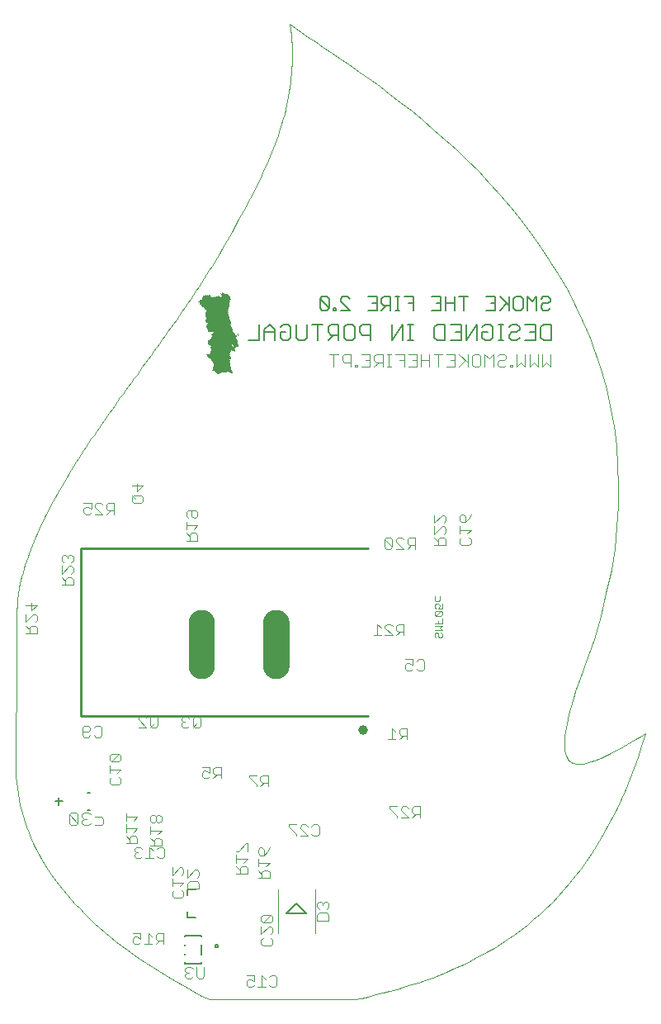
<source format=gbo>
G75*
%MOIN*%
%OFA0B0*%
%FSLAX25Y25*%
%IPPOS*%
%LPD*%
%AMOC8*
5,1,8,0,0,1.08239X$1,22.5*
%
%ADD10C,0.00000*%
%ADD11C,0.00600*%
%ADD12R,0.00200X0.00050*%
%ADD13R,0.00350X0.00050*%
%ADD14R,0.00550X0.00050*%
%ADD15R,0.00650X0.00050*%
%ADD16R,0.00100X0.00050*%
%ADD17R,0.00800X0.00050*%
%ADD18R,0.00850X0.00050*%
%ADD19R,0.00150X0.00050*%
%ADD20R,0.01000X0.00050*%
%ADD21R,0.01300X0.00050*%
%ADD22R,0.01450X0.00050*%
%ADD23R,0.00450X0.00050*%
%ADD24R,0.01600X0.00050*%
%ADD25R,0.00500X0.00050*%
%ADD26R,0.01750X0.00050*%
%ADD27R,0.01900X0.00050*%
%ADD28R,0.02050X0.00050*%
%ADD29R,0.00750X0.00050*%
%ADD30R,0.02250X0.00050*%
%ADD31R,0.01100X0.00050*%
%ADD32R,0.02450X0.00050*%
%ADD33R,0.01150X0.00050*%
%ADD34R,0.03450X0.00050*%
%ADD35R,0.01550X0.00050*%
%ADD36R,0.03600X0.00050*%
%ADD37R,0.04450X0.00050*%
%ADD38R,0.04500X0.00050*%
%ADD39R,0.01500X0.00050*%
%ADD40R,0.04850X0.00050*%
%ADD41R,0.01650X0.00050*%
%ADD42R,0.06750X0.00050*%
%ADD43R,0.06850X0.00050*%
%ADD44R,0.06950X0.00050*%
%ADD45R,0.00050X0.00050*%
%ADD46R,0.07100X0.00050*%
%ADD47R,0.07200X0.00050*%
%ADD48R,0.07550X0.00050*%
%ADD49R,0.07500X0.00050*%
%ADD50R,0.07400X0.00050*%
%ADD51R,0.07350X0.00050*%
%ADD52R,0.07300X0.00050*%
%ADD53R,0.07250X0.00050*%
%ADD54R,0.07050X0.00050*%
%ADD55R,0.07000X0.00050*%
%ADD56R,0.06800X0.00050*%
%ADD57R,0.06700X0.00050*%
%ADD58R,0.06650X0.00050*%
%ADD59R,0.06550X0.00050*%
%ADD60R,0.06500X0.00050*%
%ADD61R,0.06450X0.00050*%
%ADD62R,0.06600X0.00050*%
%ADD63R,0.06900X0.00050*%
%ADD64R,0.07150X0.00050*%
%ADD65R,0.07450X0.00050*%
%ADD66R,0.07600X0.00050*%
%ADD67R,0.07700X0.00050*%
%ADD68R,0.07750X0.00050*%
%ADD69R,0.07800X0.00050*%
%ADD70R,0.07900X0.00050*%
%ADD71R,0.08000X0.00050*%
%ADD72R,0.08150X0.00050*%
%ADD73R,0.08200X0.00050*%
%ADD74R,0.08100X0.00050*%
%ADD75R,0.08250X0.00050*%
%ADD76R,0.08300X0.00050*%
%ADD77R,0.08500X0.00050*%
%ADD78R,0.08550X0.00050*%
%ADD79R,0.08600X0.00050*%
%ADD80R,0.00300X0.00050*%
%ADD81R,0.00400X0.00050*%
%ADD82R,0.09100X0.00050*%
%ADD83R,0.09000X0.00050*%
%ADD84R,0.09050X0.00050*%
%ADD85R,0.08950X0.00050*%
%ADD86R,0.08350X0.00050*%
%ADD87R,0.08050X0.00050*%
%ADD88R,0.07950X0.00050*%
%ADD89R,0.07850X0.00050*%
%ADD90R,0.00950X0.00050*%
%ADD91R,0.01050X0.00050*%
%ADD92R,0.01250X0.00050*%
%ADD93R,0.01400X0.00050*%
%ADD94R,0.02100X0.00050*%
%ADD95R,0.09350X0.00050*%
%ADD96R,0.09400X0.00050*%
%ADD97R,0.09450X0.00050*%
%ADD98R,0.09550X0.00050*%
%ADD99R,0.09600X0.00050*%
%ADD100R,0.09650X0.00050*%
%ADD101R,0.09700X0.00050*%
%ADD102R,0.08850X0.00050*%
%ADD103R,0.08800X0.00050*%
%ADD104R,0.08400X0.00050*%
%ADD105R,0.08750X0.00050*%
%ADD106R,0.00250X0.00050*%
%ADD107R,0.01850X0.00050*%
%ADD108R,0.08700X0.00050*%
%ADD109R,0.08650X0.00050*%
%ADD110R,0.01950X0.00050*%
%ADD111R,0.02000X0.00050*%
%ADD112R,0.09300X0.00050*%
%ADD113R,0.09850X0.00050*%
%ADD114R,0.11900X0.00050*%
%ADD115R,0.11750X0.00050*%
%ADD116R,0.11700X0.00050*%
%ADD117R,0.11850X0.00050*%
%ADD118R,0.11950X0.00050*%
%ADD119R,0.12000X0.00050*%
%ADD120R,0.12050X0.00050*%
%ADD121R,0.11100X0.00050*%
%ADD122R,0.11050X0.00050*%
%ADD123R,0.10950X0.00050*%
%ADD124R,0.11000X0.00050*%
%ADD125R,0.10900X0.00050*%
%ADD126R,0.10800X0.00050*%
%ADD127R,0.10650X0.00050*%
%ADD128R,0.10550X0.00050*%
%ADD129R,0.10450X0.00050*%
%ADD130R,0.10400X0.00050*%
%ADD131R,0.10350X0.00050*%
%ADD132R,0.10300X0.00050*%
%ADD133R,0.10250X0.00050*%
%ADD134R,0.10200X0.00050*%
%ADD135R,0.10150X0.00050*%
%ADD136R,0.10100X0.00050*%
%ADD137R,0.10050X0.00050*%
%ADD138R,0.10000X0.00050*%
%ADD139R,0.09950X0.00050*%
%ADD140R,0.09800X0.00050*%
%ADD141R,0.09500X0.00050*%
%ADD142R,0.09250X0.00050*%
%ADD143R,0.08450X0.00050*%
%ADD144R,0.07650X0.00050*%
%ADD145R,0.00600X0.00050*%
%ADD146R,0.09900X0.00050*%
%ADD147R,0.09750X0.00050*%
%ADD148R,0.09200X0.00050*%
%ADD149R,0.09150X0.00050*%
%ADD150R,0.08900X0.00050*%
%ADD151R,0.10600X0.00050*%
%ADD152R,0.10700X0.00050*%
%ADD153R,0.10850X0.00050*%
%ADD154R,0.11150X0.00050*%
%ADD155R,0.11250X0.00050*%
%ADD156R,0.11350X0.00050*%
%ADD157R,0.11400X0.00050*%
%ADD158R,0.11450X0.00050*%
%ADD159R,0.11800X0.00050*%
%ADD160R,0.12100X0.00050*%
%ADD161R,0.12150X0.00050*%
%ADD162R,0.12200X0.00050*%
%ADD163R,0.12250X0.00050*%
%ADD164R,0.12300X0.00050*%
%ADD165R,0.12400X0.00050*%
%ADD166R,0.12450X0.00050*%
%ADD167R,0.00900X0.00050*%
%ADD168R,0.03500X0.00050*%
%ADD169R,0.04200X0.00050*%
%ADD170R,0.02900X0.00050*%
%ADD171R,0.03400X0.00050*%
%ADD172R,0.04150X0.00050*%
%ADD173R,0.04100X0.00050*%
%ADD174R,0.03550X0.00050*%
%ADD175R,0.03300X0.00050*%
%ADD176R,0.01200X0.00050*%
%ADD177R,0.03350X0.00050*%
%ADD178R,0.03150X0.00050*%
%ADD179R,0.03250X0.00050*%
%ADD180R,0.02950X0.00050*%
%ADD181R,0.03100X0.00050*%
%ADD182R,0.02800X0.00050*%
%ADD183R,0.02700X0.00050*%
%ADD184R,0.02650X0.00050*%
%ADD185R,0.02850X0.00050*%
%ADD186R,0.02600X0.00050*%
%ADD187R,0.02550X0.00050*%
%ADD188R,0.03000X0.00050*%
%ADD189R,0.02350X0.00050*%
%ADD190R,0.02300X0.00050*%
%ADD191R,0.02400X0.00050*%
%ADD192R,0.02500X0.00050*%
%ADD193R,0.01800X0.00050*%
%ADD194C,0.00500*%
%ADD195C,0.00400*%
%ADD196C,0.00300*%
%ADD197C,0.00800*%
%ADD198C,0.01000*%
%ADD199C,0.00001*%
%ADD200C,0.03937*%
D10*
X0049225Y0058865D02*
X0046667Y0063028D01*
X0045489Y0065136D01*
X0044414Y0067269D01*
X0043340Y0069403D01*
X0042369Y0071562D01*
X0041504Y0073747D01*
X0040639Y0075932D01*
X0039879Y0078143D01*
X0039227Y0080380D01*
X0038575Y0082617D01*
X0038032Y0084880D01*
X0037164Y0089457D01*
X0036840Y0091771D01*
X0036628Y0094111D01*
X0036417Y0096452D01*
X0036317Y0098818D01*
X0036332Y0101210D01*
X0036356Y0105023D01*
X0036380Y0108837D01*
X0036451Y0120278D01*
X0036475Y0124091D01*
X0036523Y0131719D01*
X0036547Y0135532D01*
X0036594Y0143159D01*
X0036618Y0146973D01*
X0036690Y0158414D01*
X0036713Y0162227D01*
X0036722Y0163669D01*
X0036796Y0165129D01*
X0036929Y0166605D01*
X0037062Y0168081D01*
X0037256Y0169574D01*
X0037755Y0172588D01*
X0038061Y0174109D01*
X0038418Y0175642D01*
X0038776Y0177176D01*
X0038775Y0177166D02*
X0038771Y0177166D01*
X0038775Y0177166D02*
X0039183Y0178717D01*
X0039186Y0178721D02*
X0039644Y0180277D01*
X0040101Y0181833D01*
X0040607Y0183399D01*
X0041157Y0184973D01*
X0041706Y0186547D01*
X0042300Y0188130D01*
X0042934Y0189718D01*
X0043567Y0191306D01*
X0044241Y0192900D01*
X0044950Y0194499D01*
X0045659Y0196097D01*
X0046405Y0197699D01*
X0047181Y0199303D01*
X0047958Y0200907D01*
X0048767Y0202513D01*
X0049604Y0204119D01*
X0050440Y0205725D01*
X0051305Y0207331D01*
X0052192Y0208934D01*
X0053080Y0210537D01*
X0053992Y0212139D01*
X0054923Y0213735D01*
X0055855Y0215332D01*
X0056806Y0216925D01*
X0057772Y0218511D01*
X0058739Y0220097D01*
X0059721Y0221677D01*
X0060715Y0223248D01*
X0061709Y0224820D01*
X0062714Y0226383D01*
X0063727Y0227935D01*
X0064740Y0229487D01*
X0065760Y0231029D01*
X0066784Y0232558D01*
X0067808Y0234088D01*
X0068835Y0235604D01*
X0069862Y0237106D01*
X0070890Y0238611D01*
X0071935Y0240120D01*
X0074055Y0243149D01*
X0075129Y0244669D01*
X0076216Y0246195D01*
X0077303Y0247721D01*
X0078402Y0249253D01*
X0079511Y0250791D01*
X0080620Y0252329D01*
X0081739Y0253872D01*
X0082866Y0255422D01*
X0083992Y0256972D01*
X0085126Y0258529D01*
X0086265Y0260092D01*
X0087405Y0261655D01*
X0088549Y0263224D01*
X0089696Y0264801D01*
X0090844Y0266377D01*
X0091994Y0267960D01*
X0094295Y0271141D01*
X0095446Y0272739D01*
X0096595Y0274344D01*
X0097744Y0275949D01*
X0098891Y0277561D01*
X0100033Y0279181D01*
X0101176Y0280801D01*
X0102314Y0282429D01*
X0103446Y0284065D01*
X0104578Y0285701D01*
X0105703Y0287345D01*
X0106819Y0288997D01*
X0107935Y0290649D01*
X0109041Y0292309D01*
X0110137Y0293978D01*
X0111232Y0295647D01*
X0112316Y0297324D01*
X0113386Y0299010D01*
X0114456Y0300696D01*
X0115512Y0302391D01*
X0116552Y0304096D01*
X0117592Y0305800D01*
X0118616Y0307513D01*
X0119621Y0309235D01*
X0120627Y0310958D01*
X0121613Y0312690D01*
X0123545Y0316173D01*
X0124502Y0317901D01*
X0126391Y0321334D01*
X0127323Y0323040D01*
X0128239Y0324738D01*
X0129155Y0326436D01*
X0130055Y0328126D01*
X0131816Y0331497D01*
X0132676Y0333178D01*
X0133513Y0334857D01*
X0134350Y0336537D01*
X0135163Y0338214D01*
X0135950Y0339893D01*
X0136736Y0341572D01*
X0137495Y0343253D01*
X0138951Y0346623D01*
X0139648Y0348312D01*
X0140311Y0350010D01*
X0140974Y0351707D01*
X0141602Y0353412D01*
X0142192Y0355127D01*
X0142782Y0356843D01*
X0143333Y0358569D01*
X0144352Y0362049D01*
X0144820Y0363803D01*
X0145242Y0365574D01*
X0145664Y0367344D01*
X0146040Y0369132D01*
X0146694Y0372747D01*
X0146972Y0374574D01*
X0147196Y0376425D01*
X0147421Y0378276D01*
X0147592Y0380149D01*
X0147707Y0382049D01*
X0147821Y0383949D01*
X0147879Y0385875D01*
X0147877Y0387830D01*
X0147874Y0389785D01*
X0147811Y0391769D01*
X0147684Y0393786D01*
X0147557Y0395802D01*
X0147366Y0397851D01*
X0147107Y0399936D01*
X0149131Y0398453D01*
X0151591Y0396761D01*
X0154411Y0394854D01*
X0157231Y0392947D01*
X0160410Y0390825D01*
X0163874Y0388481D01*
X0167337Y0386137D01*
X0171083Y0383571D01*
X0175037Y0380777D01*
X0178991Y0377984D01*
X0183152Y0374961D01*
X0187443Y0371705D01*
X0191734Y0368448D01*
X0196156Y0364956D01*
X0200632Y0361224D01*
X0205108Y0357491D01*
X0209638Y0353517D01*
X0214146Y0349295D01*
X0218654Y0345074D01*
X0223140Y0340605D01*
X0227527Y0335881D01*
X0231914Y0331158D01*
X0236203Y0326180D01*
X0240316Y0320942D01*
X0244429Y0315704D01*
X0248368Y0310205D01*
X0255741Y0298673D01*
X0259176Y0292639D01*
X0265391Y0280026D01*
X0268170Y0273445D01*
X0272920Y0259724D01*
X0274890Y0252583D01*
X0277870Y0237729D01*
X0278879Y0230015D01*
X0279783Y0214001D01*
X0279678Y0205701D01*
X0278939Y0197101D01*
X0278200Y0188501D01*
X0276827Y0179602D01*
X0274744Y0170396D01*
X0272662Y0161191D01*
X0269869Y0151680D01*
X0266290Y0141856D01*
X0265184Y0138821D01*
X0264191Y0135982D01*
X0263308Y0133329D01*
X0262425Y0130677D01*
X0261653Y0128213D01*
X0260323Y0123642D01*
X0259767Y0121536D01*
X0258865Y0117666D01*
X0258520Y0115903D01*
X0258279Y0114304D01*
X0258037Y0112704D01*
X0257900Y0111268D01*
X0257863Y0109988D01*
X0257827Y0108708D01*
X0257892Y0107583D01*
X0258056Y0106606D01*
X0258220Y0105629D01*
X0258484Y0104800D01*
X0258844Y0104111D01*
X0259205Y0103421D01*
X0259662Y0102872D01*
X0260214Y0102454D01*
X0260766Y0102037D01*
X0261413Y0101752D01*
X0262892Y0101429D01*
X0263725Y0101391D01*
X0264647Y0101470D01*
X0265570Y0101549D01*
X0266582Y0101744D01*
X0268784Y0102350D01*
X0269974Y0102761D01*
X0272524Y0103785D01*
X0273885Y0104397D01*
X0275330Y0105101D01*
X0276775Y0105806D01*
X0278303Y0106603D01*
X0279914Y0107484D01*
X0281524Y0108366D01*
X0283215Y0109332D01*
X0286758Y0111417D01*
X0288608Y0112537D01*
X0290535Y0113725D01*
X0289087Y0108846D01*
X0287539Y0104197D01*
X0285898Y0099764D01*
X0284257Y0095332D01*
X0282524Y0091117D01*
X0278886Y0083098D01*
X0276981Y0079293D01*
X0274998Y0075682D01*
X0273015Y0072070D01*
X0270953Y0068652D01*
X0268819Y0065414D01*
X0266685Y0062177D01*
X0264480Y0059120D01*
X0262210Y0056233D01*
X0259940Y0053346D01*
X0257605Y0050627D01*
X0255212Y0048066D01*
X0252819Y0045504D01*
X0250368Y0043100D01*
X0247867Y0040840D01*
X0245365Y0038580D01*
X0242813Y0036466D01*
X0237620Y0032501D01*
X0234980Y0030652D01*
X0229625Y0027195D01*
X0226911Y0025587D01*
X0221423Y0022589D01*
X0218649Y0021199D01*
X0213054Y0018611D01*
X0210234Y0017414D01*
X0204561Y0015188D01*
X0201708Y0014160D01*
X0198846Y0013205D01*
X0195985Y0012249D01*
X0193114Y0011366D01*
X0190241Y0010543D01*
X0187368Y0009720D01*
X0184492Y0008958D01*
X0181622Y0008244D01*
X0178751Y0007530D01*
X0175886Y0006864D01*
X0173032Y0006235D01*
X0114522Y0006235D01*
X0111436Y0007801D01*
X0108429Y0009392D01*
X0105503Y0011010D01*
X0102578Y0012627D01*
X0099734Y0014270D01*
X0096974Y0015939D01*
X0094214Y0017608D01*
X0091538Y0019303D01*
X0088948Y0021024D01*
X0086358Y0022744D01*
X0083854Y0024490D01*
X0081438Y0026262D01*
X0079022Y0028034D01*
X0076694Y0029832D01*
X0074457Y0031656D01*
X0072219Y0033480D01*
X0070072Y0035329D01*
X0068018Y0037204D01*
X0065963Y0039080D01*
X0064001Y0040981D01*
X0062134Y0042908D01*
X0060267Y0044834D01*
X0058494Y0046787D01*
X0056819Y0048766D01*
X0055143Y0050744D01*
X0053564Y0052748D01*
X0050605Y0056809D01*
X0049225Y0058865D01*
X0107982Y0137146D02*
X0107351Y0137777D01*
X0106840Y0138508D01*
X0106463Y0139316D01*
X0106232Y0140178D01*
X0106154Y0141067D01*
X0106154Y0158390D01*
X0106232Y0159279D01*
X0106463Y0160140D01*
X0106840Y0160949D01*
X0107351Y0161680D01*
X0107982Y0162310D01*
X0108713Y0162822D01*
X0109522Y0163199D01*
X0110383Y0163430D01*
X0111272Y0163508D01*
X0112161Y0163430D01*
X0113023Y0163199D01*
X0113831Y0162822D01*
X0114562Y0162310D01*
X0115193Y0161680D01*
X0115704Y0160949D01*
X0116081Y0160140D01*
X0116312Y0159279D01*
X0116390Y0158390D01*
X0116390Y0141067D01*
X0116312Y0140178D01*
X0116081Y0139316D01*
X0115704Y0138508D01*
X0115193Y0137777D01*
X0114562Y0137146D01*
X0113831Y0136635D01*
X0113023Y0136257D01*
X0112161Y0136027D01*
X0111272Y0135949D01*
X0110383Y0136027D01*
X0109522Y0136257D01*
X0108713Y0136635D01*
X0107982Y0137146D01*
X0136350Y0140178D02*
X0136272Y0141067D01*
X0136272Y0158390D01*
X0136350Y0159279D01*
X0136581Y0160140D01*
X0136958Y0160949D01*
X0137469Y0161680D01*
X0138100Y0162310D01*
X0138831Y0162822D01*
X0139640Y0163199D01*
X0140501Y0163430D01*
X0141390Y0163508D01*
X0142279Y0163430D01*
X0143141Y0163199D01*
X0143949Y0162822D01*
X0144680Y0162310D01*
X0145311Y0161680D01*
X0145823Y0160949D01*
X0146200Y0160140D01*
X0146431Y0159279D01*
X0146508Y0158390D01*
X0146508Y0141067D01*
X0146431Y0140178D01*
X0146200Y0139316D01*
X0145823Y0138508D01*
X0145311Y0137777D01*
X0144680Y0137146D01*
X0143949Y0136635D01*
X0143141Y0136257D01*
X0142279Y0136027D01*
X0141390Y0135949D01*
X0140501Y0136027D01*
X0139640Y0136257D01*
X0138831Y0136635D01*
X0138100Y0137146D01*
X0137469Y0137777D01*
X0136958Y0138508D01*
X0136581Y0139316D01*
X0136350Y0140178D01*
X0039178Y0178704D02*
X0039191Y0178745D01*
D11*
X0065339Y0089882D02*
X0066339Y0089882D01*
X0066339Y0082882D02*
X0065339Y0082882D01*
X0055239Y0086382D02*
X0052239Y0086382D01*
X0053739Y0084882D02*
X0053739Y0087882D01*
X0104776Y0032059D02*
X0104776Y0031689D01*
X0104776Y0032059D02*
X0111154Y0032059D01*
X0111154Y0031689D01*
X0111154Y0028516D02*
X0111154Y0024406D01*
X0111154Y0021232D02*
X0111154Y0020862D01*
X0104776Y0020862D01*
X0104776Y0021232D01*
X0104776Y0024406D02*
X0104776Y0024776D01*
X0104776Y0028146D02*
X0104776Y0028516D01*
X0105719Y0039365D02*
X0105719Y0041565D01*
X0105719Y0039365D02*
X0108919Y0039365D01*
X0116873Y0028297D02*
X0116873Y0027229D01*
X0117940Y0027229D01*
X0117940Y0028297D01*
X0116873Y0028297D01*
X0105719Y0048365D02*
X0105719Y0050565D01*
X0108919Y0050565D01*
X0130254Y0272355D02*
X0134525Y0272355D01*
X0134525Y0278760D01*
X0136700Y0276625D02*
X0136700Y0272355D01*
X0136700Y0275557D02*
X0140970Y0275557D01*
X0140970Y0276625D02*
X0138835Y0278760D01*
X0136700Y0276625D01*
X0140970Y0276625D02*
X0140970Y0272355D01*
X0143145Y0273422D02*
X0143145Y0275557D01*
X0145281Y0275557D01*
X0147416Y0273422D02*
X0146348Y0272355D01*
X0144213Y0272355D01*
X0143145Y0273422D01*
X0143145Y0277692D02*
X0144213Y0278760D01*
X0146348Y0278760D01*
X0147416Y0277692D01*
X0147416Y0273422D01*
X0149591Y0273422D02*
X0150659Y0272355D01*
X0152794Y0272355D01*
X0153861Y0273422D01*
X0153861Y0278760D01*
X0156036Y0278760D02*
X0160307Y0278760D01*
X0158172Y0278760D02*
X0158172Y0272355D01*
X0162482Y0272355D02*
X0164617Y0274490D01*
X0163550Y0274490D02*
X0166752Y0274490D01*
X0166752Y0272355D02*
X0166752Y0278760D01*
X0163550Y0278760D01*
X0162482Y0277692D01*
X0162482Y0275557D01*
X0163550Y0274490D01*
X0168927Y0273422D02*
X0168927Y0277692D01*
X0169995Y0278760D01*
X0172130Y0278760D01*
X0173198Y0277692D01*
X0173198Y0273422D01*
X0172130Y0272355D01*
X0169995Y0272355D01*
X0168927Y0273422D01*
X0175373Y0275557D02*
X0176441Y0274490D01*
X0179643Y0274490D01*
X0179643Y0272355D02*
X0179643Y0278760D01*
X0176441Y0278760D01*
X0175373Y0277692D01*
X0175373Y0275557D01*
X0188264Y0272355D02*
X0188264Y0278760D01*
X0192534Y0278760D02*
X0188264Y0272355D01*
X0192534Y0272355D02*
X0192534Y0278760D01*
X0194696Y0278760D02*
X0196831Y0278760D01*
X0195764Y0278760D02*
X0195764Y0272355D01*
X0196831Y0272355D02*
X0194696Y0272355D01*
X0205452Y0273422D02*
X0206520Y0272355D01*
X0209722Y0272355D01*
X0209722Y0278760D01*
X0206520Y0278760D01*
X0205452Y0277692D01*
X0205452Y0273422D01*
X0211897Y0272355D02*
X0216168Y0272355D01*
X0216168Y0278760D01*
X0211897Y0278760D01*
X0214033Y0275557D02*
X0216168Y0275557D01*
X0218343Y0272355D02*
X0218343Y0278760D01*
X0222613Y0278760D02*
X0218343Y0272355D01*
X0222613Y0272355D02*
X0222613Y0278760D01*
X0224788Y0277692D02*
X0225856Y0278760D01*
X0227991Y0278760D01*
X0229059Y0277692D01*
X0229059Y0273422D01*
X0227991Y0272355D01*
X0225856Y0272355D01*
X0224788Y0273422D01*
X0224788Y0275557D01*
X0226924Y0275557D01*
X0231221Y0272355D02*
X0233356Y0272355D01*
X0232288Y0272355D02*
X0232288Y0278760D01*
X0231221Y0278760D02*
X0233356Y0278760D01*
X0235531Y0277692D02*
X0236599Y0278760D01*
X0238734Y0278760D01*
X0239801Y0277692D01*
X0239801Y0276625D01*
X0238734Y0275557D01*
X0236599Y0275557D01*
X0235531Y0274490D01*
X0235531Y0273422D01*
X0236599Y0272355D01*
X0238734Y0272355D01*
X0239801Y0273422D01*
X0241976Y0272355D02*
X0246247Y0272355D01*
X0246247Y0278760D01*
X0241976Y0278760D01*
X0244112Y0275557D02*
X0246247Y0275557D01*
X0248422Y0273422D02*
X0248422Y0277692D01*
X0249490Y0278760D01*
X0252692Y0278760D01*
X0252692Y0272355D01*
X0249490Y0272355D01*
X0248422Y0273422D01*
X0149591Y0273422D02*
X0149591Y0278760D01*
D12*
X0125629Y0273886D03*
X0125429Y0269536D03*
X0124129Y0269436D03*
X0124829Y0267886D03*
X0124879Y0267836D03*
X0123579Y0259036D03*
X0120279Y0259336D03*
X0118279Y0258636D03*
X0116529Y0289586D03*
X0118429Y0289786D03*
X0113929Y0290236D03*
D13*
X0112204Y0290136D03*
X0116454Y0289486D03*
X0117554Y0289786D03*
X0119904Y0291186D03*
X0114254Y0272186D03*
X0122904Y0268186D03*
X0123004Y0267986D03*
X0120954Y0259436D03*
X0120254Y0259386D03*
X0118304Y0258686D03*
D14*
X0118304Y0258736D03*
X0120954Y0259486D03*
X0122954Y0268436D03*
X0124754Y0269286D03*
X0113954Y0266386D03*
X0118554Y0289586D03*
X0114754Y0290236D03*
D15*
X0117654Y0289736D03*
X0111254Y0288386D03*
X0124854Y0269436D03*
X0124804Y0269386D03*
X0123454Y0259236D03*
X0123454Y0259186D03*
X0118404Y0258836D03*
X0118304Y0258786D03*
D16*
X0117979Y0258836D03*
X0119979Y0259386D03*
X0122829Y0268136D03*
X0123279Y0268186D03*
X0126179Y0274186D03*
X0115629Y0275636D03*
X0113929Y0290286D03*
X0112179Y0290186D03*
D17*
X0113279Y0290086D03*
X0124579Y0269186D03*
X0118379Y0258886D03*
D18*
X0118404Y0258936D03*
X0124504Y0267986D03*
D19*
X0123354Y0268286D03*
X0123304Y0268236D03*
X0123254Y0268136D03*
X0123204Y0268086D03*
X0123154Y0268036D03*
X0124604Y0269536D03*
X0124854Y0269586D03*
X0123554Y0258986D03*
X0123554Y0258936D03*
X0117804Y0258986D03*
X0115904Y0259986D03*
X0113704Y0266536D03*
X0118404Y0289836D03*
X0118404Y0289886D03*
X0114754Y0290336D03*
X0113154Y0290386D03*
D20*
X0120179Y0290936D03*
X0114679Y0275736D03*
X0124329Y0268086D03*
X0118429Y0258986D03*
D21*
X0118329Y0259036D03*
X0124129Y0268336D03*
X0124129Y0268386D03*
D22*
X0122904Y0259536D03*
X0118304Y0259086D03*
D23*
X0123604Y0259086D03*
X0122804Y0267836D03*
X0122904Y0267936D03*
X0122854Y0268286D03*
X0124804Y0269486D03*
X0118554Y0289636D03*
X0119954Y0291136D03*
X0114754Y0290286D03*
X0112204Y0290086D03*
X0111254Y0288436D03*
D24*
X0118329Y0259136D03*
D25*
X0123579Y0259136D03*
X0122829Y0267886D03*
X0122879Y0268236D03*
X0122929Y0268386D03*
X0124679Y0267936D03*
X0114279Y0272136D03*
X0113879Y0266436D03*
X0119979Y0291086D03*
D26*
X0125304Y0269686D03*
X0118304Y0259186D03*
D27*
X0118329Y0259236D03*
X0125229Y0269836D03*
X0125229Y0269886D03*
X0125229Y0270036D03*
X0118029Y0289436D03*
X0117979Y0289486D03*
X0117929Y0289536D03*
X0120279Y0290836D03*
D28*
X0124854Y0271036D03*
X0124954Y0270786D03*
X0125054Y0270586D03*
X0125104Y0270436D03*
X0125154Y0270386D03*
X0118354Y0259286D03*
D29*
X0123404Y0259286D03*
X0124554Y0269136D03*
X0124604Y0269236D03*
X0124704Y0269336D03*
X0116604Y0289386D03*
X0120104Y0290986D03*
D30*
X0118354Y0259336D03*
D31*
X0123179Y0259336D03*
X0124229Y0268236D03*
X0125179Y0269636D03*
D32*
X0118404Y0259386D03*
X0120954Y0290236D03*
X0120554Y0290686D03*
D33*
X0123104Y0259386D03*
D34*
X0118804Y0259436D03*
X0113554Y0289536D03*
D35*
X0122904Y0259486D03*
X0122904Y0259436D03*
D36*
X0118829Y0259486D03*
D37*
X0119204Y0259536D03*
D38*
X0119179Y0259586D03*
D39*
X0122829Y0259586D03*
D40*
X0119354Y0259636D03*
D41*
X0122754Y0259636D03*
D42*
X0120154Y0259686D03*
X0120104Y0259736D03*
X0119504Y0261736D03*
X0119504Y0261786D03*
X0119504Y0261836D03*
X0119554Y0262836D03*
X0119554Y0262886D03*
D43*
X0119504Y0262986D03*
X0119504Y0263036D03*
X0119454Y0263136D03*
X0119454Y0263186D03*
X0119454Y0263236D03*
X0119454Y0263286D03*
X0119454Y0263336D03*
X0119404Y0263386D03*
X0119504Y0261636D03*
X0119504Y0261586D03*
X0119504Y0261536D03*
X0119504Y0261486D03*
X0120054Y0259786D03*
D44*
X0120004Y0259836D03*
X0119954Y0259886D03*
X0119504Y0261386D03*
X0119504Y0261436D03*
X0119404Y0263486D03*
X0119404Y0263536D03*
X0119054Y0267986D03*
D45*
X0122604Y0268386D03*
X0123604Y0268236D03*
X0124054Y0269486D03*
X0124054Y0269586D03*
X0125154Y0269486D03*
X0125404Y0269486D03*
X0125904Y0269586D03*
X0125554Y0273936D03*
X0125404Y0273936D03*
X0126154Y0274236D03*
X0126304Y0274236D03*
X0126354Y0274586D03*
X0122054Y0284986D03*
X0122254Y0285236D03*
X0119304Y0289286D03*
X0119704Y0289686D03*
X0118704Y0289686D03*
X0118404Y0289936D03*
X0119454Y0290986D03*
X0119804Y0291286D03*
X0114754Y0275686D03*
X0114754Y0265136D03*
X0115854Y0259936D03*
D46*
X0119529Y0261186D03*
X0119529Y0261236D03*
X0119579Y0261136D03*
X0119579Y0261086D03*
X0119879Y0259936D03*
X0119379Y0263686D03*
X0119079Y0268036D03*
X0119029Y0268436D03*
X0119029Y0268486D03*
D47*
X0119329Y0263836D03*
X0119329Y0263786D03*
X0119579Y0261036D03*
X0119579Y0260986D03*
X0119629Y0260886D03*
X0119629Y0260836D03*
X0119629Y0260786D03*
X0119779Y0259986D03*
D48*
X0119654Y0260036D03*
X0119654Y0260086D03*
X0119704Y0260136D03*
X0119104Y0264186D03*
X0120304Y0275586D03*
D49*
X0120329Y0275636D03*
X0120329Y0275686D03*
X0119679Y0260186D03*
D50*
X0119629Y0260236D03*
X0119629Y0260286D03*
X0119179Y0263986D03*
D51*
X0119204Y0263936D03*
X0119604Y0260386D03*
X0119604Y0260336D03*
D52*
X0119579Y0260436D03*
X0119579Y0260486D03*
X0119579Y0260686D03*
X0119629Y0260936D03*
X0119279Y0263886D03*
D53*
X0119604Y0260736D03*
X0119554Y0260636D03*
X0119554Y0260586D03*
X0119554Y0260536D03*
X0115504Y0289286D03*
D54*
X0119004Y0268386D03*
X0119004Y0268186D03*
X0119004Y0268136D03*
X0118954Y0267936D03*
X0119404Y0263636D03*
X0119504Y0261286D03*
D55*
X0119479Y0261336D03*
X0119429Y0263586D03*
X0118829Y0267836D03*
X0118879Y0267886D03*
X0119029Y0268236D03*
X0119029Y0268286D03*
D56*
X0119479Y0263086D03*
X0119529Y0262936D03*
X0119479Y0261686D03*
D57*
X0119529Y0261886D03*
X0119629Y0262736D03*
X0119579Y0262786D03*
D58*
X0119654Y0262686D03*
X0119654Y0262636D03*
X0119554Y0262036D03*
X0119554Y0261986D03*
X0119554Y0261936D03*
D59*
X0119554Y0262086D03*
D60*
X0119579Y0262136D03*
X0119629Y0262386D03*
X0119629Y0262486D03*
D61*
X0119654Y0262436D03*
X0119604Y0262336D03*
X0119604Y0262286D03*
X0119604Y0262236D03*
X0119604Y0262186D03*
D62*
X0119629Y0262536D03*
X0119629Y0262586D03*
D63*
X0119429Y0263436D03*
D64*
X0119354Y0263736D03*
X0119054Y0268086D03*
D65*
X0119154Y0264136D03*
X0119154Y0264086D03*
X0119154Y0264036D03*
D66*
X0119079Y0264236D03*
X0119079Y0264286D03*
X0119079Y0264336D03*
X0119079Y0264386D03*
X0119079Y0264436D03*
X0119079Y0264486D03*
X0119079Y0264536D03*
X0119079Y0264586D03*
X0119329Y0268336D03*
X0120329Y0275536D03*
D67*
X0120329Y0275386D03*
X0120279Y0275286D03*
X0119179Y0267786D03*
X0119129Y0267736D03*
X0119129Y0267686D03*
X0119079Y0267636D03*
X0119079Y0267586D03*
X0119029Y0267536D03*
X0119079Y0264636D03*
D68*
X0119054Y0264686D03*
X0119004Y0267486D03*
X0120254Y0275236D03*
X0120304Y0275336D03*
D69*
X0120229Y0275186D03*
X0118979Y0267436D03*
X0119079Y0264736D03*
D70*
X0119079Y0264786D03*
X0118829Y0266986D03*
X0118879Y0267136D03*
X0118879Y0267186D03*
X0118879Y0267236D03*
X0120229Y0275136D03*
D71*
X0120229Y0275086D03*
X0119129Y0264836D03*
D72*
X0119204Y0264886D03*
X0119204Y0264986D03*
X0118704Y0266736D03*
X0118704Y0266786D03*
X0118704Y0266836D03*
X0120204Y0274986D03*
D73*
X0117829Y0284236D03*
X0119229Y0264936D03*
D74*
X0119179Y0265036D03*
X0120229Y0275036D03*
D75*
X0118654Y0266686D03*
X0118654Y0266636D03*
X0119104Y0265086D03*
X0117804Y0284186D03*
X0117854Y0284286D03*
D76*
X0117829Y0284136D03*
X0118629Y0266586D03*
X0118629Y0266536D03*
X0118629Y0266486D03*
X0119029Y0265136D03*
D77*
X0118929Y0265186D03*
X0117729Y0283886D03*
D78*
X0117704Y0283836D03*
X0119604Y0269536D03*
X0118854Y0265236D03*
D79*
X0118829Y0265286D03*
X0118779Y0265336D03*
X0118779Y0265386D03*
X0119579Y0269436D03*
X0119629Y0269486D03*
X0119179Y0270036D03*
X0120129Y0274786D03*
X0120129Y0274836D03*
X0117729Y0283736D03*
X0117729Y0283786D03*
D80*
X0116479Y0289536D03*
X0113129Y0290136D03*
X0113129Y0290186D03*
X0113779Y0266486D03*
X0114129Y0265336D03*
D81*
X0114129Y0265386D03*
X0125429Y0269586D03*
X0116479Y0289436D03*
D82*
X0117479Y0284686D03*
X0117729Y0282686D03*
X0117729Y0282636D03*
X0117729Y0282586D03*
X0118629Y0278836D03*
X0120129Y0274586D03*
X0119879Y0269286D03*
X0118479Y0265536D03*
X0118479Y0265486D03*
X0118479Y0265436D03*
D83*
X0118479Y0265586D03*
X0118479Y0265636D03*
X0118379Y0265936D03*
X0118379Y0265986D03*
X0118379Y0266036D03*
X0119779Y0269386D03*
X0119079Y0270336D03*
X0120129Y0274636D03*
X0118579Y0278686D03*
X0118579Y0278736D03*
X0118579Y0278786D03*
X0117679Y0282936D03*
X0117679Y0282986D03*
X0117679Y0283036D03*
X0117679Y0283086D03*
X0117629Y0283186D03*
X0117579Y0283286D03*
X0117529Y0284586D03*
D84*
X0117504Y0284636D03*
X0117454Y0284986D03*
X0117604Y0283236D03*
X0117704Y0282886D03*
X0117704Y0282836D03*
X0117704Y0282786D03*
X0117704Y0282736D03*
X0118554Y0278636D03*
X0118404Y0265886D03*
X0118404Y0265836D03*
X0118404Y0265786D03*
X0118454Y0265736D03*
X0118454Y0265686D03*
D85*
X0118354Y0266086D03*
X0118354Y0266136D03*
X0118354Y0266186D03*
X0118354Y0266236D03*
X0118304Y0266286D03*
X0118304Y0266336D03*
X0119804Y0269336D03*
X0117654Y0283136D03*
X0117604Y0283336D03*
X0117554Y0284486D03*
X0117554Y0284536D03*
D86*
X0117804Y0284086D03*
X0120154Y0274936D03*
X0118604Y0266436D03*
X0118604Y0266386D03*
D87*
X0118754Y0266886D03*
D88*
X0118804Y0266936D03*
X0118854Y0267036D03*
X0118854Y0267086D03*
D89*
X0118904Y0267286D03*
X0118904Y0267336D03*
X0118954Y0267386D03*
D90*
X0124404Y0268036D03*
D91*
X0124304Y0268136D03*
X0124304Y0268186D03*
D92*
X0124154Y0268286D03*
D93*
X0124079Y0268436D03*
D94*
X0123729Y0268486D03*
X0125079Y0270486D03*
X0125079Y0270536D03*
X0125029Y0270636D03*
X0124979Y0270736D03*
D95*
X0120104Y0268636D03*
X0120104Y0268586D03*
X0120104Y0268536D03*
X0120104Y0274386D03*
X0120104Y0274436D03*
X0117904Y0281486D03*
X0117854Y0281636D03*
X0117854Y0281686D03*
X0117804Y0281736D03*
X0117754Y0282086D03*
X0117754Y0282136D03*
D96*
X0117729Y0282036D03*
X0117729Y0281986D03*
X0117779Y0281886D03*
X0117779Y0281836D03*
X0117779Y0281786D03*
X0117879Y0281436D03*
X0118379Y0279436D03*
X0118429Y0279386D03*
X0118379Y0278536D03*
X0120129Y0274336D03*
X0118979Y0270436D03*
X0120079Y0268686D03*
X0117479Y0285136D03*
D97*
X0117754Y0281936D03*
X0117854Y0281386D03*
X0118354Y0279486D03*
X0118354Y0278486D03*
X0118354Y0278436D03*
X0120154Y0274286D03*
X0120204Y0274236D03*
X0120104Y0268786D03*
X0120104Y0268736D03*
D98*
X0120054Y0268836D03*
X0120054Y0268886D03*
X0118954Y0270486D03*
X0120254Y0274136D03*
X0118354Y0278286D03*
X0118354Y0278336D03*
X0118004Y0280536D03*
X0118004Y0280586D03*
X0118004Y0280636D03*
X0117904Y0280886D03*
X0117904Y0280936D03*
X0117904Y0280986D03*
X0117854Y0281036D03*
X0117404Y0285236D03*
D99*
X0117429Y0285286D03*
X0117829Y0281236D03*
X0117829Y0281186D03*
X0117829Y0281086D03*
X0117979Y0280486D03*
X0120279Y0274086D03*
X0118979Y0271036D03*
X0118929Y0270536D03*
X0120079Y0268936D03*
D100*
X0120054Y0268986D03*
X0120054Y0269036D03*
X0119054Y0270786D03*
X0120404Y0273986D03*
X0120354Y0274036D03*
X0118354Y0278236D03*
X0118004Y0280436D03*
X0117804Y0281136D03*
X0117454Y0285336D03*
D101*
X0117429Y0285386D03*
X0117429Y0285436D03*
X0117979Y0280386D03*
X0117979Y0280336D03*
X0118329Y0278186D03*
X0120479Y0273936D03*
X0119029Y0270736D03*
X0118929Y0270586D03*
X0120079Y0269086D03*
D102*
X0119754Y0269236D03*
X0119704Y0269136D03*
X0119654Y0269736D03*
X0119104Y0270286D03*
X0117654Y0283386D03*
X0117654Y0283436D03*
X0117554Y0284336D03*
D103*
X0117679Y0283486D03*
X0119629Y0275736D03*
X0120179Y0274686D03*
X0119129Y0270236D03*
X0119129Y0270186D03*
X0119479Y0269886D03*
X0119679Y0269686D03*
X0119729Y0269186D03*
D104*
X0119529Y0269586D03*
D105*
X0119704Y0269636D03*
X0119604Y0269786D03*
X0119554Y0269836D03*
X0119304Y0269986D03*
X0119154Y0270136D03*
X0120154Y0274736D03*
X0117654Y0283536D03*
X0117654Y0283586D03*
D106*
X0118454Y0289686D03*
X0118454Y0289736D03*
X0119454Y0290936D03*
X0119854Y0291236D03*
X0113954Y0290186D03*
X0113154Y0290236D03*
X0113154Y0290286D03*
X0113154Y0290336D03*
X0125954Y0269636D03*
D107*
X0125304Y0269736D03*
X0125254Y0269786D03*
X0125204Y0269936D03*
X0125204Y0269986D03*
D108*
X0119379Y0269936D03*
X0117679Y0283636D03*
D109*
X0117704Y0283686D03*
X0119154Y0270086D03*
D110*
X0125254Y0270086D03*
X0125254Y0270136D03*
X0125254Y0270186D03*
X0125254Y0270236D03*
X0118004Y0289386D03*
D111*
X0120279Y0290786D03*
X0125179Y0270336D03*
X0125229Y0270286D03*
D112*
X0118979Y0270386D03*
X0118479Y0279336D03*
X0117879Y0281536D03*
X0117879Y0281586D03*
X0117729Y0282186D03*
X0117729Y0282236D03*
X0117729Y0282286D03*
X0117479Y0285086D03*
D113*
X0117404Y0285536D03*
X0118004Y0279886D03*
X0118054Y0279836D03*
X0118304Y0278036D03*
X0118304Y0277986D03*
X0119004Y0270636D03*
D114*
X0120079Y0270686D03*
X0119929Y0271386D03*
X0119879Y0272036D03*
X0116629Y0286936D03*
D115*
X0116704Y0286786D03*
X0116704Y0286736D03*
X0116704Y0286686D03*
X0116704Y0286636D03*
X0119954Y0271286D03*
X0119954Y0271236D03*
X0120004Y0271186D03*
X0120004Y0271136D03*
X0120004Y0271086D03*
X0120054Y0270986D03*
X0120104Y0270886D03*
X0120104Y0270836D03*
D116*
X0120079Y0270936D03*
X0116729Y0286586D03*
D117*
X0116654Y0286886D03*
X0116604Y0286986D03*
X0116604Y0287036D03*
X0116604Y0287086D03*
X0116604Y0287136D03*
X0119904Y0272086D03*
X0119954Y0271336D03*
D118*
X0119904Y0271436D03*
X0119854Y0271986D03*
X0116604Y0287186D03*
D119*
X0116579Y0287236D03*
X0119829Y0271936D03*
X0119829Y0271886D03*
X0119829Y0271836D03*
X0119829Y0271786D03*
X0119829Y0271736D03*
X0119879Y0271536D03*
X0119879Y0271486D03*
D120*
X0119854Y0271586D03*
X0119854Y0271636D03*
X0119854Y0271686D03*
D121*
X0120229Y0272136D03*
X0117429Y0288636D03*
X0117479Y0288786D03*
X0117479Y0288836D03*
X0117479Y0288886D03*
X0117429Y0289136D03*
X0117429Y0289186D03*
X0117429Y0289236D03*
D122*
X0117454Y0289086D03*
X0117454Y0289036D03*
X0117454Y0288986D03*
X0117454Y0288936D03*
X0117454Y0288736D03*
X0117454Y0288686D03*
X0117404Y0288586D03*
X0117404Y0288536D03*
X0117254Y0288336D03*
X0116854Y0286186D03*
X0120254Y0272186D03*
D123*
X0120254Y0272236D03*
X0120204Y0272336D03*
X0120204Y0272386D03*
X0116904Y0286136D03*
X0117404Y0288486D03*
D124*
X0117279Y0288386D03*
X0120229Y0272286D03*
D125*
X0120179Y0272436D03*
X0120179Y0272486D03*
X0116929Y0286036D03*
X0116929Y0286086D03*
X0117379Y0288436D03*
D126*
X0116979Y0285936D03*
X0120179Y0272536D03*
D127*
X0120254Y0272586D03*
D128*
X0120254Y0272636D03*
D129*
X0120304Y0272686D03*
X0117104Y0285786D03*
D130*
X0117129Y0285736D03*
X0120329Y0272736D03*
D131*
X0120304Y0272786D03*
D132*
X0120329Y0272836D03*
D133*
X0120304Y0272886D03*
X0120304Y0272936D03*
D134*
X0120329Y0272986D03*
X0120329Y0273036D03*
X0120329Y0273086D03*
X0120329Y0273136D03*
X0120329Y0273186D03*
D135*
X0120304Y0273236D03*
X0120654Y0273836D03*
X0118554Y0276986D03*
D136*
X0118579Y0276936D03*
X0118579Y0276886D03*
X0118629Y0276836D03*
X0118629Y0276786D03*
X0118679Y0276736D03*
X0118529Y0277036D03*
X0118529Y0277086D03*
X0118529Y0277136D03*
X0118479Y0277286D03*
X0118829Y0276386D03*
X0118829Y0276336D03*
X0118879Y0276286D03*
X0118879Y0276236D03*
X0118879Y0276186D03*
X0118929Y0276136D03*
X0118929Y0276086D03*
X0118929Y0276036D03*
X0118929Y0275986D03*
X0118979Y0275886D03*
X0120629Y0273786D03*
X0120429Y0273536D03*
X0120379Y0273436D03*
X0120379Y0273386D03*
X0120329Y0273336D03*
X0120329Y0273286D03*
D137*
X0120404Y0273486D03*
X0119004Y0275836D03*
X0118954Y0275936D03*
X0118804Y0276436D03*
X0118504Y0277186D03*
X0118504Y0277236D03*
X0118454Y0277336D03*
X0118454Y0277386D03*
D138*
X0118429Y0277436D03*
X0118429Y0277486D03*
X0118429Y0277536D03*
X0118379Y0277586D03*
X0118379Y0277686D03*
X0118729Y0276686D03*
X0118829Y0276486D03*
X0119029Y0275786D03*
X0120529Y0273586D03*
X0117929Y0279986D03*
X0117929Y0280036D03*
X0117879Y0280086D03*
X0117329Y0285686D03*
D139*
X0117904Y0280186D03*
X0117904Y0280136D03*
X0117954Y0279936D03*
X0118354Y0277836D03*
X0118354Y0277786D03*
X0118354Y0277736D03*
X0118404Y0277636D03*
X0118754Y0276636D03*
X0118804Y0276586D03*
X0118804Y0276536D03*
X0120554Y0273736D03*
X0120554Y0273686D03*
X0120554Y0273636D03*
D140*
X0120529Y0273886D03*
X0118329Y0278086D03*
X0118129Y0279636D03*
D141*
X0117979Y0280686D03*
X0117979Y0280736D03*
X0117979Y0280786D03*
X0117929Y0280836D03*
X0117829Y0281286D03*
X0117829Y0281336D03*
X0118379Y0278386D03*
X0120229Y0274186D03*
X0117429Y0285186D03*
D142*
X0117754Y0282336D03*
X0118654Y0278986D03*
X0118654Y0278936D03*
X0118454Y0278586D03*
X0120104Y0274536D03*
X0120104Y0274486D03*
D143*
X0120154Y0274886D03*
X0117754Y0283936D03*
X0117754Y0283986D03*
X0117754Y0284036D03*
D144*
X0120304Y0275486D03*
X0120304Y0275436D03*
D145*
X0115779Y0275686D03*
X0114729Y0290186D03*
X0120029Y0291036D03*
D146*
X0117379Y0285636D03*
X0117379Y0285586D03*
X0117929Y0280236D03*
X0118329Y0277936D03*
X0118329Y0277886D03*
D147*
X0118304Y0278136D03*
X0118204Y0279536D03*
X0118154Y0279586D03*
X0118104Y0279686D03*
X0118104Y0279736D03*
X0118104Y0279786D03*
X0117954Y0280286D03*
X0117404Y0285486D03*
D148*
X0118579Y0279236D03*
X0118629Y0279136D03*
X0118629Y0279086D03*
X0118629Y0279036D03*
X0118629Y0278886D03*
D149*
X0118604Y0279186D03*
X0118554Y0279286D03*
X0117754Y0282386D03*
X0117754Y0282436D03*
X0117754Y0282486D03*
X0117754Y0282536D03*
X0117454Y0284736D03*
X0117454Y0284786D03*
X0117454Y0284836D03*
X0117504Y0284886D03*
X0117504Y0284936D03*
X0117504Y0285036D03*
D150*
X0117529Y0284436D03*
X0117529Y0284386D03*
D151*
X0117029Y0285836D03*
D152*
X0116979Y0285886D03*
D153*
X0116954Y0285986D03*
D154*
X0116854Y0286236D03*
X0116854Y0286286D03*
D155*
X0116854Y0286336D03*
D156*
X0116804Y0286386D03*
D157*
X0116829Y0286436D03*
X0116829Y0286486D03*
D158*
X0116854Y0286536D03*
D159*
X0116679Y0286836D03*
D160*
X0116579Y0287286D03*
X0116529Y0287336D03*
X0116729Y0288286D03*
D161*
X0116704Y0288236D03*
X0116654Y0288086D03*
X0116554Y0287436D03*
X0116554Y0287386D03*
D162*
X0116529Y0287486D03*
X0116629Y0288036D03*
X0116679Y0288136D03*
X0116679Y0288186D03*
D163*
X0116604Y0287986D03*
X0116504Y0287586D03*
X0116504Y0287536D03*
D164*
X0116479Y0287636D03*
X0116479Y0287686D03*
X0116529Y0287936D03*
D165*
X0116479Y0287886D03*
X0116479Y0287736D03*
D166*
X0116454Y0287786D03*
X0116454Y0287836D03*
D167*
X0111229Y0288336D03*
D168*
X0121229Y0289286D03*
D169*
X0113929Y0289336D03*
D170*
X0113529Y0289786D03*
X0113529Y0289836D03*
X0113479Y0289936D03*
X0113479Y0289986D03*
X0117629Y0289336D03*
D171*
X0121279Y0289336D03*
X0121279Y0289386D03*
X0121279Y0289436D03*
X0121279Y0289486D03*
X0113529Y0289586D03*
D172*
X0113904Y0289386D03*
D173*
X0113879Y0289436D03*
D174*
X0113604Y0289486D03*
D175*
X0121279Y0289536D03*
X0121279Y0289586D03*
D176*
X0117579Y0289586D03*
X0117529Y0289636D03*
X0117529Y0289686D03*
X0114429Y0290136D03*
X0114379Y0290086D03*
D177*
X0113504Y0289636D03*
D178*
X0121254Y0289636D03*
D179*
X0113504Y0289686D03*
D180*
X0121354Y0289686D03*
D181*
X0113529Y0289736D03*
D182*
X0121329Y0289736D03*
D183*
X0121279Y0289786D03*
D184*
X0121254Y0289836D03*
D185*
X0113504Y0289886D03*
D186*
X0121229Y0289886D03*
D187*
X0121154Y0289936D03*
X0121154Y0289986D03*
X0121104Y0290036D03*
X0121104Y0290086D03*
X0121054Y0290136D03*
X0121004Y0290186D03*
X0120554Y0290586D03*
D188*
X0113479Y0290036D03*
D189*
X0120504Y0290736D03*
X0120854Y0290286D03*
D190*
X0120829Y0290336D03*
X0120779Y0290386D03*
X0120779Y0290436D03*
X0120729Y0290486D03*
D191*
X0120679Y0290536D03*
D192*
X0120529Y0290636D03*
D193*
X0120229Y0290886D03*
D194*
X0159191Y0289102D02*
X0159191Y0285432D01*
X0160109Y0284514D01*
X0161944Y0284514D01*
X0162861Y0285432D01*
X0159191Y0289102D01*
X0160109Y0290019D01*
X0161944Y0290019D01*
X0162861Y0289102D01*
X0162861Y0285432D01*
X0164706Y0285432D02*
X0164706Y0284514D01*
X0165623Y0284514D01*
X0165623Y0285432D01*
X0164706Y0285432D01*
X0167478Y0284514D02*
X0171148Y0284514D01*
X0167478Y0288184D01*
X0167478Y0289102D01*
X0168396Y0290019D01*
X0170231Y0290019D01*
X0171148Y0289102D01*
X0178528Y0290019D02*
X0182197Y0290019D01*
X0182197Y0284514D01*
X0178528Y0284514D01*
X0180363Y0287267D02*
X0182197Y0287267D01*
X0184052Y0287267D02*
X0184970Y0286349D01*
X0187722Y0286349D01*
X0187722Y0284514D02*
X0187722Y0290019D01*
X0184970Y0290019D01*
X0184052Y0289102D01*
X0184052Y0287267D01*
X0185887Y0286349D02*
X0184052Y0284514D01*
X0189570Y0284514D02*
X0191405Y0284514D01*
X0190488Y0284514D02*
X0190488Y0290019D01*
X0191405Y0290019D02*
X0189570Y0290019D01*
X0193260Y0290019D02*
X0196930Y0290019D01*
X0196930Y0284514D01*
X0196930Y0287267D02*
X0195095Y0287267D01*
X0204310Y0290019D02*
X0207980Y0290019D01*
X0207980Y0284514D01*
X0204310Y0284514D01*
X0206145Y0287267D02*
X0207980Y0287267D01*
X0209834Y0287267D02*
X0213504Y0287267D01*
X0213504Y0290019D02*
X0213504Y0284514D01*
X0209834Y0284514D02*
X0209834Y0290019D01*
X0215359Y0290019D02*
X0219029Y0290019D01*
X0217194Y0290019D02*
X0217194Y0284514D01*
X0226409Y0284514D02*
X0230078Y0284514D01*
X0230078Y0290019D01*
X0226409Y0290019D01*
X0228243Y0287267D02*
X0230078Y0287267D01*
X0231933Y0290019D02*
X0235603Y0286349D01*
X0234686Y0287267D02*
X0231933Y0284514D01*
X0235603Y0284514D02*
X0235603Y0290019D01*
X0237458Y0289102D02*
X0237458Y0285432D01*
X0238375Y0284514D01*
X0240210Y0284514D01*
X0241128Y0285432D01*
X0241128Y0289102D01*
X0240210Y0290019D01*
X0238375Y0290019D01*
X0237458Y0289102D01*
X0242983Y0290019D02*
X0242983Y0284514D01*
X0244818Y0288184D02*
X0242983Y0290019D01*
X0244818Y0288184D02*
X0246653Y0290019D01*
X0246653Y0284514D01*
X0248507Y0285432D02*
X0249425Y0284514D01*
X0251260Y0284514D01*
X0252177Y0285432D01*
X0251260Y0287267D02*
X0252177Y0288184D01*
X0252177Y0289102D01*
X0251260Y0290019D01*
X0249425Y0290019D01*
X0248507Y0289102D01*
X0249425Y0287267D02*
X0248507Y0286349D01*
X0248507Y0285432D01*
X0249425Y0287267D02*
X0251260Y0287267D01*
D195*
X0252428Y0266886D02*
X0252428Y0261681D01*
X0250693Y0263416D01*
X0248959Y0261681D01*
X0248959Y0266886D01*
X0247272Y0266886D02*
X0247272Y0261681D01*
X0245537Y0263416D01*
X0243802Y0261681D01*
X0243802Y0266886D01*
X0242115Y0266886D02*
X0242115Y0261681D01*
X0240381Y0263416D01*
X0238646Y0261681D01*
X0238646Y0266886D01*
X0234381Y0266019D02*
X0234381Y0265151D01*
X0233513Y0264284D01*
X0231779Y0264284D01*
X0230911Y0263416D01*
X0230911Y0262549D01*
X0231779Y0261681D01*
X0233513Y0261681D01*
X0234381Y0262549D01*
X0236092Y0262549D02*
X0236092Y0261681D01*
X0236959Y0261681D01*
X0236959Y0262549D01*
X0236092Y0262549D01*
X0234381Y0266019D02*
X0233513Y0266886D01*
X0231779Y0266886D01*
X0230911Y0266019D01*
X0229224Y0266886D02*
X0227490Y0265151D01*
X0225755Y0266886D01*
X0225755Y0261681D01*
X0224068Y0262549D02*
X0224068Y0266019D01*
X0223201Y0266886D01*
X0221466Y0266886D01*
X0220598Y0266019D01*
X0220598Y0262549D01*
X0221466Y0261681D01*
X0223201Y0261681D01*
X0224068Y0262549D01*
X0218912Y0263416D02*
X0215442Y0266886D01*
X0213755Y0266886D02*
X0213755Y0261681D01*
X0210286Y0261681D01*
X0212020Y0264284D02*
X0213755Y0264284D01*
X0213755Y0266886D02*
X0210286Y0266886D01*
X0208599Y0266886D02*
X0205129Y0266886D01*
X0203442Y0266886D02*
X0203442Y0261681D01*
X0203442Y0264284D02*
X0199973Y0264284D01*
X0198286Y0264284D02*
X0196551Y0264284D01*
X0194816Y0266886D02*
X0198286Y0266886D01*
X0198286Y0261681D01*
X0194816Y0261681D01*
X0193130Y0261681D02*
X0193130Y0266886D01*
X0189660Y0266886D01*
X0187973Y0266886D02*
X0186238Y0266886D01*
X0187106Y0266886D02*
X0187106Y0261681D01*
X0187973Y0261681D02*
X0186238Y0261681D01*
X0184536Y0261681D02*
X0184536Y0266886D01*
X0181933Y0266886D01*
X0181066Y0266019D01*
X0181066Y0264284D01*
X0181933Y0263416D01*
X0184536Y0263416D01*
X0182801Y0263416D02*
X0181066Y0261681D01*
X0179379Y0261681D02*
X0175910Y0261681D01*
X0174223Y0261681D02*
X0173355Y0261681D01*
X0173355Y0262549D01*
X0174223Y0262549D01*
X0174223Y0261681D01*
X0171645Y0261681D02*
X0171645Y0266886D01*
X0169042Y0266886D01*
X0168175Y0266019D01*
X0168175Y0264284D01*
X0169042Y0263416D01*
X0171645Y0263416D01*
X0175910Y0266886D02*
X0179379Y0266886D01*
X0179379Y0261681D01*
X0179379Y0264284D02*
X0177644Y0264284D01*
X0166488Y0266886D02*
X0163019Y0266886D01*
X0164753Y0266886D02*
X0164753Y0261681D01*
X0191395Y0264284D02*
X0193130Y0264284D01*
X0199973Y0266886D02*
X0199973Y0261681D01*
X0206864Y0261681D02*
X0206864Y0266886D01*
X0215442Y0261681D02*
X0218044Y0264284D01*
X0218912Y0266886D02*
X0218912Y0261681D01*
X0229224Y0261681D02*
X0229224Y0266886D01*
X0220186Y0201995D02*
X0219418Y0200461D01*
X0217884Y0198926D01*
X0217884Y0201228D01*
X0217117Y0201995D01*
X0216349Y0201995D01*
X0215582Y0201228D01*
X0215582Y0199693D01*
X0216349Y0198926D01*
X0217884Y0198926D01*
X0215582Y0197391D02*
X0215582Y0194322D01*
X0215582Y0195857D02*
X0220186Y0195857D01*
X0218651Y0194322D01*
X0219418Y0192787D02*
X0220186Y0192020D01*
X0220186Y0190485D01*
X0219418Y0189718D01*
X0216349Y0189718D01*
X0215582Y0190485D01*
X0215582Y0192020D01*
X0216349Y0192787D01*
X0209996Y0191891D02*
X0209229Y0192659D01*
X0207694Y0192659D01*
X0206927Y0191891D01*
X0206927Y0189589D01*
X0205393Y0189589D02*
X0209996Y0189589D01*
X0209996Y0191891D01*
X0209229Y0194193D02*
X0209996Y0194961D01*
X0209996Y0196495D01*
X0209229Y0197263D01*
X0208462Y0197263D01*
X0205393Y0194193D01*
X0205393Y0197263D01*
X0205393Y0198797D02*
X0208462Y0201866D01*
X0209229Y0201866D01*
X0209996Y0201099D01*
X0209996Y0199565D01*
X0209229Y0198797D01*
X0205393Y0198797D02*
X0205393Y0201866D01*
X0205393Y0192659D02*
X0206927Y0191124D01*
X0197545Y0189678D02*
X0195243Y0189678D01*
X0194476Y0190445D01*
X0194476Y0191980D01*
X0195243Y0192747D01*
X0197545Y0192747D01*
X0197545Y0188143D01*
X0196011Y0189678D02*
X0194476Y0188143D01*
X0192941Y0188143D02*
X0189872Y0191212D01*
X0189872Y0191980D01*
X0190639Y0192747D01*
X0192174Y0192747D01*
X0192941Y0191980D01*
X0192941Y0188143D02*
X0189872Y0188143D01*
X0188337Y0188910D02*
X0187570Y0188143D01*
X0186035Y0188143D01*
X0185268Y0188910D01*
X0185268Y0191980D01*
X0188337Y0188910D01*
X0188337Y0191980D01*
X0187570Y0192747D01*
X0186035Y0192747D01*
X0185268Y0191980D01*
X0186201Y0157846D02*
X0187736Y0157846D01*
X0188503Y0157079D01*
X0190038Y0157079D02*
X0190038Y0155544D01*
X0190805Y0154777D01*
X0193107Y0154777D01*
X0193107Y0153243D02*
X0193107Y0157846D01*
X0190805Y0157846D01*
X0190038Y0157079D01*
X0191572Y0154777D02*
X0190038Y0153243D01*
X0188503Y0153243D02*
X0185434Y0156312D01*
X0185434Y0157079D01*
X0186201Y0157846D01*
X0183899Y0156312D02*
X0182365Y0157846D01*
X0182365Y0153243D01*
X0183899Y0153243D02*
X0180830Y0153243D01*
X0185434Y0153243D02*
X0188503Y0153243D01*
X0193557Y0143607D02*
X0196626Y0143607D01*
X0196626Y0141305D01*
X0195091Y0142073D01*
X0194324Y0142073D01*
X0193557Y0141305D01*
X0193557Y0139771D01*
X0194324Y0139004D01*
X0195859Y0139004D01*
X0196626Y0139771D01*
X0198161Y0139771D02*
X0198928Y0139004D01*
X0200463Y0139004D01*
X0201230Y0139771D01*
X0201230Y0142840D01*
X0200463Y0143607D01*
X0198928Y0143607D01*
X0198161Y0142840D01*
X0194360Y0115886D02*
X0192058Y0115886D01*
X0191291Y0115118D01*
X0191291Y0113584D01*
X0192058Y0112817D01*
X0194360Y0112817D01*
X0192825Y0112817D02*
X0191291Y0111282D01*
X0189756Y0111282D02*
X0186687Y0111282D01*
X0188221Y0111282D02*
X0188221Y0115886D01*
X0189756Y0114351D01*
X0194360Y0115886D02*
X0194360Y0111282D01*
X0194120Y0084251D02*
X0192586Y0084251D01*
X0191819Y0083483D01*
X0191819Y0082716D01*
X0194888Y0079647D01*
X0191819Y0079647D01*
X0190284Y0079647D02*
X0190284Y0080414D01*
X0187215Y0083483D01*
X0187215Y0084251D01*
X0190284Y0084251D01*
X0194120Y0084251D02*
X0194888Y0083483D01*
X0196422Y0083483D02*
X0197190Y0084251D01*
X0199492Y0084251D01*
X0199492Y0079647D01*
X0199492Y0081181D02*
X0197190Y0081181D01*
X0196422Y0081949D01*
X0196422Y0083483D01*
X0197957Y0081181D02*
X0196422Y0079647D01*
X0161923Y0045871D02*
X0161156Y0045871D01*
X0160389Y0045104D01*
X0159621Y0045871D01*
X0158854Y0045871D01*
X0158087Y0045104D01*
X0158087Y0043569D01*
X0158854Y0042802D01*
X0158854Y0041267D02*
X0161923Y0041267D01*
X0162691Y0040500D01*
X0162691Y0038198D01*
X0158087Y0038198D01*
X0158087Y0040500D01*
X0158854Y0041267D01*
X0161923Y0042802D02*
X0162691Y0043569D01*
X0162691Y0045104D01*
X0161923Y0045871D01*
X0160389Y0045104D02*
X0160389Y0044337D01*
X0157158Y0050715D02*
X0157158Y0032915D01*
X0142158Y0032915D02*
X0142158Y0050715D01*
X0138795Y0055290D02*
X0138795Y0057592D01*
X0138028Y0058359D01*
X0136493Y0058359D01*
X0135726Y0057592D01*
X0135726Y0055290D01*
X0135726Y0056824D02*
X0134191Y0058359D01*
X0134191Y0059894D02*
X0134191Y0062963D01*
X0134191Y0061428D02*
X0138795Y0061428D01*
X0137260Y0059894D01*
X0138795Y0055290D02*
X0134191Y0055290D01*
X0129965Y0056952D02*
X0129965Y0059254D01*
X0129198Y0060021D01*
X0127663Y0060021D01*
X0126896Y0059254D01*
X0126896Y0056952D01*
X0126896Y0058486D02*
X0125361Y0060021D01*
X0125361Y0061555D02*
X0125361Y0064625D01*
X0125361Y0066159D02*
X0126128Y0066159D01*
X0129198Y0069229D01*
X0129965Y0069229D01*
X0129965Y0066159D01*
X0129965Y0063090D02*
X0128430Y0061555D01*
X0129965Y0063090D02*
X0125361Y0063090D01*
X0125361Y0056952D02*
X0129965Y0056952D01*
X0134958Y0064498D02*
X0134191Y0065265D01*
X0134191Y0066800D01*
X0134958Y0067567D01*
X0135726Y0067567D01*
X0136493Y0066800D01*
X0136493Y0064498D01*
X0134958Y0064498D01*
X0136493Y0064498D02*
X0138028Y0066032D01*
X0138795Y0067567D01*
X0146551Y0076193D02*
X0149620Y0073123D01*
X0149620Y0072356D01*
X0151155Y0072356D02*
X0154224Y0072356D01*
X0151155Y0075425D01*
X0151155Y0076193D01*
X0151922Y0076960D01*
X0153457Y0076960D01*
X0154224Y0076193D01*
X0155759Y0076193D02*
X0156526Y0076960D01*
X0158061Y0076960D01*
X0158828Y0076193D01*
X0158828Y0073123D01*
X0158061Y0072356D01*
X0156526Y0072356D01*
X0155759Y0073123D01*
X0149620Y0076960D02*
X0146551Y0076960D01*
X0146551Y0076193D01*
X0138185Y0092259D02*
X0138185Y0096863D01*
X0135883Y0096863D01*
X0135115Y0096095D01*
X0135115Y0094561D01*
X0135883Y0093793D01*
X0138185Y0093793D01*
X0136650Y0093793D02*
X0135115Y0092259D01*
X0133581Y0092259D02*
X0133581Y0093026D01*
X0130511Y0096095D01*
X0130511Y0096863D01*
X0133581Y0096863D01*
X0119167Y0097110D02*
X0116865Y0097110D01*
X0116097Y0097878D01*
X0116097Y0099412D01*
X0116865Y0100180D01*
X0119167Y0100180D01*
X0119167Y0095576D01*
X0117632Y0097110D02*
X0116097Y0095576D01*
X0114563Y0096343D02*
X0113795Y0095576D01*
X0112261Y0095576D01*
X0111493Y0096343D01*
X0111493Y0097878D01*
X0112261Y0098645D01*
X0113028Y0098645D01*
X0114563Y0097878D01*
X0114563Y0100180D01*
X0111493Y0100180D01*
X0110143Y0116026D02*
X0110911Y0116793D01*
X0110911Y0119862D01*
X0110143Y0120630D01*
X0108609Y0120630D01*
X0107841Y0119862D01*
X0107841Y0116793D01*
X0108609Y0116026D01*
X0110143Y0116026D01*
X0109376Y0117560D02*
X0107841Y0116026D01*
X0106307Y0116793D02*
X0105539Y0116026D01*
X0104005Y0116026D01*
X0103237Y0116793D01*
X0103237Y0117560D01*
X0104005Y0118328D01*
X0104772Y0118328D01*
X0104005Y0118328D02*
X0103237Y0119095D01*
X0103237Y0119862D01*
X0104005Y0120630D01*
X0105539Y0120630D01*
X0106307Y0119862D01*
X0093669Y0120057D02*
X0092902Y0120825D01*
X0091367Y0120825D01*
X0090600Y0120057D01*
X0090600Y0116988D01*
X0091367Y0116221D01*
X0092902Y0116221D01*
X0093669Y0116988D01*
X0093669Y0120057D01*
X0092134Y0117755D02*
X0090600Y0116221D01*
X0089065Y0116221D02*
X0085996Y0119290D01*
X0085996Y0120057D01*
X0086763Y0120825D01*
X0088298Y0120825D01*
X0089065Y0120057D01*
X0089065Y0116221D02*
X0085996Y0116221D01*
X0078009Y0105350D02*
X0074939Y0102281D01*
X0074172Y0103048D01*
X0074172Y0104583D01*
X0074939Y0105350D01*
X0078009Y0105350D01*
X0078776Y0104583D01*
X0078776Y0103048D01*
X0078009Y0102281D01*
X0074939Y0102281D01*
X0074172Y0100746D02*
X0074172Y0097677D01*
X0074172Y0099212D02*
X0078776Y0099212D01*
X0077241Y0097677D01*
X0078009Y0096142D02*
X0078776Y0095375D01*
X0078776Y0093840D01*
X0078009Y0093073D01*
X0074939Y0093073D01*
X0074172Y0093840D01*
X0074172Y0095375D01*
X0074939Y0096142D01*
X0080815Y0081524D02*
X0080815Y0078454D01*
X0080815Y0076920D02*
X0080815Y0073850D01*
X0080815Y0072316D02*
X0082350Y0070781D01*
X0082350Y0071548D02*
X0082350Y0069246D01*
X0080815Y0069246D02*
X0085419Y0069246D01*
X0085419Y0071548D01*
X0084652Y0072316D01*
X0083117Y0072316D01*
X0082350Y0071548D01*
X0083884Y0073850D02*
X0085419Y0075385D01*
X0080815Y0075385D01*
X0083884Y0078454D02*
X0085419Y0079989D01*
X0080815Y0079989D01*
X0071697Y0079184D02*
X0071697Y0077449D01*
X0070830Y0076581D01*
X0068228Y0076581D01*
X0066541Y0077449D02*
X0065673Y0076581D01*
X0063939Y0076581D01*
X0063071Y0077449D01*
X0063071Y0078316D01*
X0063939Y0079184D01*
X0064806Y0079184D01*
X0063939Y0079184D02*
X0063071Y0080051D01*
X0063071Y0080919D01*
X0063939Y0081786D01*
X0065673Y0081786D01*
X0066541Y0080919D01*
X0068228Y0080051D02*
X0070830Y0080051D01*
X0071697Y0079184D01*
X0061384Y0077449D02*
X0061384Y0080919D01*
X0060517Y0081786D01*
X0058782Y0081786D01*
X0057915Y0080919D01*
X0061384Y0077449D01*
X0060517Y0076581D01*
X0058782Y0076581D01*
X0057915Y0077449D01*
X0057915Y0080919D01*
X0064048Y0112133D02*
X0063281Y0112900D01*
X0063281Y0115970D01*
X0064048Y0116737D01*
X0065583Y0116737D01*
X0066350Y0115970D01*
X0066350Y0115202D01*
X0065583Y0114435D01*
X0063281Y0114435D01*
X0064048Y0112133D02*
X0065583Y0112133D01*
X0066350Y0112900D01*
X0067885Y0112900D02*
X0068652Y0112133D01*
X0070187Y0112133D01*
X0070954Y0112900D01*
X0070954Y0115970D01*
X0070187Y0116737D01*
X0068652Y0116737D01*
X0067885Y0115970D01*
X0091372Y0080666D02*
X0090604Y0079899D01*
X0090604Y0078364D01*
X0091372Y0077597D01*
X0092139Y0077597D01*
X0092906Y0078364D01*
X0092906Y0079899D01*
X0092139Y0080666D01*
X0091372Y0080666D01*
X0092906Y0079899D02*
X0093674Y0080666D01*
X0094441Y0080666D01*
X0095208Y0079899D01*
X0095208Y0078364D01*
X0094441Y0077597D01*
X0093674Y0077597D01*
X0092906Y0078364D01*
X0090604Y0076062D02*
X0090604Y0072993D01*
X0090604Y0074528D02*
X0095208Y0074528D01*
X0093674Y0072993D01*
X0094441Y0071458D02*
X0092906Y0071458D01*
X0092139Y0070691D01*
X0092139Y0068389D01*
X0092139Y0069924D02*
X0090604Y0071458D01*
X0090604Y0068389D02*
X0095208Y0068389D01*
X0095208Y0070691D01*
X0094441Y0071458D01*
X0094146Y0067879D02*
X0093379Y0067112D01*
X0094146Y0067879D02*
X0095681Y0067879D01*
X0096448Y0067112D01*
X0096448Y0064043D01*
X0095681Y0063275D01*
X0094146Y0063275D01*
X0093379Y0064043D01*
X0091844Y0063275D02*
X0088775Y0063275D01*
X0090309Y0063275D02*
X0090309Y0067879D01*
X0091844Y0066344D01*
X0087240Y0067112D02*
X0086473Y0067879D01*
X0084938Y0067879D01*
X0084171Y0067112D01*
X0084171Y0066344D01*
X0084938Y0065577D01*
X0084171Y0064810D01*
X0084171Y0064043D01*
X0084938Y0063275D01*
X0086473Y0063275D01*
X0087240Y0064043D01*
X0085706Y0065577D02*
X0084938Y0065577D01*
X0099467Y0059609D02*
X0099467Y0056540D01*
X0102537Y0059609D01*
X0103304Y0059609D01*
X0104071Y0058842D01*
X0104071Y0057307D01*
X0103304Y0056540D01*
X0105719Y0055511D02*
X0108789Y0058580D01*
X0109556Y0058580D01*
X0110323Y0057813D01*
X0110323Y0056278D01*
X0109556Y0055511D01*
X0109556Y0053976D02*
X0110323Y0053209D01*
X0110323Y0050907D01*
X0105719Y0050907D01*
X0105719Y0053209D01*
X0106487Y0053976D01*
X0109556Y0053976D01*
X0105719Y0055511D02*
X0105719Y0058580D01*
X0104071Y0053471D02*
X0099467Y0053471D01*
X0099467Y0055005D02*
X0099467Y0051936D01*
X0100235Y0050402D02*
X0099467Y0049634D01*
X0099467Y0048100D01*
X0100235Y0047332D01*
X0103304Y0047332D01*
X0104071Y0048100D01*
X0104071Y0049634D01*
X0103304Y0050402D01*
X0102537Y0051936D02*
X0104071Y0053471D01*
X0095953Y0033176D02*
X0093651Y0033176D01*
X0092883Y0032408D01*
X0092883Y0030874D01*
X0093651Y0030106D01*
X0095953Y0030106D01*
X0095953Y0028572D02*
X0095953Y0033176D01*
X0094418Y0030106D02*
X0092883Y0028572D01*
X0091349Y0028572D02*
X0088280Y0028572D01*
X0089814Y0028572D02*
X0089814Y0033176D01*
X0091349Y0031641D01*
X0086745Y0030874D02*
X0085210Y0031641D01*
X0084443Y0031641D01*
X0083676Y0030874D01*
X0083676Y0029339D01*
X0084443Y0028572D01*
X0085978Y0028572D01*
X0086745Y0029339D01*
X0086745Y0030874D02*
X0086745Y0033176D01*
X0083676Y0033176D01*
X0104761Y0018650D02*
X0104761Y0017883D01*
X0105528Y0017116D01*
X0104761Y0016348D01*
X0104761Y0015581D01*
X0105528Y0014814D01*
X0107063Y0014814D01*
X0107830Y0015581D01*
X0109365Y0015581D02*
X0109365Y0019418D01*
X0107830Y0018650D02*
X0107063Y0019418D01*
X0105528Y0019418D01*
X0104761Y0018650D01*
X0105528Y0017116D02*
X0106296Y0017116D01*
X0109365Y0015581D02*
X0110132Y0014814D01*
X0111667Y0014814D01*
X0112434Y0015581D01*
X0112434Y0019418D01*
X0129489Y0016018D02*
X0132559Y0016018D01*
X0132559Y0013716D01*
X0131024Y0014483D01*
X0130257Y0014483D01*
X0129489Y0013716D01*
X0129489Y0012181D01*
X0130257Y0011414D01*
X0131791Y0011414D01*
X0132559Y0012181D01*
X0134093Y0011414D02*
X0137163Y0011414D01*
X0135628Y0011414D02*
X0135628Y0016018D01*
X0137163Y0014483D01*
X0138697Y0015251D02*
X0139465Y0016018D01*
X0140999Y0016018D01*
X0141767Y0015251D01*
X0141767Y0012181D01*
X0140999Y0011414D01*
X0139465Y0011414D01*
X0138697Y0012181D01*
X0139229Y0028100D02*
X0136159Y0028100D01*
X0135392Y0028867D01*
X0135392Y0030402D01*
X0136159Y0031169D01*
X0135392Y0032704D02*
X0138461Y0035773D01*
X0139229Y0035773D01*
X0139996Y0035006D01*
X0139996Y0033471D01*
X0139229Y0032704D01*
X0139229Y0031169D02*
X0139996Y0030402D01*
X0139996Y0028867D01*
X0139229Y0028100D01*
X0135392Y0032704D02*
X0135392Y0035773D01*
X0136159Y0037308D02*
X0139229Y0040377D01*
X0136159Y0040377D01*
X0135392Y0039610D01*
X0135392Y0038075D01*
X0136159Y0037308D01*
X0139229Y0037308D01*
X0139996Y0038075D01*
X0139996Y0039610D01*
X0139229Y0040377D01*
X0044916Y0154043D02*
X0044916Y0156345D01*
X0044149Y0157112D01*
X0042614Y0157112D01*
X0041847Y0156345D01*
X0041847Y0154043D01*
X0041847Y0155578D02*
X0040312Y0157112D01*
X0040312Y0158647D02*
X0043381Y0161716D01*
X0044149Y0161716D01*
X0044916Y0160949D01*
X0044916Y0159414D01*
X0044149Y0158647D01*
X0044916Y0154043D02*
X0040312Y0154043D01*
X0040312Y0158647D02*
X0040312Y0161716D01*
X0042614Y0163251D02*
X0042614Y0166320D01*
X0040312Y0165553D02*
X0044916Y0165553D01*
X0042614Y0163251D01*
X0054891Y0173566D02*
X0059495Y0173566D01*
X0059495Y0175868D01*
X0058728Y0176635D01*
X0057193Y0176635D01*
X0056426Y0175868D01*
X0056426Y0173566D01*
X0056426Y0175100D02*
X0054891Y0176635D01*
X0054891Y0178170D02*
X0057960Y0181239D01*
X0058728Y0181239D01*
X0059495Y0180472D01*
X0059495Y0178937D01*
X0058728Y0178170D01*
X0058728Y0182774D02*
X0059495Y0183541D01*
X0059495Y0185076D01*
X0058728Y0185843D01*
X0057960Y0185843D01*
X0057193Y0185076D01*
X0056426Y0185843D01*
X0055658Y0185843D01*
X0054891Y0185076D01*
X0054891Y0183541D01*
X0055658Y0182774D01*
X0054891Y0181239D02*
X0054891Y0178170D01*
X0057193Y0184308D02*
X0057193Y0185076D01*
X0064498Y0202137D02*
X0063731Y0202905D01*
X0063731Y0204439D01*
X0064498Y0205207D01*
X0065265Y0205207D01*
X0066800Y0204439D01*
X0066800Y0206741D01*
X0063731Y0206741D01*
X0064498Y0202137D02*
X0066033Y0202137D01*
X0066800Y0202905D01*
X0068335Y0202137D02*
X0071404Y0202137D01*
X0068335Y0205207D01*
X0068335Y0205974D01*
X0069102Y0206741D01*
X0070637Y0206741D01*
X0071404Y0205974D01*
X0072939Y0205974D02*
X0072939Y0204439D01*
X0073706Y0203672D01*
X0076008Y0203672D01*
X0076008Y0202137D02*
X0076008Y0206741D01*
X0073706Y0206741D01*
X0072939Y0205974D01*
X0074473Y0203672D02*
X0072939Y0202137D01*
X0083156Y0207503D02*
X0083923Y0206735D01*
X0086993Y0206735D01*
X0087760Y0207503D01*
X0087760Y0209037D01*
X0086993Y0209805D01*
X0083923Y0209805D01*
X0083156Y0209037D01*
X0083156Y0207503D01*
X0084691Y0208270D02*
X0083156Y0209805D01*
X0085458Y0211339D02*
X0085458Y0214409D01*
X0087760Y0213641D02*
X0085458Y0211339D01*
X0083156Y0213641D02*
X0087760Y0213641D01*
X0105141Y0203021D02*
X0105908Y0203789D01*
X0108978Y0203789D01*
X0109745Y0203021D01*
X0109745Y0201487D01*
X0108978Y0200719D01*
X0108210Y0200719D01*
X0107443Y0201487D01*
X0107443Y0203789D01*
X0105141Y0203021D02*
X0105141Y0201487D01*
X0105908Y0200719D01*
X0105141Y0199185D02*
X0105141Y0196115D01*
X0105141Y0194581D02*
X0106676Y0193046D01*
X0106676Y0193813D02*
X0106676Y0191511D01*
X0105141Y0191511D02*
X0109745Y0191511D01*
X0109745Y0193813D01*
X0108978Y0194581D01*
X0107443Y0194581D01*
X0106676Y0193813D01*
X0108210Y0196115D02*
X0109745Y0197650D01*
X0105141Y0197650D01*
D196*
X0205594Y0168983D02*
X0205594Y0167532D01*
X0206078Y0167048D01*
X0207045Y0167048D01*
X0207529Y0167532D01*
X0207529Y0168983D01*
X0207045Y0166036D02*
X0206078Y0166036D01*
X0205594Y0165553D01*
X0205594Y0164585D01*
X0206078Y0164101D01*
X0207045Y0164101D02*
X0207529Y0165069D01*
X0207529Y0165553D01*
X0207045Y0166036D01*
X0208497Y0166036D02*
X0208497Y0164101D01*
X0207045Y0164101D01*
X0206078Y0163090D02*
X0205594Y0162606D01*
X0205594Y0161639D01*
X0206078Y0161155D01*
X0208013Y0163090D01*
X0206078Y0163090D01*
X0208013Y0163090D02*
X0208497Y0162606D01*
X0208497Y0161639D01*
X0208013Y0161155D01*
X0206078Y0161155D01*
X0207045Y0159176D02*
X0207045Y0158208D01*
X0205594Y0158208D02*
X0208497Y0158208D01*
X0208497Y0160143D01*
X0208497Y0157197D02*
X0205594Y0157197D01*
X0205594Y0155262D02*
X0208497Y0155262D01*
X0207529Y0156229D01*
X0208497Y0157197D01*
X0208013Y0154250D02*
X0208497Y0153767D01*
X0208497Y0152799D01*
X0208013Y0152315D01*
X0207529Y0152315D01*
X0207045Y0152799D01*
X0207045Y0153767D01*
X0206562Y0154250D01*
X0206078Y0154250D01*
X0205594Y0153767D01*
X0205594Y0152799D01*
X0206078Y0152315D01*
D197*
X0149658Y0045083D02*
X0153595Y0041055D01*
X0145721Y0041055D01*
X0149658Y0045083D01*
D198*
X0178792Y0120713D02*
X0062650Y0120713D01*
X0062650Y0188429D01*
X0178792Y0188429D01*
D199*
X0146438Y0159190D02*
X0136342Y0159190D01*
X0136342Y0159191D02*
X0146438Y0159191D01*
X0146438Y0159192D02*
X0136342Y0159192D01*
X0136342Y0159193D02*
X0146438Y0159193D01*
X0146438Y0159194D02*
X0136342Y0159194D01*
X0136342Y0159195D02*
X0146438Y0159195D01*
X0146438Y0159196D02*
X0136343Y0159196D01*
X0136343Y0159197D02*
X0146438Y0159197D01*
X0146438Y0159198D02*
X0136343Y0159198D01*
X0136343Y0159199D02*
X0146437Y0159199D01*
X0146437Y0159200D02*
X0136343Y0159200D01*
X0136343Y0159201D02*
X0146437Y0159201D01*
X0146437Y0159202D02*
X0136343Y0159202D01*
X0136343Y0159203D02*
X0146437Y0159203D01*
X0146437Y0159204D02*
X0136343Y0159204D01*
X0136343Y0159205D02*
X0146437Y0159205D01*
X0146437Y0159206D02*
X0136343Y0159206D01*
X0136344Y0159207D02*
X0146437Y0159207D01*
X0146437Y0159208D02*
X0136344Y0159208D01*
X0136344Y0159209D02*
X0146437Y0159209D01*
X0146437Y0159210D02*
X0136344Y0159210D01*
X0136344Y0159211D02*
X0146436Y0159211D01*
X0146436Y0159212D02*
X0136344Y0159212D01*
X0136344Y0159213D02*
X0146436Y0159213D01*
X0146436Y0159214D02*
X0136344Y0159214D01*
X0136344Y0159215D02*
X0146436Y0159215D01*
X0146436Y0159216D02*
X0136344Y0159216D01*
X0136344Y0159217D02*
X0146436Y0159217D01*
X0146436Y0159218D02*
X0136344Y0159218D01*
X0136345Y0159219D02*
X0146436Y0159219D01*
X0136345Y0159219D01*
X0136345Y0159220D02*
X0146436Y0159220D01*
X0146435Y0159221D02*
X0136345Y0159221D01*
X0136345Y0159222D02*
X0146435Y0159222D01*
X0146435Y0159223D02*
X0136345Y0159223D01*
X0136345Y0159224D02*
X0146435Y0159224D01*
X0146435Y0159225D02*
X0136345Y0159225D01*
X0136345Y0159226D02*
X0146435Y0159226D01*
X0146435Y0159227D02*
X0136345Y0159227D01*
X0136345Y0159228D02*
X0146435Y0159228D01*
X0146435Y0159229D02*
X0136345Y0159229D01*
X0136346Y0159230D02*
X0146435Y0159230D01*
X0146435Y0159231D02*
X0136346Y0159231D01*
X0136346Y0159232D02*
X0146435Y0159232D01*
X0146434Y0159233D02*
X0136346Y0159233D01*
X0136346Y0159234D02*
X0146434Y0159234D01*
X0146434Y0159235D02*
X0136346Y0159235D01*
X0136346Y0159236D02*
X0146434Y0159236D01*
X0146434Y0159237D02*
X0136346Y0159237D01*
X0136346Y0159238D02*
X0146434Y0159238D01*
X0146434Y0159239D02*
X0136346Y0159239D01*
X0136346Y0159240D02*
X0146434Y0159240D01*
X0146434Y0159241D02*
X0136347Y0159241D01*
X0136347Y0159242D02*
X0146434Y0159242D01*
X0146434Y0159243D02*
X0136347Y0159243D01*
X0136347Y0159244D02*
X0146434Y0159244D01*
X0146433Y0159245D02*
X0136347Y0159245D01*
X0136347Y0159246D02*
X0146433Y0159246D01*
X0146433Y0159247D02*
X0136347Y0159247D01*
X0136347Y0159248D02*
X0146433Y0159248D01*
X0146433Y0159249D02*
X0136347Y0159249D01*
X0136347Y0159250D02*
X0146433Y0159250D01*
X0146433Y0159251D02*
X0136347Y0159251D01*
X0136347Y0159252D02*
X0146433Y0159252D01*
X0146433Y0159253D02*
X0136348Y0159253D01*
X0136348Y0159254D02*
X0146433Y0159254D01*
X0146433Y0159255D02*
X0136348Y0159255D01*
X0136348Y0159256D02*
X0146432Y0159256D01*
X0146432Y0159257D02*
X0136348Y0159257D01*
X0136348Y0159258D02*
X0146432Y0159258D01*
X0146432Y0159259D02*
X0136348Y0159259D01*
X0136348Y0159260D02*
X0146432Y0159260D01*
X0146432Y0159261D02*
X0136348Y0159261D01*
X0136348Y0159262D02*
X0146432Y0159262D01*
X0146432Y0159263D02*
X0136348Y0159263D01*
X0136349Y0159264D02*
X0146432Y0159264D01*
X0146432Y0159265D02*
X0136349Y0159265D01*
X0136349Y0159266D02*
X0146432Y0159266D01*
X0146432Y0159267D02*
X0136349Y0159267D01*
X0136349Y0159268D02*
X0146431Y0159268D01*
X0146431Y0159269D02*
X0136349Y0159269D01*
X0136349Y0159270D02*
X0146431Y0159270D01*
X0146431Y0159271D02*
X0136349Y0159271D01*
X0136349Y0159272D02*
X0146431Y0159272D01*
X0146431Y0159273D02*
X0136349Y0159273D01*
X0136349Y0159274D02*
X0146431Y0159274D01*
X0146431Y0159275D02*
X0136349Y0159275D01*
X0136350Y0159276D02*
X0146431Y0159276D01*
X0146431Y0159277D02*
X0136350Y0159277D01*
X0136350Y0159278D02*
X0146431Y0159278D01*
X0146430Y0159279D02*
X0136350Y0159279D01*
X0136350Y0159280D02*
X0146430Y0159280D01*
X0146430Y0159281D02*
X0136350Y0159281D01*
X0136351Y0159281D02*
X0146430Y0159281D01*
X0146429Y0159282D02*
X0136351Y0159282D01*
X0136351Y0159283D02*
X0146429Y0159283D01*
X0146429Y0159284D02*
X0136351Y0159284D01*
X0136352Y0159285D02*
X0146429Y0159285D01*
X0146428Y0159286D02*
X0136352Y0159286D01*
X0136352Y0159287D02*
X0146428Y0159287D01*
X0146428Y0159288D02*
X0136352Y0159288D01*
X0136353Y0159289D02*
X0146428Y0159289D01*
X0146427Y0159290D02*
X0136353Y0159290D01*
X0136353Y0159291D02*
X0146427Y0159291D01*
X0146427Y0159292D02*
X0136353Y0159292D01*
X0136354Y0159293D02*
X0146427Y0159293D01*
X0146426Y0159294D02*
X0136354Y0159294D01*
X0136354Y0159295D02*
X0146426Y0159295D01*
X0146426Y0159296D02*
X0136355Y0159296D01*
X0136355Y0159297D02*
X0146425Y0159297D01*
X0146425Y0159298D02*
X0136355Y0159298D01*
X0136355Y0159299D02*
X0146425Y0159299D01*
X0146425Y0159300D02*
X0136356Y0159300D01*
X0136356Y0159301D02*
X0146424Y0159301D01*
X0146424Y0159302D02*
X0136356Y0159302D01*
X0136356Y0159303D02*
X0146424Y0159303D01*
X0146424Y0159304D02*
X0136357Y0159304D01*
X0136357Y0159305D02*
X0146423Y0159305D01*
X0146423Y0159306D02*
X0136357Y0159306D01*
X0136357Y0159307D02*
X0146423Y0159307D01*
X0146423Y0159308D02*
X0136358Y0159308D01*
X0136358Y0159309D02*
X0146422Y0159309D01*
X0146422Y0159310D02*
X0136358Y0159310D01*
X0136359Y0159311D02*
X0146422Y0159311D01*
X0146422Y0159312D02*
X0136359Y0159312D01*
X0136359Y0159313D02*
X0146421Y0159313D01*
X0146421Y0159314D02*
X0136359Y0159314D01*
X0136360Y0159315D02*
X0146421Y0159315D01*
X0146420Y0159316D02*
X0136360Y0159316D01*
X0136360Y0159317D02*
X0146420Y0159317D01*
X0146420Y0159318D02*
X0136360Y0159318D01*
X0136361Y0159319D02*
X0146420Y0159319D01*
X0146419Y0159320D02*
X0136361Y0159320D01*
X0136361Y0159321D02*
X0146419Y0159321D01*
X0146419Y0159322D02*
X0136361Y0159322D01*
X0136362Y0159323D02*
X0146419Y0159323D01*
X0146418Y0159324D02*
X0136362Y0159324D01*
X0136362Y0159325D02*
X0146418Y0159325D01*
X0146418Y0159326D02*
X0136362Y0159326D01*
X0136363Y0159327D02*
X0146418Y0159327D01*
X0146417Y0159328D02*
X0136363Y0159328D01*
X0136363Y0159329D02*
X0146417Y0159329D01*
X0146417Y0159330D02*
X0136364Y0159330D01*
X0136364Y0159331D02*
X0146417Y0159331D01*
X0146416Y0159332D02*
X0136364Y0159332D01*
X0136364Y0159333D02*
X0146416Y0159333D01*
X0146416Y0159334D02*
X0136365Y0159334D01*
X0136365Y0159335D02*
X0146415Y0159335D01*
X0146415Y0159336D02*
X0136365Y0159336D01*
X0136365Y0159337D02*
X0146415Y0159337D01*
X0146415Y0159338D02*
X0136366Y0159338D01*
X0136366Y0159339D02*
X0146414Y0159339D01*
X0146414Y0159340D02*
X0136366Y0159340D01*
X0136366Y0159341D02*
X0146414Y0159341D01*
X0146414Y0159342D02*
X0136367Y0159342D01*
X0136367Y0159343D02*
X0146413Y0159343D01*
X0146413Y0159344D02*
X0136367Y0159344D01*
X0146413Y0159344D01*
X0146413Y0159345D02*
X0136368Y0159345D01*
X0136368Y0159346D02*
X0146412Y0159346D01*
X0146412Y0159347D02*
X0136368Y0159347D01*
X0136369Y0159348D02*
X0146412Y0159348D01*
X0146412Y0159349D02*
X0136369Y0159349D01*
X0136369Y0159350D02*
X0146411Y0159350D01*
X0146411Y0159351D02*
X0136369Y0159351D01*
X0136370Y0159352D02*
X0146411Y0159352D01*
X0146410Y0159353D02*
X0136370Y0159353D01*
X0136370Y0159354D02*
X0146410Y0159354D01*
X0146410Y0159355D02*
X0136370Y0159355D01*
X0136371Y0159356D02*
X0146410Y0159356D01*
X0146409Y0159357D02*
X0136371Y0159357D01*
X0136371Y0159358D02*
X0146409Y0159358D01*
X0146409Y0159359D02*
X0136371Y0159359D01*
X0136372Y0159360D02*
X0146409Y0159360D01*
X0146408Y0159361D02*
X0136372Y0159361D01*
X0136372Y0159362D02*
X0146408Y0159362D01*
X0146408Y0159363D02*
X0136372Y0159363D01*
X0136373Y0159364D02*
X0146408Y0159364D01*
X0146407Y0159365D02*
X0136373Y0159365D01*
X0136373Y0159366D02*
X0146407Y0159366D01*
X0146407Y0159367D02*
X0136374Y0159367D01*
X0136374Y0159368D02*
X0146406Y0159368D01*
X0146406Y0159369D02*
X0136374Y0159369D01*
X0136374Y0159370D02*
X0146406Y0159370D01*
X0146406Y0159371D02*
X0136375Y0159371D01*
X0136375Y0159372D02*
X0146405Y0159372D01*
X0146405Y0159373D02*
X0136375Y0159373D01*
X0136375Y0159374D02*
X0146405Y0159374D01*
X0146405Y0159375D02*
X0136376Y0159375D01*
X0136376Y0159376D02*
X0146404Y0159376D01*
X0146404Y0159377D02*
X0136376Y0159377D01*
X0136376Y0159378D02*
X0146404Y0159378D01*
X0146404Y0159379D02*
X0136377Y0159379D01*
X0136377Y0159380D02*
X0146403Y0159380D01*
X0146403Y0159381D02*
X0136377Y0159381D01*
X0136377Y0159382D02*
X0146403Y0159382D01*
X0146403Y0159383D02*
X0136378Y0159383D01*
X0136378Y0159384D02*
X0146402Y0159384D01*
X0146402Y0159385D02*
X0136378Y0159385D01*
X0136379Y0159386D02*
X0146402Y0159386D01*
X0146401Y0159387D02*
X0136379Y0159387D01*
X0136379Y0159388D02*
X0146401Y0159388D01*
X0146401Y0159389D02*
X0136379Y0159389D01*
X0136380Y0159390D02*
X0146401Y0159390D01*
X0146400Y0159391D02*
X0136380Y0159391D01*
X0136380Y0159392D02*
X0146400Y0159392D01*
X0146400Y0159393D02*
X0136380Y0159393D01*
X0136381Y0159394D02*
X0146400Y0159394D01*
X0146399Y0159395D02*
X0136381Y0159395D01*
X0136381Y0159396D02*
X0146399Y0159396D01*
X0146399Y0159397D02*
X0136381Y0159397D01*
X0136382Y0159398D02*
X0146399Y0159398D01*
X0146398Y0159399D02*
X0136382Y0159399D01*
X0136382Y0159400D02*
X0146398Y0159400D01*
X0146398Y0159401D02*
X0136383Y0159401D01*
X0136383Y0159402D02*
X0146398Y0159402D01*
X0146397Y0159403D02*
X0136383Y0159403D01*
X0136383Y0159404D02*
X0146397Y0159404D01*
X0146397Y0159405D02*
X0136384Y0159405D01*
X0136384Y0159406D02*
X0146396Y0159406D01*
X0136384Y0159406D01*
X0136384Y0159407D02*
X0146396Y0159407D01*
X0146396Y0159408D02*
X0136385Y0159408D01*
X0136385Y0159409D02*
X0146395Y0159409D01*
X0146395Y0159410D02*
X0136385Y0159410D01*
X0136385Y0159411D02*
X0146395Y0159411D01*
X0146395Y0159412D02*
X0136386Y0159412D01*
X0136386Y0159413D02*
X0146394Y0159413D01*
X0146394Y0159414D02*
X0136386Y0159414D01*
X0136386Y0159415D02*
X0146394Y0159415D01*
X0146394Y0159416D02*
X0136387Y0159416D01*
X0136387Y0159417D02*
X0146393Y0159417D01*
X0146393Y0159418D02*
X0136387Y0159418D01*
X0136388Y0159419D02*
X0146393Y0159419D01*
X0146393Y0159420D02*
X0136388Y0159420D01*
X0136388Y0159421D02*
X0146392Y0159421D01*
X0146392Y0159422D02*
X0136388Y0159422D01*
X0136389Y0159423D02*
X0146392Y0159423D01*
X0146391Y0159424D02*
X0136389Y0159424D01*
X0136389Y0159425D02*
X0146391Y0159425D01*
X0146391Y0159426D02*
X0136389Y0159426D01*
X0136390Y0159427D02*
X0146391Y0159427D01*
X0146390Y0159428D02*
X0136390Y0159428D01*
X0136390Y0159429D02*
X0146390Y0159429D01*
X0146390Y0159430D02*
X0136390Y0159430D01*
X0136391Y0159431D02*
X0146390Y0159431D01*
X0146389Y0159432D02*
X0136391Y0159432D01*
X0136391Y0159433D02*
X0146389Y0159433D01*
X0146389Y0159434D02*
X0136391Y0159434D01*
X0136392Y0159435D02*
X0146389Y0159435D01*
X0146388Y0159436D02*
X0136392Y0159436D01*
X0136392Y0159437D02*
X0146388Y0159437D01*
X0146388Y0159438D02*
X0136393Y0159438D01*
X0136393Y0159439D02*
X0146388Y0159439D01*
X0146387Y0159440D02*
X0136393Y0159440D01*
X0136393Y0159441D02*
X0146387Y0159441D01*
X0146387Y0159442D02*
X0136394Y0159442D01*
X0136394Y0159443D02*
X0146386Y0159443D01*
X0146386Y0159444D02*
X0136394Y0159444D01*
X0136394Y0159445D02*
X0146386Y0159445D01*
X0146386Y0159446D02*
X0136395Y0159446D01*
X0136395Y0159447D02*
X0146385Y0159447D01*
X0146385Y0159448D02*
X0136395Y0159448D01*
X0136395Y0159449D02*
X0146385Y0159449D01*
X0146385Y0159450D02*
X0136396Y0159450D01*
X0136396Y0159451D02*
X0146384Y0159451D01*
X0146384Y0159452D02*
X0136396Y0159452D01*
X0136396Y0159453D02*
X0146384Y0159453D01*
X0146384Y0159454D02*
X0136397Y0159454D01*
X0136397Y0159455D02*
X0146383Y0159455D01*
X0146383Y0159456D02*
X0136397Y0159456D01*
X0136398Y0159457D02*
X0146383Y0159457D01*
X0146383Y0159458D02*
X0136398Y0159458D01*
X0136398Y0159459D02*
X0146382Y0159459D01*
X0146382Y0159460D02*
X0136398Y0159460D01*
X0136399Y0159461D02*
X0146382Y0159461D01*
X0146381Y0159462D02*
X0136399Y0159462D01*
X0136399Y0159463D02*
X0146381Y0159463D01*
X0146381Y0159464D02*
X0136399Y0159464D01*
X0136400Y0159465D02*
X0146381Y0159465D01*
X0146380Y0159466D02*
X0136400Y0159466D01*
X0136400Y0159467D02*
X0146380Y0159467D01*
X0146380Y0159468D02*
X0136400Y0159468D01*
X0136401Y0159469D02*
X0146380Y0159469D01*
X0146379Y0159469D02*
X0136401Y0159469D01*
X0136401Y0159470D02*
X0146379Y0159470D01*
X0146379Y0159471D02*
X0136402Y0159471D01*
X0136402Y0159472D02*
X0146379Y0159472D01*
X0146378Y0159473D02*
X0136402Y0159473D01*
X0136402Y0159474D02*
X0146378Y0159474D01*
X0146378Y0159475D02*
X0136403Y0159475D01*
X0136403Y0159476D02*
X0146377Y0159476D01*
X0146377Y0159477D02*
X0136403Y0159477D01*
X0136403Y0159478D02*
X0146377Y0159478D01*
X0146377Y0159479D02*
X0136404Y0159479D01*
X0136404Y0159480D02*
X0146376Y0159480D01*
X0146376Y0159481D02*
X0136404Y0159481D01*
X0136404Y0159482D02*
X0146376Y0159482D01*
X0146376Y0159483D02*
X0136405Y0159483D01*
X0136405Y0159484D02*
X0146375Y0159484D01*
X0146375Y0159485D02*
X0136405Y0159485D01*
X0136405Y0159486D02*
X0146375Y0159486D01*
X0146375Y0159487D02*
X0136406Y0159487D01*
X0136406Y0159488D02*
X0146374Y0159488D01*
X0146374Y0159489D02*
X0136406Y0159489D01*
X0136407Y0159490D02*
X0146374Y0159490D01*
X0146374Y0159491D02*
X0136407Y0159491D01*
X0136407Y0159492D02*
X0146373Y0159492D01*
X0146373Y0159493D02*
X0136407Y0159493D01*
X0136408Y0159494D02*
X0146373Y0159494D01*
X0146372Y0159495D02*
X0136408Y0159495D01*
X0136408Y0159496D02*
X0146372Y0159496D01*
X0146372Y0159497D02*
X0136408Y0159497D01*
X0136409Y0159498D02*
X0146372Y0159498D01*
X0146371Y0159499D02*
X0136409Y0159499D01*
X0136409Y0159500D02*
X0146371Y0159500D01*
X0146371Y0159501D02*
X0136409Y0159501D01*
X0136410Y0159502D02*
X0146371Y0159502D01*
X0146370Y0159503D02*
X0136410Y0159503D01*
X0136410Y0159504D02*
X0146370Y0159504D01*
X0146370Y0159505D02*
X0136410Y0159505D01*
X0136411Y0159506D02*
X0146370Y0159506D01*
X0146369Y0159507D02*
X0136411Y0159507D01*
X0136411Y0159508D02*
X0146369Y0159508D01*
X0146369Y0159509D02*
X0136412Y0159509D01*
X0136412Y0159510D02*
X0146369Y0159510D01*
X0146368Y0159511D02*
X0136412Y0159511D01*
X0136412Y0159512D02*
X0146368Y0159512D01*
X0146368Y0159513D02*
X0136413Y0159513D01*
X0136413Y0159514D02*
X0146367Y0159514D01*
X0146367Y0159515D02*
X0136413Y0159515D01*
X0136413Y0159516D02*
X0146367Y0159516D01*
X0146367Y0159517D02*
X0136414Y0159517D01*
X0136414Y0159518D02*
X0146366Y0159518D01*
X0146366Y0159519D02*
X0136414Y0159519D01*
X0136414Y0159520D02*
X0146366Y0159520D01*
X0146366Y0159521D02*
X0136415Y0159521D01*
X0136415Y0159522D02*
X0146365Y0159522D01*
X0146365Y0159523D02*
X0136415Y0159523D01*
X0136415Y0159524D02*
X0146365Y0159524D01*
X0146365Y0159525D02*
X0136416Y0159525D01*
X0136416Y0159526D02*
X0146364Y0159526D01*
X0146364Y0159527D02*
X0136416Y0159527D01*
X0136417Y0159528D02*
X0146364Y0159528D01*
X0146364Y0159529D02*
X0136417Y0159529D01*
X0136417Y0159530D02*
X0146363Y0159530D01*
X0146363Y0159531D02*
X0136417Y0159531D01*
X0136418Y0159531D02*
X0146363Y0159531D01*
X0146362Y0159532D02*
X0136418Y0159532D01*
X0136418Y0159533D02*
X0146362Y0159533D01*
X0146362Y0159534D02*
X0136418Y0159534D01*
X0136419Y0159535D02*
X0146362Y0159535D01*
X0146361Y0159536D02*
X0136419Y0159536D01*
X0136419Y0159537D02*
X0146361Y0159537D01*
X0146361Y0159538D02*
X0136419Y0159538D01*
X0136420Y0159539D02*
X0146361Y0159539D01*
X0146360Y0159540D02*
X0136420Y0159540D01*
X0136420Y0159541D02*
X0146360Y0159541D01*
X0146360Y0159542D02*
X0136420Y0159542D01*
X0136421Y0159543D02*
X0146360Y0159543D01*
X0146359Y0159544D02*
X0136421Y0159544D01*
X0136421Y0159545D02*
X0146359Y0159545D01*
X0146359Y0159546D02*
X0136422Y0159546D01*
X0136422Y0159547D02*
X0146359Y0159547D01*
X0146358Y0159548D02*
X0136422Y0159548D01*
X0136422Y0159549D02*
X0146358Y0159549D01*
X0146358Y0159550D02*
X0136423Y0159550D01*
X0136423Y0159551D02*
X0146357Y0159551D01*
X0146357Y0159552D02*
X0136423Y0159552D01*
X0136423Y0159553D02*
X0146357Y0159553D01*
X0146357Y0159554D02*
X0136424Y0159554D01*
X0136424Y0159555D02*
X0146356Y0159555D01*
X0146356Y0159556D02*
X0136424Y0159556D01*
X0136424Y0159557D02*
X0146356Y0159557D01*
X0146356Y0159558D02*
X0136425Y0159558D01*
X0136425Y0159559D02*
X0146355Y0159559D01*
X0146355Y0159560D02*
X0136425Y0159560D01*
X0136425Y0159561D02*
X0146355Y0159561D01*
X0146355Y0159562D02*
X0136426Y0159562D01*
X0136426Y0159563D02*
X0146354Y0159563D01*
X0146354Y0159564D02*
X0136426Y0159564D01*
X0136427Y0159565D02*
X0146354Y0159565D01*
X0146353Y0159566D02*
X0136427Y0159566D01*
X0136427Y0159567D02*
X0146353Y0159567D01*
X0146353Y0159568D02*
X0136427Y0159568D01*
X0136428Y0159569D02*
X0146353Y0159569D01*
X0146352Y0159570D02*
X0136428Y0159570D01*
X0136428Y0159571D02*
X0146352Y0159571D01*
X0146352Y0159572D02*
X0136428Y0159572D01*
X0136429Y0159573D02*
X0146352Y0159573D01*
X0146351Y0159574D02*
X0136429Y0159574D01*
X0136429Y0159575D02*
X0146351Y0159575D01*
X0146351Y0159576D02*
X0136429Y0159576D01*
X0136430Y0159577D02*
X0146351Y0159577D01*
X0146350Y0159578D02*
X0136430Y0159578D01*
X0136430Y0159579D02*
X0146350Y0159579D01*
X0146350Y0159580D02*
X0136431Y0159580D01*
X0136431Y0159581D02*
X0146350Y0159581D01*
X0146349Y0159582D02*
X0136431Y0159582D01*
X0136431Y0159583D02*
X0146349Y0159583D01*
X0146349Y0159584D02*
X0136432Y0159584D01*
X0136432Y0159585D02*
X0146348Y0159585D01*
X0146348Y0159586D02*
X0136432Y0159586D01*
X0136432Y0159587D02*
X0146348Y0159587D01*
X0146348Y0159588D02*
X0136433Y0159588D01*
X0136433Y0159589D02*
X0146347Y0159589D01*
X0146347Y0159590D02*
X0136433Y0159590D01*
X0136433Y0159591D02*
X0146347Y0159591D01*
X0146347Y0159592D02*
X0136434Y0159592D01*
X0136434Y0159593D02*
X0146346Y0159593D01*
X0146346Y0159594D02*
X0136434Y0159594D01*
X0146346Y0159594D01*
X0146346Y0159595D02*
X0136435Y0159595D01*
X0136435Y0159596D02*
X0146345Y0159596D01*
X0146345Y0159597D02*
X0136435Y0159597D01*
X0136436Y0159598D02*
X0146345Y0159598D01*
X0146345Y0159599D02*
X0136436Y0159599D01*
X0136436Y0159600D02*
X0146344Y0159600D01*
X0146344Y0159601D02*
X0136436Y0159601D01*
X0136437Y0159602D02*
X0146344Y0159602D01*
X0146343Y0159603D02*
X0136437Y0159603D01*
X0136437Y0159604D02*
X0146343Y0159604D01*
X0146343Y0159605D02*
X0136437Y0159605D01*
X0136438Y0159606D02*
X0146343Y0159606D01*
X0146342Y0159607D02*
X0136438Y0159607D01*
X0136438Y0159608D02*
X0146342Y0159608D01*
X0146342Y0159609D02*
X0136438Y0159609D01*
X0136439Y0159610D02*
X0146342Y0159610D01*
X0146341Y0159611D02*
X0136439Y0159611D01*
X0136439Y0159612D02*
X0146341Y0159612D01*
X0146341Y0159613D02*
X0136439Y0159613D01*
X0136440Y0159614D02*
X0146341Y0159614D01*
X0146340Y0159615D02*
X0136440Y0159615D01*
X0136440Y0159616D02*
X0146340Y0159616D01*
X0146340Y0159617D02*
X0136441Y0159617D01*
X0136441Y0159618D02*
X0146340Y0159618D01*
X0146339Y0159619D02*
X0136441Y0159619D01*
X0136441Y0159620D02*
X0146339Y0159620D01*
X0146339Y0159621D02*
X0136442Y0159621D01*
X0136442Y0159622D02*
X0146338Y0159622D01*
X0146338Y0159623D02*
X0136442Y0159623D01*
X0136442Y0159624D02*
X0146338Y0159624D01*
X0146338Y0159625D02*
X0136443Y0159625D01*
X0136443Y0159626D02*
X0146337Y0159626D01*
X0146337Y0159627D02*
X0136443Y0159627D01*
X0136443Y0159628D02*
X0146337Y0159628D01*
X0146337Y0159629D02*
X0136444Y0159629D01*
X0136444Y0159630D02*
X0146336Y0159630D01*
X0146336Y0159631D02*
X0136444Y0159631D01*
X0136444Y0159632D02*
X0146336Y0159632D01*
X0146336Y0159633D02*
X0136445Y0159633D01*
X0136445Y0159634D02*
X0146335Y0159634D01*
X0146335Y0159635D02*
X0136445Y0159635D01*
X0136446Y0159636D02*
X0146335Y0159636D01*
X0146334Y0159637D02*
X0136446Y0159637D01*
X0136446Y0159638D02*
X0146334Y0159638D01*
X0146334Y0159639D02*
X0136446Y0159639D01*
X0136447Y0159640D02*
X0146334Y0159640D01*
X0146333Y0159641D02*
X0136447Y0159641D01*
X0136447Y0159642D02*
X0146333Y0159642D01*
X0146333Y0159643D02*
X0136447Y0159643D01*
X0136448Y0159644D02*
X0146333Y0159644D01*
X0146332Y0159645D02*
X0136448Y0159645D01*
X0136448Y0159646D02*
X0146332Y0159646D01*
X0146332Y0159647D02*
X0136448Y0159647D01*
X0136449Y0159648D02*
X0146332Y0159648D01*
X0146331Y0159649D02*
X0136449Y0159649D01*
X0136449Y0159650D02*
X0146331Y0159650D01*
X0146331Y0159651D02*
X0136449Y0159651D01*
X0136450Y0159652D02*
X0146331Y0159652D01*
X0146330Y0159653D02*
X0136450Y0159653D01*
X0136450Y0159654D02*
X0146330Y0159654D01*
X0146330Y0159655D02*
X0136451Y0159655D01*
X0136451Y0159656D02*
X0146329Y0159656D01*
X0136451Y0159656D01*
X0136451Y0159657D02*
X0146329Y0159657D01*
X0146329Y0159658D02*
X0136452Y0159658D01*
X0136452Y0159659D02*
X0146328Y0159659D01*
X0146328Y0159660D02*
X0136452Y0159660D01*
X0136452Y0159661D02*
X0146328Y0159661D01*
X0146328Y0159662D02*
X0136453Y0159662D01*
X0136453Y0159663D02*
X0146327Y0159663D01*
X0146327Y0159664D02*
X0136453Y0159664D01*
X0136453Y0159665D02*
X0146327Y0159665D01*
X0146327Y0159666D02*
X0136454Y0159666D01*
X0136454Y0159667D02*
X0146326Y0159667D01*
X0146326Y0159668D02*
X0136454Y0159668D01*
X0136455Y0159669D02*
X0146326Y0159669D01*
X0146326Y0159670D02*
X0136455Y0159670D01*
X0136455Y0159671D02*
X0146325Y0159671D01*
X0146325Y0159672D02*
X0136455Y0159672D01*
X0136456Y0159673D02*
X0146325Y0159673D01*
X0146324Y0159674D02*
X0136456Y0159674D01*
X0136456Y0159675D02*
X0146324Y0159675D01*
X0146324Y0159676D02*
X0136456Y0159676D01*
X0136457Y0159677D02*
X0146324Y0159677D01*
X0146323Y0159678D02*
X0136457Y0159678D01*
X0136457Y0159679D02*
X0146323Y0159679D01*
X0146323Y0159680D02*
X0136457Y0159680D01*
X0136458Y0159681D02*
X0146323Y0159681D01*
X0146322Y0159682D02*
X0136458Y0159682D01*
X0136458Y0159683D02*
X0146322Y0159683D01*
X0146322Y0159684D02*
X0136458Y0159684D01*
X0136459Y0159685D02*
X0146322Y0159685D01*
X0146321Y0159686D02*
X0136459Y0159686D01*
X0136459Y0159687D02*
X0146321Y0159687D01*
X0146321Y0159688D02*
X0136460Y0159688D01*
X0136460Y0159689D02*
X0146321Y0159689D01*
X0146320Y0159690D02*
X0136460Y0159690D01*
X0136460Y0159691D02*
X0146320Y0159691D01*
X0146320Y0159692D02*
X0136461Y0159692D01*
X0136461Y0159693D02*
X0146319Y0159693D01*
X0146319Y0159694D02*
X0136461Y0159694D01*
X0136461Y0159695D02*
X0146319Y0159695D01*
X0146319Y0159696D02*
X0136462Y0159696D01*
X0136462Y0159697D02*
X0146318Y0159697D01*
X0146318Y0159698D02*
X0136462Y0159698D01*
X0136462Y0159699D02*
X0146318Y0159699D01*
X0146318Y0159700D02*
X0136463Y0159700D01*
X0136463Y0159701D02*
X0146317Y0159701D01*
X0146317Y0159702D02*
X0136463Y0159702D01*
X0136463Y0159703D02*
X0146317Y0159703D01*
X0146317Y0159704D02*
X0136464Y0159704D01*
X0136464Y0159705D02*
X0146316Y0159705D01*
X0146316Y0159706D02*
X0136464Y0159706D01*
X0136465Y0159707D02*
X0146316Y0159707D01*
X0146316Y0159708D02*
X0136465Y0159708D01*
X0136465Y0159709D02*
X0146315Y0159709D01*
X0146315Y0159710D02*
X0136465Y0159710D01*
X0136466Y0159711D02*
X0146315Y0159711D01*
X0146314Y0159712D02*
X0136466Y0159712D01*
X0136466Y0159713D02*
X0146314Y0159713D01*
X0146314Y0159714D02*
X0136466Y0159714D01*
X0136467Y0159715D02*
X0146314Y0159715D01*
X0146313Y0159716D02*
X0136467Y0159716D01*
X0136467Y0159717D02*
X0146313Y0159717D01*
X0146313Y0159718D02*
X0136467Y0159718D01*
X0136468Y0159719D02*
X0146313Y0159719D01*
X0146312Y0159719D02*
X0136468Y0159719D01*
X0136468Y0159720D02*
X0146312Y0159720D01*
X0146312Y0159721D02*
X0136468Y0159721D01*
X0136469Y0159722D02*
X0146312Y0159722D01*
X0146311Y0159723D02*
X0136469Y0159723D01*
X0136469Y0159724D02*
X0146311Y0159724D01*
X0146311Y0159725D02*
X0136470Y0159725D01*
X0136470Y0159726D02*
X0146310Y0159726D01*
X0146310Y0159727D02*
X0136470Y0159727D01*
X0136470Y0159728D02*
X0146310Y0159728D01*
X0146310Y0159729D02*
X0136471Y0159729D01*
X0136471Y0159730D02*
X0146309Y0159730D01*
X0146309Y0159731D02*
X0136471Y0159731D01*
X0136471Y0159732D02*
X0146309Y0159732D01*
X0146309Y0159733D02*
X0136472Y0159733D01*
X0136472Y0159734D02*
X0146308Y0159734D01*
X0146308Y0159735D02*
X0136472Y0159735D01*
X0136472Y0159736D02*
X0146308Y0159736D01*
X0146308Y0159737D02*
X0136473Y0159737D01*
X0136473Y0159738D02*
X0146307Y0159738D01*
X0146307Y0159739D02*
X0136473Y0159739D01*
X0136473Y0159740D02*
X0146307Y0159740D01*
X0146307Y0159741D02*
X0136474Y0159741D01*
X0136474Y0159742D02*
X0146306Y0159742D01*
X0146306Y0159743D02*
X0136474Y0159743D01*
X0136475Y0159744D02*
X0146306Y0159744D01*
X0146305Y0159745D02*
X0136475Y0159745D01*
X0136475Y0159746D02*
X0146305Y0159746D01*
X0146305Y0159747D02*
X0136475Y0159747D01*
X0136476Y0159748D02*
X0146305Y0159748D01*
X0146304Y0159749D02*
X0136476Y0159749D01*
X0136476Y0159750D02*
X0146304Y0159750D01*
X0146304Y0159751D02*
X0136476Y0159751D01*
X0136477Y0159752D02*
X0146304Y0159752D01*
X0146303Y0159753D02*
X0136477Y0159753D01*
X0136477Y0159754D02*
X0146303Y0159754D01*
X0146303Y0159755D02*
X0136477Y0159755D01*
X0136478Y0159756D02*
X0146303Y0159756D01*
X0146302Y0159757D02*
X0136478Y0159757D01*
X0136478Y0159758D02*
X0146302Y0159758D01*
X0146302Y0159759D02*
X0136479Y0159759D01*
X0136479Y0159760D02*
X0146302Y0159760D01*
X0146301Y0159761D02*
X0136479Y0159761D01*
X0136479Y0159762D02*
X0146301Y0159762D01*
X0146301Y0159763D02*
X0136480Y0159763D01*
X0136480Y0159764D02*
X0146300Y0159764D01*
X0146300Y0159765D02*
X0136480Y0159765D01*
X0136480Y0159766D02*
X0146300Y0159766D01*
X0146300Y0159767D02*
X0136481Y0159767D01*
X0136481Y0159768D02*
X0146299Y0159768D01*
X0146299Y0159769D02*
X0136481Y0159769D01*
X0136481Y0159770D02*
X0146299Y0159770D01*
X0146299Y0159771D02*
X0136482Y0159771D01*
X0136482Y0159772D02*
X0146298Y0159772D01*
X0146298Y0159773D02*
X0136482Y0159773D01*
X0136482Y0159774D02*
X0146298Y0159774D01*
X0146298Y0159775D02*
X0136483Y0159775D01*
X0136483Y0159776D02*
X0146297Y0159776D01*
X0146297Y0159777D02*
X0136483Y0159777D01*
X0136484Y0159778D02*
X0146297Y0159778D01*
X0146297Y0159779D02*
X0136484Y0159779D01*
X0136484Y0159780D02*
X0146296Y0159780D01*
X0146296Y0159781D02*
X0136484Y0159781D01*
X0136485Y0159781D02*
X0146296Y0159781D01*
X0146295Y0159782D02*
X0136485Y0159782D01*
X0136485Y0159783D02*
X0146295Y0159783D01*
X0146295Y0159784D02*
X0136485Y0159784D01*
X0136486Y0159785D02*
X0146295Y0159785D01*
X0146294Y0159786D02*
X0136486Y0159786D01*
X0136486Y0159787D02*
X0146294Y0159787D01*
X0146294Y0159788D02*
X0136486Y0159788D01*
X0136487Y0159789D02*
X0146294Y0159789D01*
X0146293Y0159790D02*
X0136487Y0159790D01*
X0136487Y0159791D02*
X0146293Y0159791D01*
X0146293Y0159792D02*
X0136487Y0159792D01*
X0136488Y0159793D02*
X0146293Y0159793D01*
X0146292Y0159794D02*
X0136488Y0159794D01*
X0136488Y0159795D02*
X0146292Y0159795D01*
X0146292Y0159796D02*
X0136489Y0159796D01*
X0136489Y0159797D02*
X0146292Y0159797D01*
X0146291Y0159798D02*
X0136489Y0159798D01*
X0136489Y0159799D02*
X0146291Y0159799D01*
X0146291Y0159800D02*
X0136490Y0159800D01*
X0136490Y0159801D02*
X0146290Y0159801D01*
X0146290Y0159802D02*
X0136490Y0159802D01*
X0136490Y0159803D02*
X0146290Y0159803D01*
X0146290Y0159804D02*
X0136491Y0159804D01*
X0136491Y0159805D02*
X0146289Y0159805D01*
X0146289Y0159806D02*
X0136491Y0159806D01*
X0136491Y0159807D02*
X0146289Y0159807D01*
X0146289Y0159808D02*
X0136492Y0159808D01*
X0136492Y0159809D02*
X0146288Y0159809D01*
X0146288Y0159810D02*
X0136492Y0159810D01*
X0136492Y0159811D02*
X0146288Y0159811D01*
X0146288Y0159812D02*
X0136493Y0159812D01*
X0136493Y0159813D02*
X0146287Y0159813D01*
X0146287Y0159814D02*
X0136493Y0159814D01*
X0136494Y0159815D02*
X0146287Y0159815D01*
X0146287Y0159816D02*
X0136494Y0159816D01*
X0136494Y0159817D02*
X0146286Y0159817D01*
X0146286Y0159818D02*
X0136494Y0159818D01*
X0136495Y0159819D02*
X0146286Y0159819D01*
X0146285Y0159820D02*
X0136495Y0159820D01*
X0136495Y0159821D02*
X0146285Y0159821D01*
X0146285Y0159822D02*
X0136495Y0159822D01*
X0136496Y0159823D02*
X0146285Y0159823D01*
X0146284Y0159824D02*
X0136496Y0159824D01*
X0136496Y0159825D02*
X0146284Y0159825D01*
X0146284Y0159826D02*
X0136496Y0159826D01*
X0136497Y0159827D02*
X0146284Y0159827D01*
X0146283Y0159828D02*
X0136497Y0159828D01*
X0136497Y0159829D02*
X0146283Y0159829D01*
X0146283Y0159830D02*
X0136497Y0159830D01*
X0136498Y0159831D02*
X0146283Y0159831D01*
X0146282Y0159832D02*
X0136498Y0159832D01*
X0136498Y0159833D02*
X0146282Y0159833D01*
X0146282Y0159834D02*
X0136499Y0159834D01*
X0136499Y0159835D02*
X0146281Y0159835D01*
X0146281Y0159836D02*
X0136499Y0159836D01*
X0136499Y0159837D02*
X0146281Y0159837D01*
X0146281Y0159838D02*
X0136500Y0159838D01*
X0136500Y0159839D02*
X0146280Y0159839D01*
X0146280Y0159840D02*
X0136500Y0159840D01*
X0136500Y0159841D02*
X0146280Y0159841D01*
X0146280Y0159842D02*
X0136501Y0159842D01*
X0136501Y0159843D02*
X0146279Y0159843D01*
X0146279Y0159844D02*
X0136501Y0159844D01*
X0146279Y0159844D01*
X0146279Y0159845D02*
X0136502Y0159845D01*
X0136502Y0159846D02*
X0146278Y0159846D01*
X0146278Y0159847D02*
X0136502Y0159847D01*
X0136503Y0159848D02*
X0146278Y0159848D01*
X0146278Y0159849D02*
X0136503Y0159849D01*
X0136503Y0159850D02*
X0146277Y0159850D01*
X0146277Y0159851D02*
X0136503Y0159851D01*
X0136504Y0159852D02*
X0146277Y0159852D01*
X0146276Y0159853D02*
X0136504Y0159853D01*
X0136504Y0159854D02*
X0146276Y0159854D01*
X0146276Y0159855D02*
X0136504Y0159855D01*
X0136505Y0159856D02*
X0146276Y0159856D01*
X0146275Y0159857D02*
X0136505Y0159857D01*
X0136505Y0159858D02*
X0146275Y0159858D01*
X0146275Y0159859D02*
X0136505Y0159859D01*
X0136506Y0159860D02*
X0146275Y0159860D01*
X0146274Y0159861D02*
X0136506Y0159861D01*
X0136506Y0159862D02*
X0146274Y0159862D01*
X0146274Y0159863D02*
X0136506Y0159863D01*
X0136507Y0159864D02*
X0146274Y0159864D01*
X0146273Y0159865D02*
X0136507Y0159865D01*
X0136507Y0159866D02*
X0146273Y0159866D01*
X0146273Y0159867D02*
X0136508Y0159867D01*
X0136508Y0159868D02*
X0146273Y0159868D01*
X0146272Y0159869D02*
X0136508Y0159869D01*
X0136508Y0159870D02*
X0146272Y0159870D01*
X0146272Y0159871D02*
X0136509Y0159871D01*
X0136509Y0159872D02*
X0146271Y0159872D01*
X0146271Y0159873D02*
X0136509Y0159873D01*
X0136509Y0159874D02*
X0146271Y0159874D01*
X0146271Y0159875D02*
X0136510Y0159875D01*
X0136510Y0159876D02*
X0146270Y0159876D01*
X0146270Y0159877D02*
X0136510Y0159877D01*
X0136510Y0159878D02*
X0146270Y0159878D01*
X0146270Y0159879D02*
X0136511Y0159879D01*
X0136511Y0159880D02*
X0146269Y0159880D01*
X0146269Y0159881D02*
X0136511Y0159881D01*
X0136511Y0159882D02*
X0146269Y0159882D01*
X0146269Y0159883D02*
X0136512Y0159883D01*
X0136512Y0159884D02*
X0146268Y0159884D01*
X0146268Y0159885D02*
X0136512Y0159885D01*
X0136513Y0159886D02*
X0146268Y0159886D01*
X0146268Y0159887D02*
X0136513Y0159887D01*
X0136513Y0159888D02*
X0146267Y0159888D01*
X0146267Y0159889D02*
X0136513Y0159889D01*
X0136514Y0159890D02*
X0146267Y0159890D01*
X0146266Y0159891D02*
X0136514Y0159891D01*
X0136514Y0159892D02*
X0146266Y0159892D01*
X0146266Y0159893D02*
X0136514Y0159893D01*
X0136515Y0159894D02*
X0146266Y0159894D01*
X0146265Y0159895D02*
X0136515Y0159895D01*
X0136515Y0159896D02*
X0146265Y0159896D01*
X0146265Y0159897D02*
X0136515Y0159897D01*
X0136516Y0159898D02*
X0146265Y0159898D01*
X0146264Y0159899D02*
X0136516Y0159899D01*
X0136516Y0159900D02*
X0146264Y0159900D01*
X0146264Y0159901D02*
X0136516Y0159901D01*
X0136517Y0159902D02*
X0146264Y0159902D01*
X0146263Y0159903D02*
X0136517Y0159903D01*
X0136517Y0159904D02*
X0146263Y0159904D01*
X0146263Y0159905D02*
X0136518Y0159905D01*
X0136518Y0159906D02*
X0146263Y0159906D01*
X0146262Y0159906D02*
X0136518Y0159906D01*
X0136518Y0159907D02*
X0146262Y0159907D01*
X0146262Y0159908D02*
X0136519Y0159908D01*
X0136519Y0159909D02*
X0146261Y0159909D01*
X0146261Y0159910D02*
X0136519Y0159910D01*
X0136519Y0159911D02*
X0146261Y0159911D01*
X0146261Y0159912D02*
X0136520Y0159912D01*
X0136520Y0159913D02*
X0146260Y0159913D01*
X0146260Y0159914D02*
X0136520Y0159914D01*
X0136520Y0159915D02*
X0146260Y0159915D01*
X0146260Y0159916D02*
X0136521Y0159916D01*
X0136521Y0159917D02*
X0146259Y0159917D01*
X0146259Y0159918D02*
X0136521Y0159918D01*
X0136521Y0159919D02*
X0146259Y0159919D01*
X0146259Y0159920D02*
X0136522Y0159920D01*
X0136522Y0159921D02*
X0146258Y0159921D01*
X0146258Y0159922D02*
X0136522Y0159922D01*
X0136523Y0159923D02*
X0146258Y0159923D01*
X0146257Y0159924D02*
X0136523Y0159924D01*
X0136523Y0159925D02*
X0146257Y0159925D01*
X0146257Y0159926D02*
X0136523Y0159926D01*
X0136524Y0159927D02*
X0146257Y0159927D01*
X0146256Y0159928D02*
X0136524Y0159928D01*
X0136524Y0159929D02*
X0146256Y0159929D01*
X0146256Y0159930D02*
X0136524Y0159930D01*
X0136525Y0159931D02*
X0146256Y0159931D01*
X0146255Y0159932D02*
X0136525Y0159932D01*
X0136525Y0159933D02*
X0146255Y0159933D01*
X0146255Y0159934D02*
X0136525Y0159934D01*
X0136526Y0159935D02*
X0146255Y0159935D01*
X0146254Y0159936D02*
X0136526Y0159936D01*
X0136526Y0159937D02*
X0146254Y0159937D01*
X0146254Y0159938D02*
X0136527Y0159938D01*
X0136527Y0159939D02*
X0146254Y0159939D01*
X0146253Y0159940D02*
X0136527Y0159940D01*
X0136527Y0159941D02*
X0146253Y0159941D01*
X0146253Y0159942D02*
X0136528Y0159942D01*
X0136528Y0159943D02*
X0146252Y0159943D01*
X0146252Y0159944D02*
X0136528Y0159944D01*
X0136528Y0159945D02*
X0146252Y0159945D01*
X0146252Y0159946D02*
X0136529Y0159946D01*
X0136529Y0159947D02*
X0146251Y0159947D01*
X0146251Y0159948D02*
X0136529Y0159948D01*
X0136529Y0159949D02*
X0146251Y0159949D01*
X0146251Y0159950D02*
X0136530Y0159950D01*
X0136530Y0159951D02*
X0146250Y0159951D01*
X0146250Y0159952D02*
X0136530Y0159952D01*
X0136530Y0159953D02*
X0146250Y0159953D01*
X0146250Y0159954D02*
X0136531Y0159954D01*
X0136531Y0159955D02*
X0146249Y0159955D01*
X0146249Y0159956D02*
X0136531Y0159956D01*
X0136532Y0159957D02*
X0146249Y0159957D01*
X0146249Y0159958D02*
X0136532Y0159958D01*
X0136532Y0159959D02*
X0146248Y0159959D01*
X0146248Y0159960D02*
X0136532Y0159960D01*
X0136533Y0159961D02*
X0146248Y0159961D01*
X0146247Y0159962D02*
X0136533Y0159962D01*
X0136533Y0159963D02*
X0146247Y0159963D01*
X0146247Y0159964D02*
X0136533Y0159964D01*
X0136534Y0159965D02*
X0146247Y0159965D01*
X0146246Y0159966D02*
X0136534Y0159966D01*
X0136534Y0159967D02*
X0146246Y0159967D01*
X0146246Y0159968D02*
X0136534Y0159968D01*
X0136535Y0159969D02*
X0146246Y0159969D01*
X0146245Y0159969D02*
X0136535Y0159969D01*
X0136535Y0159970D02*
X0146245Y0159970D01*
X0146245Y0159971D02*
X0136535Y0159971D01*
X0136536Y0159972D02*
X0146245Y0159972D01*
X0146244Y0159973D02*
X0136536Y0159973D01*
X0136536Y0159974D02*
X0146244Y0159974D01*
X0146244Y0159975D02*
X0136537Y0159975D01*
X0136537Y0159976D02*
X0146244Y0159976D01*
X0146243Y0159977D02*
X0136537Y0159977D01*
X0136537Y0159978D02*
X0146243Y0159978D01*
X0146243Y0159979D02*
X0136538Y0159979D01*
X0136538Y0159980D02*
X0146242Y0159980D01*
X0146242Y0159981D02*
X0136538Y0159981D01*
X0136538Y0159982D02*
X0146242Y0159982D01*
X0146242Y0159983D02*
X0136539Y0159983D01*
X0136539Y0159984D02*
X0146241Y0159984D01*
X0146241Y0159985D02*
X0136539Y0159985D01*
X0136539Y0159986D02*
X0146241Y0159986D01*
X0146241Y0159987D02*
X0136540Y0159987D01*
X0136540Y0159988D02*
X0146240Y0159988D01*
X0146240Y0159989D02*
X0136540Y0159989D01*
X0136540Y0159990D02*
X0146240Y0159990D01*
X0146240Y0159991D02*
X0136541Y0159991D01*
X0136541Y0159992D02*
X0146239Y0159992D01*
X0146239Y0159993D02*
X0136541Y0159993D01*
X0136542Y0159994D02*
X0146239Y0159994D01*
X0146238Y0159995D02*
X0136542Y0159995D01*
X0136542Y0159996D02*
X0146238Y0159996D01*
X0146238Y0159997D02*
X0136542Y0159997D01*
X0136543Y0159998D02*
X0146238Y0159998D01*
X0146237Y0159999D02*
X0136543Y0159999D01*
X0136543Y0160000D02*
X0146237Y0160000D01*
X0146237Y0160001D02*
X0136543Y0160001D01*
X0136544Y0160002D02*
X0146237Y0160002D01*
X0146236Y0160003D02*
X0136544Y0160003D01*
X0136544Y0160004D02*
X0146236Y0160004D01*
X0146236Y0160005D02*
X0136544Y0160005D01*
X0136545Y0160006D02*
X0146236Y0160006D01*
X0146235Y0160007D02*
X0136545Y0160007D01*
X0136545Y0160008D02*
X0146235Y0160008D01*
X0146235Y0160009D02*
X0136545Y0160009D01*
X0136546Y0160010D02*
X0146235Y0160010D01*
X0146234Y0160011D02*
X0136546Y0160011D01*
X0136546Y0160012D02*
X0146234Y0160012D01*
X0146234Y0160013D02*
X0136547Y0160013D01*
X0136547Y0160014D02*
X0146233Y0160014D01*
X0146233Y0160015D02*
X0136547Y0160015D01*
X0136547Y0160016D02*
X0146233Y0160016D01*
X0146233Y0160017D02*
X0136548Y0160017D01*
X0136548Y0160018D02*
X0146232Y0160018D01*
X0146232Y0160019D02*
X0136548Y0160019D01*
X0136548Y0160020D02*
X0146232Y0160020D01*
X0146232Y0160021D02*
X0136549Y0160021D01*
X0136549Y0160022D02*
X0146231Y0160022D01*
X0146231Y0160023D02*
X0136549Y0160023D01*
X0136549Y0160024D02*
X0146231Y0160024D01*
X0146231Y0160025D02*
X0136550Y0160025D01*
X0136550Y0160026D02*
X0146230Y0160026D01*
X0146230Y0160027D02*
X0136550Y0160027D01*
X0136551Y0160028D02*
X0146230Y0160028D01*
X0146230Y0160029D02*
X0136551Y0160029D01*
X0136551Y0160030D02*
X0146229Y0160030D01*
X0146229Y0160031D02*
X0136551Y0160031D01*
X0136552Y0160031D02*
X0146229Y0160031D01*
X0146228Y0160032D02*
X0136552Y0160032D01*
X0136552Y0160033D02*
X0146228Y0160033D01*
X0146228Y0160034D02*
X0136552Y0160034D01*
X0136553Y0160035D02*
X0146228Y0160035D01*
X0146227Y0160036D02*
X0136553Y0160036D01*
X0136553Y0160037D02*
X0146227Y0160037D01*
X0146227Y0160038D02*
X0136553Y0160038D01*
X0136554Y0160039D02*
X0146227Y0160039D01*
X0146226Y0160040D02*
X0136554Y0160040D01*
X0136554Y0160041D02*
X0146226Y0160041D01*
X0146226Y0160042D02*
X0136554Y0160042D01*
X0136555Y0160043D02*
X0146226Y0160043D01*
X0146225Y0160044D02*
X0136555Y0160044D01*
X0136555Y0160045D02*
X0146225Y0160045D01*
X0146225Y0160046D02*
X0136556Y0160046D01*
X0136556Y0160047D02*
X0146225Y0160047D01*
X0146224Y0160048D02*
X0136556Y0160048D01*
X0136556Y0160049D02*
X0146224Y0160049D01*
X0146224Y0160050D02*
X0136557Y0160050D01*
X0136557Y0160051D02*
X0146223Y0160051D01*
X0146223Y0160052D02*
X0136557Y0160052D01*
X0136557Y0160053D02*
X0146223Y0160053D01*
X0146223Y0160054D02*
X0136558Y0160054D01*
X0136558Y0160055D02*
X0146222Y0160055D01*
X0146222Y0160056D02*
X0136558Y0160056D01*
X0136558Y0160057D02*
X0146222Y0160057D01*
X0146222Y0160058D02*
X0136559Y0160058D01*
X0136559Y0160059D02*
X0146221Y0160059D01*
X0146221Y0160060D02*
X0136559Y0160060D01*
X0136559Y0160061D02*
X0146221Y0160061D01*
X0146221Y0160062D02*
X0136560Y0160062D01*
X0136560Y0160063D02*
X0146220Y0160063D01*
X0146220Y0160064D02*
X0136560Y0160064D01*
X0136561Y0160065D02*
X0146220Y0160065D01*
X0146220Y0160066D02*
X0136561Y0160066D01*
X0136561Y0160067D02*
X0146219Y0160067D01*
X0146219Y0160068D02*
X0136561Y0160068D01*
X0136562Y0160069D02*
X0146219Y0160069D01*
X0146218Y0160070D02*
X0136562Y0160070D01*
X0136562Y0160071D02*
X0146218Y0160071D01*
X0146218Y0160072D02*
X0136562Y0160072D01*
X0136563Y0160073D02*
X0146218Y0160073D01*
X0146217Y0160074D02*
X0136563Y0160074D01*
X0136563Y0160075D02*
X0146217Y0160075D01*
X0146217Y0160076D02*
X0136563Y0160076D01*
X0136564Y0160077D02*
X0146217Y0160077D01*
X0146216Y0160078D02*
X0136564Y0160078D01*
X0136564Y0160079D02*
X0146216Y0160079D01*
X0146216Y0160080D02*
X0136564Y0160080D01*
X0136565Y0160081D02*
X0146216Y0160081D01*
X0146215Y0160082D02*
X0136565Y0160082D01*
X0136565Y0160083D02*
X0146215Y0160083D01*
X0146215Y0160084D02*
X0136566Y0160084D01*
X0136566Y0160085D02*
X0146215Y0160085D01*
X0146214Y0160086D02*
X0136566Y0160086D01*
X0136566Y0160087D02*
X0146214Y0160087D01*
X0146214Y0160088D02*
X0136567Y0160088D01*
X0136567Y0160089D02*
X0146213Y0160089D01*
X0146213Y0160090D02*
X0136567Y0160090D01*
X0136567Y0160091D02*
X0146213Y0160091D01*
X0146213Y0160092D02*
X0136568Y0160092D01*
X0136568Y0160093D02*
X0146212Y0160093D01*
X0146212Y0160094D02*
X0136568Y0160094D01*
X0146212Y0160094D01*
X0146212Y0160095D02*
X0136569Y0160095D01*
X0136569Y0160096D02*
X0146211Y0160096D01*
X0146211Y0160097D02*
X0136569Y0160097D01*
X0136569Y0160098D02*
X0146211Y0160098D01*
X0146211Y0160099D02*
X0136570Y0160099D01*
X0136570Y0160100D02*
X0146210Y0160100D01*
X0146210Y0160101D02*
X0136570Y0160101D01*
X0136571Y0160102D02*
X0146210Y0160102D01*
X0146209Y0160103D02*
X0136571Y0160103D01*
X0136571Y0160104D02*
X0146209Y0160104D01*
X0146209Y0160105D02*
X0136571Y0160105D01*
X0136572Y0160106D02*
X0146209Y0160106D01*
X0146208Y0160107D02*
X0136572Y0160107D01*
X0136572Y0160108D02*
X0146208Y0160108D01*
X0146208Y0160109D02*
X0136572Y0160109D01*
X0136573Y0160110D02*
X0146208Y0160110D01*
X0146207Y0160111D02*
X0136573Y0160111D01*
X0136573Y0160112D02*
X0146207Y0160112D01*
X0146207Y0160113D02*
X0136573Y0160113D01*
X0136574Y0160114D02*
X0146207Y0160114D01*
X0146206Y0160115D02*
X0136574Y0160115D01*
X0136574Y0160116D02*
X0146206Y0160116D01*
X0146206Y0160117D02*
X0136575Y0160117D01*
X0136575Y0160118D02*
X0146206Y0160118D01*
X0146205Y0160119D02*
X0136575Y0160119D01*
X0136575Y0160120D02*
X0146205Y0160120D01*
X0146205Y0160121D02*
X0136576Y0160121D01*
X0136576Y0160122D02*
X0146204Y0160122D01*
X0146204Y0160123D02*
X0136576Y0160123D01*
X0136576Y0160124D02*
X0146204Y0160124D01*
X0146204Y0160125D02*
X0136577Y0160125D01*
X0136577Y0160126D02*
X0146203Y0160126D01*
X0146203Y0160127D02*
X0136577Y0160127D01*
X0136577Y0160128D02*
X0146203Y0160128D01*
X0146203Y0160129D02*
X0136578Y0160129D01*
X0136578Y0160130D02*
X0146202Y0160130D01*
X0146202Y0160131D02*
X0136578Y0160131D01*
X0136578Y0160132D02*
X0146202Y0160132D01*
X0146202Y0160133D02*
X0136579Y0160133D01*
X0136579Y0160134D02*
X0146201Y0160134D01*
X0146201Y0160135D02*
X0136579Y0160135D01*
X0136580Y0160136D02*
X0146201Y0160136D01*
X0146201Y0160137D02*
X0136580Y0160137D01*
X0136580Y0160138D02*
X0146200Y0160138D01*
X0146200Y0160139D02*
X0136580Y0160139D01*
X0136581Y0160140D02*
X0146200Y0160140D01*
X0146199Y0160141D02*
X0136581Y0160141D01*
X0136581Y0160142D02*
X0146199Y0160142D01*
X0146198Y0160143D02*
X0136582Y0160143D01*
X0136582Y0160144D02*
X0146198Y0160144D01*
X0146198Y0160145D02*
X0136583Y0160145D01*
X0136583Y0160146D02*
X0146197Y0160146D01*
X0146197Y0160147D02*
X0136584Y0160147D01*
X0136584Y0160148D02*
X0146196Y0160148D01*
X0146196Y0160149D02*
X0136585Y0160149D01*
X0136585Y0160150D02*
X0146195Y0160150D01*
X0146195Y0160151D02*
X0136586Y0160151D01*
X0136586Y0160152D02*
X0146194Y0160152D01*
X0146194Y0160153D02*
X0136586Y0160153D01*
X0136587Y0160154D02*
X0146193Y0160154D01*
X0146193Y0160155D02*
X0136587Y0160155D01*
X0136588Y0160156D02*
X0146192Y0160156D01*
X0136588Y0160156D01*
X0136589Y0160157D02*
X0146192Y0160157D01*
X0146191Y0160158D02*
X0136589Y0160158D01*
X0136590Y0160159D02*
X0146191Y0160159D01*
X0146190Y0160160D02*
X0136590Y0160160D01*
X0136591Y0160161D02*
X0146190Y0160161D01*
X0146189Y0160162D02*
X0136591Y0160162D01*
X0136591Y0160163D02*
X0146189Y0160163D01*
X0146188Y0160164D02*
X0136592Y0160164D01*
X0136592Y0160165D02*
X0146188Y0160165D01*
X0146187Y0160166D02*
X0136593Y0160166D01*
X0136593Y0160167D02*
X0146187Y0160167D01*
X0146187Y0160168D02*
X0136594Y0160168D01*
X0136594Y0160169D02*
X0146186Y0160169D01*
X0146186Y0160170D02*
X0136595Y0160170D01*
X0136595Y0160171D02*
X0146185Y0160171D01*
X0146185Y0160172D02*
X0136596Y0160172D01*
X0136596Y0160173D02*
X0146184Y0160173D01*
X0146184Y0160174D02*
X0136597Y0160174D01*
X0136597Y0160175D02*
X0146183Y0160175D01*
X0146183Y0160176D02*
X0136597Y0160176D01*
X0136598Y0160177D02*
X0146182Y0160177D01*
X0146182Y0160178D02*
X0136598Y0160178D01*
X0136599Y0160179D02*
X0146181Y0160179D01*
X0146181Y0160180D02*
X0136599Y0160180D01*
X0136600Y0160181D02*
X0146181Y0160181D01*
X0146180Y0160182D02*
X0136600Y0160182D01*
X0136601Y0160183D02*
X0146180Y0160183D01*
X0146179Y0160184D02*
X0136601Y0160184D01*
X0136602Y0160185D02*
X0146179Y0160185D01*
X0146178Y0160186D02*
X0136602Y0160186D01*
X0136602Y0160187D02*
X0146178Y0160187D01*
X0146177Y0160188D02*
X0136603Y0160188D01*
X0136603Y0160189D02*
X0146177Y0160189D01*
X0146176Y0160190D02*
X0136604Y0160190D01*
X0136604Y0160191D02*
X0146176Y0160191D01*
X0146176Y0160192D02*
X0136605Y0160192D01*
X0136605Y0160193D02*
X0146175Y0160193D01*
X0146175Y0160194D02*
X0136606Y0160194D01*
X0136606Y0160195D02*
X0146174Y0160195D01*
X0146174Y0160196D02*
X0136607Y0160196D01*
X0136607Y0160197D02*
X0146173Y0160197D01*
X0146173Y0160198D02*
X0136608Y0160198D01*
X0136608Y0160199D02*
X0146172Y0160199D01*
X0146172Y0160200D02*
X0136608Y0160200D01*
X0136609Y0160201D02*
X0146171Y0160201D01*
X0146171Y0160202D02*
X0136609Y0160202D01*
X0136610Y0160203D02*
X0146170Y0160203D01*
X0146170Y0160204D02*
X0136610Y0160204D01*
X0136611Y0160205D02*
X0146170Y0160205D01*
X0146169Y0160206D02*
X0136611Y0160206D01*
X0136612Y0160207D02*
X0146169Y0160207D01*
X0146168Y0160208D02*
X0136612Y0160208D01*
X0136613Y0160209D02*
X0146168Y0160209D01*
X0146167Y0160210D02*
X0136613Y0160210D01*
X0136614Y0160211D02*
X0146167Y0160211D01*
X0146166Y0160212D02*
X0136614Y0160212D01*
X0136614Y0160213D02*
X0146166Y0160213D01*
X0146165Y0160214D02*
X0136615Y0160214D01*
X0136615Y0160215D02*
X0146165Y0160215D01*
X0146164Y0160216D02*
X0136616Y0160216D01*
X0136616Y0160217D02*
X0146164Y0160217D01*
X0146164Y0160218D02*
X0136617Y0160218D01*
X0136617Y0160219D02*
X0146163Y0160219D01*
X0136618Y0160219D01*
X0136618Y0160220D02*
X0146162Y0160220D01*
X0146162Y0160221D02*
X0136619Y0160221D01*
X0136619Y0160222D02*
X0146161Y0160222D01*
X0146161Y0160223D02*
X0136619Y0160223D01*
X0136620Y0160224D02*
X0146160Y0160224D01*
X0146160Y0160225D02*
X0136620Y0160225D01*
X0136621Y0160226D02*
X0146159Y0160226D01*
X0146159Y0160227D02*
X0136621Y0160227D01*
X0136622Y0160228D02*
X0146159Y0160228D01*
X0146158Y0160229D02*
X0136622Y0160229D01*
X0136623Y0160230D02*
X0146158Y0160230D01*
X0146157Y0160231D02*
X0136623Y0160231D01*
X0136624Y0160232D02*
X0146157Y0160232D01*
X0146156Y0160233D02*
X0136624Y0160233D01*
X0136625Y0160234D02*
X0146156Y0160234D01*
X0146155Y0160235D02*
X0136625Y0160235D01*
X0136625Y0160236D02*
X0146155Y0160236D01*
X0146154Y0160237D02*
X0136626Y0160237D01*
X0136626Y0160238D02*
X0146154Y0160238D01*
X0146153Y0160239D02*
X0136627Y0160239D01*
X0136627Y0160240D02*
X0146153Y0160240D01*
X0146153Y0160241D02*
X0136628Y0160241D01*
X0136628Y0160242D02*
X0146152Y0160242D01*
X0146152Y0160243D02*
X0136629Y0160243D01*
X0136629Y0160244D02*
X0146151Y0160244D01*
X0146151Y0160245D02*
X0136630Y0160245D01*
X0136630Y0160246D02*
X0146150Y0160246D01*
X0146150Y0160247D02*
X0136630Y0160247D01*
X0136631Y0160248D02*
X0146149Y0160248D01*
X0146149Y0160249D02*
X0136631Y0160249D01*
X0136632Y0160250D02*
X0146148Y0160250D01*
X0146148Y0160251D02*
X0136632Y0160251D01*
X0136633Y0160252D02*
X0146148Y0160252D01*
X0146147Y0160253D02*
X0136633Y0160253D01*
X0136634Y0160254D02*
X0146147Y0160254D01*
X0146146Y0160255D02*
X0136634Y0160255D01*
X0136635Y0160256D02*
X0146146Y0160256D01*
X0146145Y0160257D02*
X0136635Y0160257D01*
X0136636Y0160258D02*
X0146145Y0160258D01*
X0146144Y0160259D02*
X0136636Y0160259D01*
X0136636Y0160260D02*
X0146144Y0160260D01*
X0146143Y0160261D02*
X0136637Y0160261D01*
X0136637Y0160262D02*
X0146143Y0160262D01*
X0146142Y0160263D02*
X0136638Y0160263D01*
X0136638Y0160264D02*
X0146142Y0160264D01*
X0146142Y0160265D02*
X0136639Y0160265D01*
X0136639Y0160266D02*
X0146141Y0160266D01*
X0146141Y0160267D02*
X0136640Y0160267D01*
X0136640Y0160268D02*
X0146140Y0160268D01*
X0146140Y0160269D02*
X0136641Y0160269D01*
X0136641Y0160270D02*
X0146139Y0160270D01*
X0146139Y0160271D02*
X0136642Y0160271D01*
X0136642Y0160272D02*
X0146138Y0160272D01*
X0146138Y0160273D02*
X0136642Y0160273D01*
X0136643Y0160274D02*
X0146137Y0160274D01*
X0146137Y0160275D02*
X0136643Y0160275D01*
X0136644Y0160276D02*
X0146136Y0160276D01*
X0146136Y0160277D02*
X0136644Y0160277D01*
X0136645Y0160278D02*
X0146136Y0160278D01*
X0146135Y0160279D02*
X0136645Y0160279D01*
X0136646Y0160280D02*
X0146135Y0160280D01*
X0146134Y0160281D02*
X0136646Y0160281D01*
X0136647Y0160281D02*
X0146134Y0160281D01*
X0146133Y0160282D02*
X0136647Y0160282D01*
X0136647Y0160283D02*
X0146133Y0160283D01*
X0146132Y0160284D02*
X0136648Y0160284D01*
X0136648Y0160285D02*
X0146132Y0160285D01*
X0146131Y0160286D02*
X0136649Y0160286D01*
X0136649Y0160287D02*
X0146131Y0160287D01*
X0146131Y0160288D02*
X0136650Y0160288D01*
X0136650Y0160289D02*
X0146130Y0160289D01*
X0146130Y0160290D02*
X0136651Y0160290D01*
X0136651Y0160291D02*
X0146129Y0160291D01*
X0146129Y0160292D02*
X0136652Y0160292D01*
X0136652Y0160293D02*
X0146128Y0160293D01*
X0146128Y0160294D02*
X0136653Y0160294D01*
X0136653Y0160295D02*
X0146127Y0160295D01*
X0146127Y0160296D02*
X0136653Y0160296D01*
X0136654Y0160297D02*
X0146126Y0160297D01*
X0146126Y0160298D02*
X0136654Y0160298D01*
X0136655Y0160299D02*
X0146125Y0160299D01*
X0146125Y0160300D02*
X0136655Y0160300D01*
X0136656Y0160301D02*
X0146125Y0160301D01*
X0146124Y0160302D02*
X0136656Y0160302D01*
X0136657Y0160303D02*
X0146124Y0160303D01*
X0146123Y0160304D02*
X0136657Y0160304D01*
X0136658Y0160305D02*
X0146123Y0160305D01*
X0146122Y0160306D02*
X0136658Y0160306D01*
X0136658Y0160307D02*
X0146122Y0160307D01*
X0146121Y0160308D02*
X0136659Y0160308D01*
X0136659Y0160309D02*
X0146121Y0160309D01*
X0146120Y0160310D02*
X0136660Y0160310D01*
X0136660Y0160311D02*
X0146120Y0160311D01*
X0146120Y0160312D02*
X0136661Y0160312D01*
X0136661Y0160313D02*
X0146119Y0160313D01*
X0146119Y0160314D02*
X0136662Y0160314D01*
X0136662Y0160315D02*
X0146118Y0160315D01*
X0146118Y0160316D02*
X0136663Y0160316D01*
X0136663Y0160317D02*
X0146117Y0160317D01*
X0146117Y0160318D02*
X0136664Y0160318D01*
X0136664Y0160319D02*
X0146116Y0160319D01*
X0146116Y0160320D02*
X0136664Y0160320D01*
X0136665Y0160321D02*
X0146115Y0160321D01*
X0146115Y0160322D02*
X0136665Y0160322D01*
X0136666Y0160323D02*
X0146114Y0160323D01*
X0146114Y0160324D02*
X0136666Y0160324D01*
X0136667Y0160325D02*
X0146114Y0160325D01*
X0146113Y0160326D02*
X0136667Y0160326D01*
X0136668Y0160327D02*
X0146113Y0160327D01*
X0146112Y0160328D02*
X0136668Y0160328D01*
X0136669Y0160329D02*
X0146112Y0160329D01*
X0146111Y0160330D02*
X0136669Y0160330D01*
X0136670Y0160331D02*
X0146111Y0160331D01*
X0146110Y0160332D02*
X0136670Y0160332D01*
X0136670Y0160333D02*
X0146110Y0160333D01*
X0146109Y0160334D02*
X0136671Y0160334D01*
X0136671Y0160335D02*
X0146109Y0160335D01*
X0146109Y0160336D02*
X0136672Y0160336D01*
X0136672Y0160337D02*
X0146108Y0160337D01*
X0146108Y0160338D02*
X0136673Y0160338D01*
X0136673Y0160339D02*
X0146107Y0160339D01*
X0146107Y0160340D02*
X0136674Y0160340D01*
X0136674Y0160341D02*
X0146106Y0160341D01*
X0146106Y0160342D02*
X0136675Y0160342D01*
X0136675Y0160343D02*
X0146105Y0160343D01*
X0146105Y0160344D02*
X0136675Y0160344D01*
X0136676Y0160344D02*
X0146104Y0160344D01*
X0146104Y0160345D02*
X0136676Y0160345D01*
X0136677Y0160346D02*
X0146103Y0160346D01*
X0146103Y0160347D02*
X0136677Y0160347D01*
X0136678Y0160348D02*
X0146103Y0160348D01*
X0146102Y0160349D02*
X0136678Y0160349D01*
X0136679Y0160350D02*
X0146102Y0160350D01*
X0146101Y0160351D02*
X0136679Y0160351D01*
X0136680Y0160352D02*
X0146101Y0160352D01*
X0146100Y0160353D02*
X0136680Y0160353D01*
X0136681Y0160354D02*
X0146100Y0160354D01*
X0146099Y0160355D02*
X0136681Y0160355D01*
X0136681Y0160356D02*
X0146099Y0160356D01*
X0146098Y0160357D02*
X0136682Y0160357D01*
X0136682Y0160358D02*
X0146098Y0160358D01*
X0146097Y0160359D02*
X0136683Y0160359D01*
X0136683Y0160360D02*
X0146097Y0160360D01*
X0146097Y0160361D02*
X0136684Y0160361D01*
X0136684Y0160362D02*
X0146096Y0160362D01*
X0146096Y0160363D02*
X0136685Y0160363D01*
X0136685Y0160364D02*
X0146095Y0160364D01*
X0146095Y0160365D02*
X0136686Y0160365D01*
X0136686Y0160366D02*
X0146094Y0160366D01*
X0146094Y0160367D02*
X0136686Y0160367D01*
X0136687Y0160368D02*
X0146093Y0160368D01*
X0146093Y0160369D02*
X0136687Y0160369D01*
X0136688Y0160370D02*
X0146092Y0160370D01*
X0146092Y0160371D02*
X0136688Y0160371D01*
X0136689Y0160372D02*
X0146092Y0160372D01*
X0146091Y0160373D02*
X0136689Y0160373D01*
X0136690Y0160374D02*
X0146091Y0160374D01*
X0146090Y0160375D02*
X0136690Y0160375D01*
X0136691Y0160376D02*
X0146090Y0160376D01*
X0146089Y0160377D02*
X0136691Y0160377D01*
X0136692Y0160378D02*
X0146089Y0160378D01*
X0146088Y0160379D02*
X0136692Y0160379D01*
X0136692Y0160380D02*
X0146088Y0160380D01*
X0146087Y0160381D02*
X0136693Y0160381D01*
X0136693Y0160382D02*
X0146087Y0160382D01*
X0146086Y0160383D02*
X0136694Y0160383D01*
X0136694Y0160384D02*
X0146086Y0160384D01*
X0146086Y0160385D02*
X0136695Y0160385D01*
X0136695Y0160386D02*
X0146085Y0160386D01*
X0146085Y0160387D02*
X0136696Y0160387D01*
X0136696Y0160388D02*
X0146084Y0160388D01*
X0146084Y0160389D02*
X0136697Y0160389D01*
X0136697Y0160390D02*
X0146083Y0160390D01*
X0146083Y0160391D02*
X0136698Y0160391D01*
X0136698Y0160392D02*
X0146082Y0160392D01*
X0146082Y0160393D02*
X0136698Y0160393D01*
X0136699Y0160394D02*
X0146081Y0160394D01*
X0146081Y0160395D02*
X0136699Y0160395D01*
X0136700Y0160396D02*
X0146080Y0160396D01*
X0146080Y0160397D02*
X0136700Y0160397D01*
X0136701Y0160398D02*
X0146080Y0160398D01*
X0146079Y0160399D02*
X0136701Y0160399D01*
X0136702Y0160400D02*
X0146079Y0160400D01*
X0146078Y0160401D02*
X0136702Y0160401D01*
X0136703Y0160402D02*
X0146078Y0160402D01*
X0146077Y0160403D02*
X0136703Y0160403D01*
X0136703Y0160404D02*
X0146077Y0160404D01*
X0146076Y0160405D02*
X0136704Y0160405D01*
X0136704Y0160406D02*
X0146076Y0160406D01*
X0146075Y0160406D02*
X0136705Y0160406D01*
X0136705Y0160407D02*
X0146075Y0160407D01*
X0146075Y0160408D02*
X0136706Y0160408D01*
X0136706Y0160409D02*
X0146074Y0160409D01*
X0146074Y0160410D02*
X0136707Y0160410D01*
X0136707Y0160411D02*
X0146073Y0160411D01*
X0146073Y0160412D02*
X0136708Y0160412D01*
X0136708Y0160413D02*
X0146072Y0160413D01*
X0146072Y0160414D02*
X0136709Y0160414D01*
X0136709Y0160415D02*
X0146071Y0160415D01*
X0146071Y0160416D02*
X0136709Y0160416D01*
X0136710Y0160417D02*
X0146070Y0160417D01*
X0146070Y0160418D02*
X0136710Y0160418D01*
X0136711Y0160419D02*
X0146069Y0160419D01*
X0146069Y0160420D02*
X0136711Y0160420D01*
X0136712Y0160421D02*
X0146069Y0160421D01*
X0146068Y0160422D02*
X0136712Y0160422D01*
X0136713Y0160423D02*
X0146068Y0160423D01*
X0146067Y0160424D02*
X0136713Y0160424D01*
X0136714Y0160425D02*
X0146067Y0160425D01*
X0146066Y0160426D02*
X0136714Y0160426D01*
X0136714Y0160427D02*
X0146066Y0160427D01*
X0146065Y0160428D02*
X0136715Y0160428D01*
X0136715Y0160429D02*
X0146065Y0160429D01*
X0146064Y0160430D02*
X0136716Y0160430D01*
X0136716Y0160431D02*
X0146064Y0160431D01*
X0146064Y0160432D02*
X0136717Y0160432D01*
X0136717Y0160433D02*
X0146063Y0160433D01*
X0146063Y0160434D02*
X0136718Y0160434D01*
X0136718Y0160435D02*
X0146062Y0160435D01*
X0146062Y0160436D02*
X0136719Y0160436D01*
X0136719Y0160437D02*
X0146061Y0160437D01*
X0146061Y0160438D02*
X0136720Y0160438D01*
X0136720Y0160439D02*
X0146060Y0160439D01*
X0146060Y0160440D02*
X0136720Y0160440D01*
X0136721Y0160441D02*
X0146059Y0160441D01*
X0146059Y0160442D02*
X0136721Y0160442D01*
X0136722Y0160443D02*
X0146058Y0160443D01*
X0146058Y0160444D02*
X0136722Y0160444D01*
X0136723Y0160445D02*
X0146058Y0160445D01*
X0146057Y0160446D02*
X0136723Y0160446D01*
X0136724Y0160447D02*
X0146057Y0160447D01*
X0146056Y0160448D02*
X0136724Y0160448D01*
X0136725Y0160449D02*
X0146056Y0160449D01*
X0146055Y0160450D02*
X0136725Y0160450D01*
X0136726Y0160451D02*
X0146055Y0160451D01*
X0146054Y0160452D02*
X0136726Y0160452D01*
X0136726Y0160453D02*
X0146054Y0160453D01*
X0146053Y0160454D02*
X0136727Y0160454D01*
X0136727Y0160455D02*
X0146053Y0160455D01*
X0146053Y0160456D02*
X0136728Y0160456D01*
X0136728Y0160457D02*
X0146052Y0160457D01*
X0146052Y0160458D02*
X0136729Y0160458D01*
X0136729Y0160459D02*
X0146051Y0160459D01*
X0146051Y0160460D02*
X0136730Y0160460D01*
X0136730Y0160461D02*
X0146050Y0160461D01*
X0146050Y0160462D02*
X0136731Y0160462D01*
X0136731Y0160463D02*
X0146049Y0160463D01*
X0146049Y0160464D02*
X0136731Y0160464D01*
X0136732Y0160465D02*
X0146048Y0160465D01*
X0146048Y0160466D02*
X0136732Y0160466D01*
X0136733Y0160467D02*
X0146047Y0160467D01*
X0146047Y0160468D02*
X0136733Y0160468D01*
X0136734Y0160469D02*
X0146047Y0160469D01*
X0146046Y0160469D02*
X0136734Y0160469D01*
X0136735Y0160470D02*
X0146046Y0160470D01*
X0146045Y0160471D02*
X0136735Y0160471D01*
X0136736Y0160472D02*
X0146045Y0160472D01*
X0146044Y0160473D02*
X0136736Y0160473D01*
X0136737Y0160474D02*
X0146044Y0160474D01*
X0146043Y0160475D02*
X0136737Y0160475D01*
X0136737Y0160476D02*
X0146043Y0160476D01*
X0146042Y0160477D02*
X0136738Y0160477D01*
X0136738Y0160478D02*
X0146042Y0160478D01*
X0146041Y0160479D02*
X0136739Y0160479D01*
X0136739Y0160480D02*
X0146041Y0160480D01*
X0146041Y0160481D02*
X0136740Y0160481D01*
X0136740Y0160482D02*
X0146040Y0160482D01*
X0146040Y0160483D02*
X0136741Y0160483D01*
X0136741Y0160484D02*
X0146039Y0160484D01*
X0146039Y0160485D02*
X0136742Y0160485D01*
X0136742Y0160486D02*
X0146038Y0160486D01*
X0146038Y0160487D02*
X0136742Y0160487D01*
X0136743Y0160488D02*
X0146037Y0160488D01*
X0146037Y0160489D02*
X0136743Y0160489D01*
X0136744Y0160490D02*
X0146036Y0160490D01*
X0146036Y0160491D02*
X0136744Y0160491D01*
X0136745Y0160492D02*
X0146036Y0160492D01*
X0146035Y0160493D02*
X0136745Y0160493D01*
X0136746Y0160494D02*
X0146035Y0160494D01*
X0146034Y0160495D02*
X0136746Y0160495D01*
X0136747Y0160496D02*
X0146034Y0160496D01*
X0146033Y0160497D02*
X0136747Y0160497D01*
X0136748Y0160498D02*
X0146033Y0160498D01*
X0146032Y0160499D02*
X0136748Y0160499D01*
X0136748Y0160500D02*
X0146032Y0160500D01*
X0146031Y0160501D02*
X0136749Y0160501D01*
X0136749Y0160502D02*
X0146031Y0160502D01*
X0146030Y0160503D02*
X0136750Y0160503D01*
X0136750Y0160504D02*
X0146030Y0160504D01*
X0146030Y0160505D02*
X0136751Y0160505D01*
X0136751Y0160506D02*
X0146029Y0160506D01*
X0146029Y0160507D02*
X0136752Y0160507D01*
X0136752Y0160508D02*
X0146028Y0160508D01*
X0146028Y0160509D02*
X0136753Y0160509D01*
X0136753Y0160510D02*
X0146027Y0160510D01*
X0146027Y0160511D02*
X0136753Y0160511D01*
X0136754Y0160512D02*
X0146026Y0160512D01*
X0146026Y0160513D02*
X0136754Y0160513D01*
X0136755Y0160514D02*
X0146025Y0160514D01*
X0146025Y0160515D02*
X0136755Y0160515D01*
X0136756Y0160516D02*
X0146025Y0160516D01*
X0146024Y0160517D02*
X0136756Y0160517D01*
X0136757Y0160518D02*
X0146024Y0160518D01*
X0146023Y0160519D02*
X0136757Y0160519D01*
X0136758Y0160520D02*
X0146023Y0160520D01*
X0146022Y0160521D02*
X0136758Y0160521D01*
X0136759Y0160522D02*
X0146022Y0160522D01*
X0146021Y0160523D02*
X0136759Y0160523D01*
X0136759Y0160524D02*
X0146021Y0160524D01*
X0146020Y0160525D02*
X0136760Y0160525D01*
X0136760Y0160526D02*
X0146020Y0160526D01*
X0146019Y0160527D02*
X0136761Y0160527D01*
X0136761Y0160528D02*
X0146019Y0160528D01*
X0146019Y0160529D02*
X0136762Y0160529D01*
X0136762Y0160530D02*
X0146018Y0160530D01*
X0146018Y0160531D02*
X0136763Y0160531D01*
X0146017Y0160531D01*
X0146017Y0160532D02*
X0136764Y0160532D01*
X0136764Y0160533D02*
X0146016Y0160533D01*
X0146016Y0160534D02*
X0136765Y0160534D01*
X0136765Y0160535D02*
X0146015Y0160535D01*
X0146015Y0160536D02*
X0136765Y0160536D01*
X0136766Y0160537D02*
X0146014Y0160537D01*
X0146014Y0160538D02*
X0136766Y0160538D01*
X0136767Y0160539D02*
X0146013Y0160539D01*
X0146013Y0160540D02*
X0136767Y0160540D01*
X0136768Y0160541D02*
X0146013Y0160541D01*
X0146012Y0160542D02*
X0136768Y0160542D01*
X0136769Y0160543D02*
X0146012Y0160543D01*
X0146011Y0160544D02*
X0136769Y0160544D01*
X0136770Y0160545D02*
X0146011Y0160545D01*
X0146010Y0160546D02*
X0136770Y0160546D01*
X0136770Y0160547D02*
X0146010Y0160547D01*
X0146009Y0160548D02*
X0136771Y0160548D01*
X0136771Y0160549D02*
X0146009Y0160549D01*
X0146008Y0160550D02*
X0136772Y0160550D01*
X0136772Y0160551D02*
X0146008Y0160551D01*
X0146008Y0160552D02*
X0136773Y0160552D01*
X0136773Y0160553D02*
X0146007Y0160553D01*
X0146007Y0160554D02*
X0136774Y0160554D01*
X0136774Y0160555D02*
X0146006Y0160555D01*
X0146006Y0160556D02*
X0136775Y0160556D01*
X0136775Y0160557D02*
X0146005Y0160557D01*
X0146005Y0160558D02*
X0136776Y0160558D01*
X0136776Y0160559D02*
X0146004Y0160559D01*
X0146004Y0160560D02*
X0136776Y0160560D01*
X0136777Y0160561D02*
X0146003Y0160561D01*
X0146003Y0160562D02*
X0136777Y0160562D01*
X0136778Y0160563D02*
X0146002Y0160563D01*
X0146002Y0160564D02*
X0136778Y0160564D01*
X0136779Y0160565D02*
X0146002Y0160565D01*
X0146001Y0160566D02*
X0136779Y0160566D01*
X0136780Y0160567D02*
X0146001Y0160567D01*
X0146000Y0160568D02*
X0136780Y0160568D01*
X0136781Y0160569D02*
X0146000Y0160569D01*
X0145999Y0160570D02*
X0136781Y0160570D01*
X0136781Y0160571D02*
X0145999Y0160571D01*
X0145998Y0160572D02*
X0136782Y0160572D01*
X0136782Y0160573D02*
X0145998Y0160573D01*
X0145997Y0160574D02*
X0136783Y0160574D01*
X0136783Y0160575D02*
X0145997Y0160575D01*
X0145997Y0160576D02*
X0136784Y0160576D01*
X0136784Y0160577D02*
X0145996Y0160577D01*
X0145996Y0160578D02*
X0136785Y0160578D01*
X0136785Y0160579D02*
X0145995Y0160579D01*
X0145995Y0160580D02*
X0136786Y0160580D01*
X0136786Y0160581D02*
X0145994Y0160581D01*
X0145994Y0160582D02*
X0136787Y0160582D01*
X0136787Y0160583D02*
X0145993Y0160583D01*
X0145993Y0160584D02*
X0136787Y0160584D01*
X0136788Y0160585D02*
X0145992Y0160585D01*
X0145992Y0160586D02*
X0136788Y0160586D01*
X0136789Y0160587D02*
X0145991Y0160587D01*
X0145991Y0160588D02*
X0136789Y0160588D01*
X0136790Y0160589D02*
X0145991Y0160589D01*
X0145990Y0160590D02*
X0136790Y0160590D01*
X0136791Y0160591D02*
X0145990Y0160591D01*
X0145989Y0160592D02*
X0136791Y0160592D01*
X0136792Y0160593D02*
X0145989Y0160593D01*
X0145988Y0160594D02*
X0136792Y0160594D01*
X0136793Y0160594D02*
X0145988Y0160594D01*
X0145987Y0160595D02*
X0136793Y0160595D01*
X0136793Y0160596D02*
X0145987Y0160596D01*
X0145986Y0160597D02*
X0136794Y0160597D01*
X0136794Y0160598D02*
X0145986Y0160598D01*
X0145985Y0160599D02*
X0136795Y0160599D01*
X0136795Y0160600D02*
X0145985Y0160600D01*
X0145985Y0160601D02*
X0136796Y0160601D01*
X0136796Y0160602D02*
X0145984Y0160602D01*
X0145984Y0160603D02*
X0136797Y0160603D01*
X0136797Y0160604D02*
X0145983Y0160604D01*
X0145983Y0160605D02*
X0136798Y0160605D01*
X0136798Y0160606D02*
X0145982Y0160606D01*
X0145982Y0160607D02*
X0136798Y0160607D01*
X0136799Y0160608D02*
X0145981Y0160608D01*
X0145981Y0160609D02*
X0136799Y0160609D01*
X0136800Y0160610D02*
X0145980Y0160610D01*
X0145980Y0160611D02*
X0136800Y0160611D01*
X0136801Y0160612D02*
X0145980Y0160612D01*
X0145979Y0160613D02*
X0136801Y0160613D01*
X0136802Y0160614D02*
X0145979Y0160614D01*
X0145978Y0160615D02*
X0136802Y0160615D01*
X0136803Y0160616D02*
X0145978Y0160616D01*
X0145977Y0160617D02*
X0136803Y0160617D01*
X0136804Y0160618D02*
X0145977Y0160618D01*
X0145976Y0160619D02*
X0136804Y0160619D01*
X0136804Y0160620D02*
X0145976Y0160620D01*
X0145975Y0160621D02*
X0136805Y0160621D01*
X0136805Y0160622D02*
X0145975Y0160622D01*
X0145974Y0160623D02*
X0136806Y0160623D01*
X0136806Y0160624D02*
X0145974Y0160624D01*
X0145974Y0160625D02*
X0136807Y0160625D01*
X0136807Y0160626D02*
X0145973Y0160626D01*
X0145973Y0160627D02*
X0136808Y0160627D01*
X0136808Y0160628D02*
X0145972Y0160628D01*
X0145972Y0160629D02*
X0136809Y0160629D01*
X0136809Y0160630D02*
X0145971Y0160630D01*
X0145971Y0160631D02*
X0136809Y0160631D01*
X0136810Y0160632D02*
X0145970Y0160632D01*
X0145970Y0160633D02*
X0136810Y0160633D01*
X0136811Y0160634D02*
X0145969Y0160634D01*
X0145969Y0160635D02*
X0136811Y0160635D01*
X0136812Y0160636D02*
X0145969Y0160636D01*
X0145968Y0160637D02*
X0136812Y0160637D01*
X0136813Y0160638D02*
X0145968Y0160638D01*
X0145967Y0160639D02*
X0136813Y0160639D01*
X0136814Y0160640D02*
X0145967Y0160640D01*
X0145966Y0160641D02*
X0136814Y0160641D01*
X0136815Y0160642D02*
X0145966Y0160642D01*
X0145965Y0160643D02*
X0136815Y0160643D01*
X0136815Y0160644D02*
X0145965Y0160644D01*
X0145964Y0160645D02*
X0136816Y0160645D01*
X0136816Y0160646D02*
X0145964Y0160646D01*
X0145963Y0160647D02*
X0136817Y0160647D01*
X0136817Y0160648D02*
X0145963Y0160648D01*
X0145963Y0160649D02*
X0136818Y0160649D01*
X0136818Y0160650D02*
X0145962Y0160650D01*
X0145962Y0160651D02*
X0136819Y0160651D01*
X0136819Y0160652D02*
X0145961Y0160652D01*
X0145961Y0160653D02*
X0136820Y0160653D01*
X0136820Y0160654D02*
X0145960Y0160654D01*
X0145960Y0160655D02*
X0136821Y0160655D01*
X0136821Y0160656D02*
X0145959Y0160656D01*
X0136821Y0160656D01*
X0136822Y0160657D02*
X0145958Y0160657D01*
X0145958Y0160658D02*
X0136822Y0160658D01*
X0136823Y0160659D02*
X0145958Y0160659D01*
X0145957Y0160660D02*
X0136823Y0160660D01*
X0136824Y0160661D02*
X0145957Y0160661D01*
X0145956Y0160662D02*
X0136824Y0160662D01*
X0136825Y0160663D02*
X0145956Y0160663D01*
X0145955Y0160664D02*
X0136825Y0160664D01*
X0136826Y0160665D02*
X0145955Y0160665D01*
X0145954Y0160666D02*
X0136826Y0160666D01*
X0136826Y0160667D02*
X0145954Y0160667D01*
X0145953Y0160668D02*
X0136827Y0160668D01*
X0136827Y0160669D02*
X0145953Y0160669D01*
X0145952Y0160670D02*
X0136828Y0160670D01*
X0136828Y0160671D02*
X0145952Y0160671D01*
X0145952Y0160672D02*
X0136829Y0160672D01*
X0136829Y0160673D02*
X0145951Y0160673D01*
X0145951Y0160674D02*
X0136830Y0160674D01*
X0136830Y0160675D02*
X0145950Y0160675D01*
X0145950Y0160676D02*
X0136831Y0160676D01*
X0136831Y0160677D02*
X0145949Y0160677D01*
X0145949Y0160678D02*
X0136832Y0160678D01*
X0136832Y0160679D02*
X0145948Y0160679D01*
X0145948Y0160680D02*
X0136832Y0160680D01*
X0136833Y0160681D02*
X0145947Y0160681D01*
X0145947Y0160682D02*
X0136833Y0160682D01*
X0136834Y0160683D02*
X0145946Y0160683D01*
X0145946Y0160684D02*
X0136834Y0160684D01*
X0136835Y0160685D02*
X0145946Y0160685D01*
X0145945Y0160686D02*
X0136835Y0160686D01*
X0136836Y0160687D02*
X0145945Y0160687D01*
X0145944Y0160688D02*
X0136836Y0160688D01*
X0136837Y0160689D02*
X0145944Y0160689D01*
X0145943Y0160690D02*
X0136837Y0160690D01*
X0136837Y0160691D02*
X0145943Y0160691D01*
X0145942Y0160692D02*
X0136838Y0160692D01*
X0136838Y0160693D02*
X0145942Y0160693D01*
X0145941Y0160694D02*
X0136839Y0160694D01*
X0136839Y0160695D02*
X0145941Y0160695D01*
X0145941Y0160696D02*
X0136840Y0160696D01*
X0136840Y0160697D02*
X0145940Y0160697D01*
X0145940Y0160698D02*
X0136841Y0160698D01*
X0136841Y0160699D02*
X0145939Y0160699D01*
X0145939Y0160700D02*
X0136842Y0160700D01*
X0136842Y0160701D02*
X0145938Y0160701D01*
X0145938Y0160702D02*
X0136843Y0160702D01*
X0136843Y0160703D02*
X0145937Y0160703D01*
X0145937Y0160704D02*
X0136843Y0160704D01*
X0136844Y0160705D02*
X0145936Y0160705D01*
X0145936Y0160706D02*
X0136844Y0160706D01*
X0136845Y0160707D02*
X0145935Y0160707D01*
X0145935Y0160708D02*
X0136845Y0160708D01*
X0136846Y0160709D02*
X0145935Y0160709D01*
X0145934Y0160710D02*
X0136846Y0160710D01*
X0136847Y0160711D02*
X0145934Y0160711D01*
X0145933Y0160712D02*
X0136847Y0160712D01*
X0136848Y0160713D02*
X0145933Y0160713D01*
X0145932Y0160714D02*
X0136848Y0160714D01*
X0136848Y0160715D02*
X0145932Y0160715D01*
X0145931Y0160716D02*
X0136849Y0160716D01*
X0136849Y0160717D02*
X0145931Y0160717D01*
X0145930Y0160718D02*
X0136850Y0160718D01*
X0136850Y0160719D02*
X0145930Y0160719D01*
X0136851Y0160719D01*
X0136851Y0160720D02*
X0145929Y0160720D01*
X0145929Y0160721D02*
X0136852Y0160721D01*
X0136852Y0160722D02*
X0145928Y0160722D01*
X0145928Y0160723D02*
X0136853Y0160723D01*
X0136853Y0160724D02*
X0145927Y0160724D01*
X0145927Y0160725D02*
X0136854Y0160725D01*
X0136854Y0160726D02*
X0145926Y0160726D01*
X0145926Y0160727D02*
X0136854Y0160727D01*
X0136855Y0160728D02*
X0145925Y0160728D01*
X0145925Y0160729D02*
X0136855Y0160729D01*
X0136856Y0160730D02*
X0145924Y0160730D01*
X0145924Y0160731D02*
X0136856Y0160731D01*
X0136857Y0160732D02*
X0145924Y0160732D01*
X0145923Y0160733D02*
X0136857Y0160733D01*
X0136858Y0160734D02*
X0145923Y0160734D01*
X0145922Y0160735D02*
X0136858Y0160735D01*
X0136859Y0160736D02*
X0145922Y0160736D01*
X0145921Y0160737D02*
X0136859Y0160737D01*
X0136860Y0160738D02*
X0145921Y0160738D01*
X0145920Y0160739D02*
X0136860Y0160739D01*
X0136860Y0160740D02*
X0145920Y0160740D01*
X0145919Y0160741D02*
X0136861Y0160741D01*
X0136861Y0160742D02*
X0145919Y0160742D01*
X0145918Y0160743D02*
X0136862Y0160743D01*
X0136862Y0160744D02*
X0145918Y0160744D01*
X0145918Y0160745D02*
X0136863Y0160745D01*
X0136863Y0160746D02*
X0145917Y0160746D01*
X0145917Y0160747D02*
X0136864Y0160747D01*
X0136864Y0160748D02*
X0145916Y0160748D01*
X0145916Y0160749D02*
X0136865Y0160749D01*
X0136865Y0160750D02*
X0145915Y0160750D01*
X0145915Y0160751D02*
X0136865Y0160751D01*
X0136866Y0160752D02*
X0145914Y0160752D01*
X0145914Y0160753D02*
X0136866Y0160753D01*
X0136867Y0160754D02*
X0145913Y0160754D01*
X0145913Y0160755D02*
X0136867Y0160755D01*
X0136868Y0160756D02*
X0145913Y0160756D01*
X0145912Y0160757D02*
X0136868Y0160757D01*
X0136869Y0160758D02*
X0145912Y0160758D01*
X0145911Y0160759D02*
X0136869Y0160759D01*
X0136870Y0160760D02*
X0145911Y0160760D01*
X0145910Y0160761D02*
X0136870Y0160761D01*
X0136871Y0160762D02*
X0145910Y0160762D01*
X0145909Y0160763D02*
X0136871Y0160763D01*
X0136871Y0160764D02*
X0145909Y0160764D01*
X0145908Y0160765D02*
X0136872Y0160765D01*
X0136872Y0160766D02*
X0145908Y0160766D01*
X0145907Y0160767D02*
X0136873Y0160767D01*
X0136873Y0160768D02*
X0145907Y0160768D01*
X0145907Y0160769D02*
X0136874Y0160769D01*
X0136874Y0160770D02*
X0145906Y0160770D01*
X0145906Y0160771D02*
X0136875Y0160771D01*
X0136875Y0160772D02*
X0145905Y0160772D01*
X0145905Y0160773D02*
X0136876Y0160773D01*
X0136876Y0160774D02*
X0145904Y0160774D01*
X0145904Y0160775D02*
X0136877Y0160775D01*
X0136877Y0160776D02*
X0145903Y0160776D01*
X0145903Y0160777D02*
X0136877Y0160777D01*
X0136878Y0160778D02*
X0145902Y0160778D01*
X0145902Y0160779D02*
X0136878Y0160779D01*
X0136879Y0160780D02*
X0145902Y0160780D01*
X0145901Y0160781D02*
X0136879Y0160781D01*
X0136880Y0160781D02*
X0145901Y0160781D01*
X0145900Y0160782D02*
X0136880Y0160782D01*
X0136881Y0160783D02*
X0145900Y0160783D01*
X0145899Y0160784D02*
X0136881Y0160784D01*
X0136882Y0160785D02*
X0145899Y0160785D01*
X0145898Y0160786D02*
X0136882Y0160786D01*
X0136882Y0160787D02*
X0145898Y0160787D01*
X0145897Y0160788D02*
X0136883Y0160788D01*
X0136883Y0160789D02*
X0145897Y0160789D01*
X0145896Y0160790D02*
X0136884Y0160790D01*
X0136884Y0160791D02*
X0145896Y0160791D01*
X0145896Y0160792D02*
X0136885Y0160792D01*
X0136885Y0160793D02*
X0145895Y0160793D01*
X0145895Y0160794D02*
X0136886Y0160794D01*
X0136886Y0160795D02*
X0145894Y0160795D01*
X0145894Y0160796D02*
X0136887Y0160796D01*
X0136887Y0160797D02*
X0145893Y0160797D01*
X0145893Y0160798D02*
X0136888Y0160798D01*
X0136888Y0160799D02*
X0145892Y0160799D01*
X0145892Y0160800D02*
X0136888Y0160800D01*
X0136889Y0160801D02*
X0145891Y0160801D01*
X0145891Y0160802D02*
X0136889Y0160802D01*
X0136890Y0160803D02*
X0145890Y0160803D01*
X0145890Y0160804D02*
X0136890Y0160804D01*
X0136891Y0160805D02*
X0145890Y0160805D01*
X0145889Y0160806D02*
X0136891Y0160806D01*
X0136892Y0160807D02*
X0145889Y0160807D01*
X0145888Y0160808D02*
X0136892Y0160808D01*
X0136893Y0160809D02*
X0145888Y0160809D01*
X0145887Y0160810D02*
X0136893Y0160810D01*
X0136893Y0160811D02*
X0145887Y0160811D01*
X0145886Y0160812D02*
X0136894Y0160812D01*
X0136894Y0160813D02*
X0145886Y0160813D01*
X0145885Y0160814D02*
X0136895Y0160814D01*
X0136895Y0160815D02*
X0145885Y0160815D01*
X0145885Y0160816D02*
X0136896Y0160816D01*
X0136896Y0160817D02*
X0145884Y0160817D01*
X0145884Y0160818D02*
X0136897Y0160818D01*
X0136897Y0160819D02*
X0145883Y0160819D01*
X0145883Y0160820D02*
X0136898Y0160820D01*
X0136898Y0160821D02*
X0145882Y0160821D01*
X0145882Y0160822D02*
X0136899Y0160822D01*
X0136899Y0160823D02*
X0145881Y0160823D01*
X0145881Y0160824D02*
X0136899Y0160824D01*
X0136900Y0160825D02*
X0145880Y0160825D01*
X0145880Y0160826D02*
X0136900Y0160826D01*
X0136901Y0160827D02*
X0145879Y0160827D01*
X0145879Y0160828D02*
X0136901Y0160828D01*
X0136902Y0160829D02*
X0145879Y0160829D01*
X0145878Y0160830D02*
X0136902Y0160830D01*
X0136903Y0160831D02*
X0145878Y0160831D01*
X0145877Y0160832D02*
X0136903Y0160832D01*
X0136904Y0160833D02*
X0145877Y0160833D01*
X0145876Y0160834D02*
X0136904Y0160834D01*
X0136904Y0160835D02*
X0145876Y0160835D01*
X0145875Y0160836D02*
X0136905Y0160836D01*
X0136905Y0160837D02*
X0145875Y0160837D01*
X0145874Y0160838D02*
X0136906Y0160838D01*
X0136906Y0160839D02*
X0145874Y0160839D01*
X0145874Y0160840D02*
X0136907Y0160840D01*
X0136907Y0160841D02*
X0145873Y0160841D01*
X0145873Y0160842D02*
X0136908Y0160842D01*
X0136908Y0160843D02*
X0145872Y0160843D01*
X0145872Y0160844D02*
X0136909Y0160844D01*
X0145871Y0160844D01*
X0145871Y0160845D02*
X0136910Y0160845D01*
X0136910Y0160846D02*
X0145870Y0160846D01*
X0145870Y0160847D02*
X0136910Y0160847D01*
X0136911Y0160848D02*
X0145869Y0160848D01*
X0145869Y0160849D02*
X0136911Y0160849D01*
X0136912Y0160850D02*
X0145868Y0160850D01*
X0145868Y0160851D02*
X0136912Y0160851D01*
X0136913Y0160852D02*
X0145868Y0160852D01*
X0145867Y0160853D02*
X0136913Y0160853D01*
X0136914Y0160854D02*
X0145867Y0160854D01*
X0145866Y0160855D02*
X0136914Y0160855D01*
X0136915Y0160856D02*
X0145866Y0160856D01*
X0145865Y0160857D02*
X0136915Y0160857D01*
X0136916Y0160858D02*
X0145865Y0160858D01*
X0145864Y0160859D02*
X0136916Y0160859D01*
X0136916Y0160860D02*
X0145864Y0160860D01*
X0145863Y0160861D02*
X0136917Y0160861D01*
X0136917Y0160862D02*
X0145863Y0160862D01*
X0145863Y0160863D02*
X0136918Y0160863D01*
X0136918Y0160864D02*
X0145862Y0160864D01*
X0145862Y0160865D02*
X0136919Y0160865D01*
X0136919Y0160866D02*
X0145861Y0160866D01*
X0145861Y0160867D02*
X0136920Y0160867D01*
X0136920Y0160868D02*
X0145860Y0160868D01*
X0145860Y0160869D02*
X0136921Y0160869D01*
X0136921Y0160870D02*
X0145859Y0160870D01*
X0145859Y0160871D02*
X0136921Y0160871D01*
X0136922Y0160872D02*
X0145858Y0160872D01*
X0145858Y0160873D02*
X0136922Y0160873D01*
X0136923Y0160874D02*
X0145857Y0160874D01*
X0145857Y0160875D02*
X0136923Y0160875D01*
X0136924Y0160876D02*
X0145857Y0160876D01*
X0145856Y0160877D02*
X0136924Y0160877D01*
X0136925Y0160878D02*
X0145856Y0160878D01*
X0145855Y0160879D02*
X0136925Y0160879D01*
X0136926Y0160880D02*
X0145855Y0160880D01*
X0145854Y0160881D02*
X0136926Y0160881D01*
X0136927Y0160882D02*
X0145854Y0160882D01*
X0145853Y0160883D02*
X0136927Y0160883D01*
X0136927Y0160884D02*
X0145853Y0160884D01*
X0145852Y0160885D02*
X0136928Y0160885D01*
X0136928Y0160886D02*
X0145852Y0160886D01*
X0145851Y0160887D02*
X0136929Y0160887D01*
X0136929Y0160888D02*
X0145851Y0160888D01*
X0145851Y0160889D02*
X0136930Y0160889D01*
X0136930Y0160890D02*
X0145850Y0160890D01*
X0145850Y0160891D02*
X0136931Y0160891D01*
X0136931Y0160892D02*
X0145849Y0160892D01*
X0145849Y0160893D02*
X0136932Y0160893D01*
X0136932Y0160894D02*
X0145848Y0160894D01*
X0145848Y0160895D02*
X0136932Y0160895D01*
X0136933Y0160896D02*
X0145847Y0160896D01*
X0145847Y0160897D02*
X0136933Y0160897D01*
X0136934Y0160898D02*
X0145846Y0160898D01*
X0145846Y0160899D02*
X0136934Y0160899D01*
X0136935Y0160900D02*
X0145846Y0160900D01*
X0145845Y0160901D02*
X0136935Y0160901D01*
X0136936Y0160902D02*
X0145845Y0160902D01*
X0145844Y0160903D02*
X0136936Y0160903D01*
X0136937Y0160904D02*
X0145844Y0160904D01*
X0145843Y0160905D02*
X0136937Y0160905D01*
X0136938Y0160906D02*
X0145843Y0160906D01*
X0145842Y0160906D02*
X0136938Y0160906D01*
X0136938Y0160907D02*
X0145842Y0160907D01*
X0145841Y0160908D02*
X0136939Y0160908D01*
X0136939Y0160909D02*
X0145841Y0160909D01*
X0145840Y0160910D02*
X0136940Y0160910D01*
X0136940Y0160911D02*
X0145840Y0160911D01*
X0145840Y0160912D02*
X0136941Y0160912D01*
X0136941Y0160913D02*
X0145839Y0160913D01*
X0145839Y0160914D02*
X0136942Y0160914D01*
X0136942Y0160915D02*
X0145838Y0160915D01*
X0145838Y0160916D02*
X0136943Y0160916D01*
X0136943Y0160917D02*
X0145837Y0160917D01*
X0145837Y0160918D02*
X0136944Y0160918D01*
X0136944Y0160919D02*
X0145836Y0160919D01*
X0145836Y0160920D02*
X0136944Y0160920D01*
X0136945Y0160921D02*
X0145835Y0160921D01*
X0145835Y0160922D02*
X0136945Y0160922D01*
X0136946Y0160923D02*
X0145834Y0160923D01*
X0145834Y0160924D02*
X0136946Y0160924D01*
X0136947Y0160925D02*
X0145834Y0160925D01*
X0145833Y0160926D02*
X0136947Y0160926D01*
X0136948Y0160927D02*
X0145833Y0160927D01*
X0145832Y0160928D02*
X0136948Y0160928D01*
X0136949Y0160929D02*
X0145832Y0160929D01*
X0145831Y0160930D02*
X0136949Y0160930D01*
X0136949Y0160931D02*
X0145831Y0160931D01*
X0145830Y0160932D02*
X0136950Y0160932D01*
X0136950Y0160933D02*
X0145830Y0160933D01*
X0145829Y0160934D02*
X0136951Y0160934D01*
X0136951Y0160935D02*
X0145829Y0160935D01*
X0145829Y0160936D02*
X0136952Y0160936D01*
X0136952Y0160937D02*
X0145828Y0160937D01*
X0145828Y0160938D02*
X0136953Y0160938D01*
X0136953Y0160939D02*
X0145827Y0160939D01*
X0145827Y0160940D02*
X0136954Y0160940D01*
X0136954Y0160941D02*
X0145826Y0160941D01*
X0145826Y0160942D02*
X0136955Y0160942D01*
X0136955Y0160943D02*
X0145825Y0160943D01*
X0145825Y0160944D02*
X0136955Y0160944D01*
X0136956Y0160945D02*
X0145824Y0160945D01*
X0145824Y0160946D02*
X0136956Y0160946D01*
X0136957Y0160947D02*
X0145823Y0160947D01*
X0145823Y0160948D02*
X0136957Y0160948D01*
X0136958Y0160949D02*
X0145823Y0160949D01*
X0145822Y0160950D02*
X0136958Y0160950D01*
X0136959Y0160951D02*
X0145821Y0160951D01*
X0145820Y0160952D02*
X0136960Y0160952D01*
X0136960Y0160953D02*
X0145820Y0160953D01*
X0145819Y0160954D02*
X0136961Y0160954D01*
X0136962Y0160955D02*
X0145818Y0160955D01*
X0145818Y0160956D02*
X0136963Y0160956D01*
X0136963Y0160957D02*
X0145817Y0160957D01*
X0145816Y0160958D02*
X0136964Y0160958D01*
X0136965Y0160959D02*
X0145816Y0160959D01*
X0145815Y0160960D02*
X0136965Y0160960D01*
X0136966Y0160961D02*
X0145814Y0160961D01*
X0145814Y0160962D02*
X0136967Y0160962D01*
X0136967Y0160963D02*
X0145813Y0160963D01*
X0145812Y0160964D02*
X0136968Y0160964D01*
X0136969Y0160965D02*
X0145812Y0160965D01*
X0145811Y0160966D02*
X0136969Y0160966D01*
X0136970Y0160967D02*
X0145810Y0160967D01*
X0145809Y0160968D02*
X0136971Y0160968D01*
X0136972Y0160969D02*
X0145809Y0160969D01*
X0145808Y0160969D02*
X0136972Y0160969D01*
X0136973Y0160970D02*
X0145807Y0160970D01*
X0145807Y0160971D02*
X0136974Y0160971D01*
X0136974Y0160972D02*
X0145806Y0160972D01*
X0145805Y0160973D02*
X0136975Y0160973D01*
X0136976Y0160974D02*
X0145805Y0160974D01*
X0145804Y0160975D02*
X0136976Y0160975D01*
X0136977Y0160976D02*
X0145803Y0160976D01*
X0145803Y0160977D02*
X0136978Y0160977D01*
X0136978Y0160978D02*
X0145802Y0160978D01*
X0145801Y0160979D02*
X0136979Y0160979D01*
X0136980Y0160980D02*
X0145801Y0160980D01*
X0145800Y0160981D02*
X0136980Y0160981D01*
X0136981Y0160982D02*
X0145799Y0160982D01*
X0145798Y0160983D02*
X0136982Y0160983D01*
X0136983Y0160984D02*
X0145798Y0160984D01*
X0145797Y0160985D02*
X0136983Y0160985D01*
X0136984Y0160986D02*
X0145796Y0160986D01*
X0145796Y0160987D02*
X0136985Y0160987D01*
X0136985Y0160988D02*
X0145795Y0160988D01*
X0145794Y0160989D02*
X0136986Y0160989D01*
X0136987Y0160990D02*
X0145794Y0160990D01*
X0145793Y0160991D02*
X0136987Y0160991D01*
X0136988Y0160992D02*
X0145792Y0160992D01*
X0145792Y0160993D02*
X0136989Y0160993D01*
X0136989Y0160994D02*
X0145791Y0160994D01*
X0145790Y0160995D02*
X0136990Y0160995D01*
X0136991Y0160996D02*
X0145789Y0160996D01*
X0145789Y0160997D02*
X0136991Y0160997D01*
X0136992Y0160998D02*
X0145788Y0160998D01*
X0145787Y0160999D02*
X0136993Y0160999D01*
X0136994Y0161000D02*
X0145787Y0161000D01*
X0145786Y0161001D02*
X0136994Y0161001D01*
X0136995Y0161002D02*
X0145785Y0161002D01*
X0145785Y0161003D02*
X0136996Y0161003D01*
X0136996Y0161004D02*
X0145784Y0161004D01*
X0145783Y0161005D02*
X0136997Y0161005D01*
X0136998Y0161006D02*
X0145783Y0161006D01*
X0145782Y0161007D02*
X0136998Y0161007D01*
X0136999Y0161008D02*
X0145781Y0161008D01*
X0145781Y0161009D02*
X0137000Y0161009D01*
X0137000Y0161010D02*
X0145780Y0161010D01*
X0145779Y0161011D02*
X0137001Y0161011D01*
X0137002Y0161012D02*
X0145778Y0161012D01*
X0145778Y0161013D02*
X0137003Y0161013D01*
X0137003Y0161014D02*
X0145777Y0161014D01*
X0145776Y0161015D02*
X0137004Y0161015D01*
X0137005Y0161016D02*
X0145776Y0161016D01*
X0145775Y0161017D02*
X0137005Y0161017D01*
X0137006Y0161018D02*
X0145774Y0161018D01*
X0145774Y0161019D02*
X0137007Y0161019D01*
X0137007Y0161020D02*
X0145773Y0161020D01*
X0145772Y0161021D02*
X0137008Y0161021D01*
X0137009Y0161022D02*
X0145772Y0161022D01*
X0145771Y0161023D02*
X0137009Y0161023D01*
X0137010Y0161024D02*
X0145770Y0161024D01*
X0145770Y0161025D02*
X0137011Y0161025D01*
X0137011Y0161026D02*
X0145769Y0161026D01*
X0145768Y0161027D02*
X0137012Y0161027D01*
X0137013Y0161028D02*
X0145767Y0161028D01*
X0145767Y0161029D02*
X0137014Y0161029D01*
X0137014Y0161030D02*
X0145766Y0161030D01*
X0145765Y0161031D02*
X0137015Y0161031D01*
X0137016Y0161031D02*
X0145765Y0161031D01*
X0145764Y0161032D02*
X0137016Y0161032D01*
X0137017Y0161033D02*
X0145763Y0161033D01*
X0145763Y0161034D02*
X0137018Y0161034D01*
X0137018Y0161035D02*
X0145762Y0161035D01*
X0145761Y0161036D02*
X0137019Y0161036D01*
X0137020Y0161037D02*
X0145761Y0161037D01*
X0145760Y0161038D02*
X0137020Y0161038D01*
X0137021Y0161039D02*
X0145759Y0161039D01*
X0145758Y0161040D02*
X0137022Y0161040D01*
X0137023Y0161041D02*
X0145758Y0161041D01*
X0145757Y0161042D02*
X0137023Y0161042D01*
X0137024Y0161043D02*
X0145756Y0161043D01*
X0145756Y0161044D02*
X0137025Y0161044D01*
X0137025Y0161045D02*
X0145755Y0161045D01*
X0145754Y0161046D02*
X0137026Y0161046D01*
X0137027Y0161047D02*
X0145754Y0161047D01*
X0145753Y0161048D02*
X0137027Y0161048D01*
X0137028Y0161049D02*
X0145752Y0161049D01*
X0145752Y0161050D02*
X0137029Y0161050D01*
X0137029Y0161051D02*
X0145751Y0161051D01*
X0145750Y0161052D02*
X0137030Y0161052D01*
X0137031Y0161053D02*
X0145750Y0161053D01*
X0145749Y0161054D02*
X0137031Y0161054D01*
X0137032Y0161055D02*
X0145748Y0161055D01*
X0145747Y0161056D02*
X0137033Y0161056D01*
X0137034Y0161057D02*
X0145747Y0161057D01*
X0145746Y0161058D02*
X0137034Y0161058D01*
X0137035Y0161059D02*
X0145745Y0161059D01*
X0145745Y0161060D02*
X0137036Y0161060D01*
X0137036Y0161061D02*
X0145744Y0161061D01*
X0145743Y0161062D02*
X0137037Y0161062D01*
X0137038Y0161063D02*
X0145743Y0161063D01*
X0145742Y0161064D02*
X0137038Y0161064D01*
X0137039Y0161065D02*
X0145741Y0161065D01*
X0145741Y0161066D02*
X0137040Y0161066D01*
X0137040Y0161067D02*
X0145740Y0161067D01*
X0145739Y0161068D02*
X0137041Y0161068D01*
X0137042Y0161069D02*
X0145738Y0161069D01*
X0145738Y0161070D02*
X0137043Y0161070D01*
X0137043Y0161071D02*
X0145737Y0161071D01*
X0145736Y0161072D02*
X0137044Y0161072D01*
X0137045Y0161073D02*
X0145736Y0161073D01*
X0145735Y0161074D02*
X0137045Y0161074D01*
X0137046Y0161075D02*
X0145734Y0161075D01*
X0145734Y0161076D02*
X0137047Y0161076D01*
X0137047Y0161077D02*
X0145733Y0161077D01*
X0145732Y0161078D02*
X0137048Y0161078D01*
X0137049Y0161079D02*
X0145732Y0161079D01*
X0145731Y0161080D02*
X0137049Y0161080D01*
X0137050Y0161081D02*
X0145730Y0161081D01*
X0145730Y0161082D02*
X0137051Y0161082D01*
X0137051Y0161083D02*
X0145729Y0161083D01*
X0145728Y0161084D02*
X0137052Y0161084D01*
X0137053Y0161085D02*
X0145727Y0161085D01*
X0145727Y0161086D02*
X0137054Y0161086D01*
X0137054Y0161087D02*
X0145726Y0161087D01*
X0145725Y0161088D02*
X0137055Y0161088D01*
X0137056Y0161089D02*
X0145725Y0161089D01*
X0145724Y0161090D02*
X0137056Y0161090D01*
X0137057Y0161091D02*
X0145723Y0161091D01*
X0145723Y0161092D02*
X0137058Y0161092D01*
X0137058Y0161093D02*
X0145722Y0161093D01*
X0145721Y0161094D02*
X0137059Y0161094D01*
X0137060Y0161094D02*
X0145721Y0161094D01*
X0145720Y0161095D02*
X0137060Y0161095D01*
X0137061Y0161096D02*
X0145719Y0161096D01*
X0145719Y0161097D02*
X0137062Y0161097D01*
X0137062Y0161098D02*
X0145718Y0161098D01*
X0145717Y0161099D02*
X0137063Y0161099D01*
X0137064Y0161100D02*
X0145716Y0161100D01*
X0145716Y0161101D02*
X0137065Y0161101D01*
X0137065Y0161102D02*
X0145715Y0161102D01*
X0145714Y0161103D02*
X0137066Y0161103D01*
X0137067Y0161104D02*
X0145714Y0161104D01*
X0145713Y0161105D02*
X0137067Y0161105D01*
X0137068Y0161106D02*
X0145712Y0161106D01*
X0145712Y0161107D02*
X0137069Y0161107D01*
X0137069Y0161108D02*
X0145711Y0161108D01*
X0145710Y0161109D02*
X0137070Y0161109D01*
X0137071Y0161110D02*
X0145710Y0161110D01*
X0145709Y0161111D02*
X0137071Y0161111D01*
X0137072Y0161112D02*
X0145708Y0161112D01*
X0145707Y0161113D02*
X0137073Y0161113D01*
X0137074Y0161114D02*
X0145707Y0161114D01*
X0145706Y0161115D02*
X0137074Y0161115D01*
X0137075Y0161116D02*
X0145705Y0161116D01*
X0145705Y0161117D02*
X0137076Y0161117D01*
X0137076Y0161118D02*
X0145704Y0161118D01*
X0145703Y0161119D02*
X0137077Y0161119D01*
X0137078Y0161120D02*
X0145703Y0161120D01*
X0145702Y0161121D02*
X0137078Y0161121D01*
X0137079Y0161122D02*
X0145701Y0161122D01*
X0145701Y0161123D02*
X0137080Y0161123D01*
X0137080Y0161124D02*
X0145700Y0161124D01*
X0145699Y0161125D02*
X0137081Y0161125D01*
X0137082Y0161126D02*
X0145699Y0161126D01*
X0145698Y0161127D02*
X0137082Y0161127D01*
X0137083Y0161128D02*
X0145697Y0161128D01*
X0145696Y0161129D02*
X0137084Y0161129D01*
X0137085Y0161130D02*
X0145696Y0161130D01*
X0145695Y0161131D02*
X0137085Y0161131D01*
X0137086Y0161132D02*
X0145694Y0161132D01*
X0145694Y0161133D02*
X0137087Y0161133D01*
X0137087Y0161134D02*
X0145693Y0161134D01*
X0145692Y0161135D02*
X0137088Y0161135D01*
X0137089Y0161136D02*
X0145692Y0161136D01*
X0145691Y0161137D02*
X0137089Y0161137D01*
X0137090Y0161138D02*
X0145690Y0161138D01*
X0145690Y0161139D02*
X0137091Y0161139D01*
X0137091Y0161140D02*
X0145689Y0161140D01*
X0145688Y0161141D02*
X0137092Y0161141D01*
X0137093Y0161142D02*
X0145687Y0161142D01*
X0145687Y0161143D02*
X0137094Y0161143D01*
X0137094Y0161144D02*
X0145686Y0161144D01*
X0145685Y0161145D02*
X0137095Y0161145D01*
X0137096Y0161146D02*
X0145685Y0161146D01*
X0145684Y0161147D02*
X0137096Y0161147D01*
X0137097Y0161148D02*
X0145683Y0161148D01*
X0145683Y0161149D02*
X0137098Y0161149D01*
X0137098Y0161150D02*
X0145682Y0161150D01*
X0145681Y0161151D02*
X0137099Y0161151D01*
X0137100Y0161152D02*
X0145681Y0161152D01*
X0145680Y0161153D02*
X0137100Y0161153D01*
X0137101Y0161154D02*
X0145679Y0161154D01*
X0145679Y0161155D02*
X0137102Y0161155D01*
X0137102Y0161156D02*
X0145678Y0161156D01*
X0145677Y0161156D02*
X0137103Y0161156D01*
X0137104Y0161157D02*
X0145676Y0161157D01*
X0145676Y0161158D02*
X0137105Y0161158D01*
X0137105Y0161159D02*
X0145675Y0161159D01*
X0145674Y0161160D02*
X0137106Y0161160D01*
X0137107Y0161161D02*
X0145674Y0161161D01*
X0145673Y0161162D02*
X0137107Y0161162D01*
X0137108Y0161163D02*
X0145672Y0161163D01*
X0145672Y0161164D02*
X0137109Y0161164D01*
X0137109Y0161165D02*
X0145671Y0161165D01*
X0145670Y0161166D02*
X0137110Y0161166D01*
X0137111Y0161167D02*
X0145670Y0161167D01*
X0145669Y0161168D02*
X0137111Y0161168D01*
X0137112Y0161169D02*
X0145668Y0161169D01*
X0145668Y0161170D02*
X0137113Y0161170D01*
X0137113Y0161171D02*
X0145667Y0161171D01*
X0145666Y0161172D02*
X0137114Y0161172D01*
X0137115Y0161173D02*
X0145665Y0161173D01*
X0145665Y0161174D02*
X0137116Y0161174D01*
X0137116Y0161175D02*
X0145664Y0161175D01*
X0145663Y0161176D02*
X0137117Y0161176D01*
X0137118Y0161177D02*
X0145663Y0161177D01*
X0145662Y0161178D02*
X0137118Y0161178D01*
X0137119Y0161179D02*
X0145661Y0161179D01*
X0145661Y0161180D02*
X0137120Y0161180D01*
X0137120Y0161181D02*
X0145660Y0161181D01*
X0145659Y0161182D02*
X0137121Y0161182D01*
X0137122Y0161183D02*
X0145659Y0161183D01*
X0145658Y0161184D02*
X0137122Y0161184D01*
X0137123Y0161185D02*
X0145657Y0161185D01*
X0145656Y0161186D02*
X0137124Y0161186D01*
X0137125Y0161187D02*
X0145656Y0161187D01*
X0145655Y0161188D02*
X0137125Y0161188D01*
X0137126Y0161189D02*
X0145654Y0161189D01*
X0145654Y0161190D02*
X0137127Y0161190D01*
X0137127Y0161191D02*
X0145653Y0161191D01*
X0145652Y0161192D02*
X0137128Y0161192D01*
X0137129Y0161193D02*
X0145652Y0161193D01*
X0145651Y0161194D02*
X0137129Y0161194D01*
X0137130Y0161195D02*
X0145650Y0161195D01*
X0145650Y0161196D02*
X0137131Y0161196D01*
X0137131Y0161197D02*
X0145649Y0161197D01*
X0145648Y0161198D02*
X0137132Y0161198D01*
X0137133Y0161199D02*
X0145648Y0161199D01*
X0145647Y0161200D02*
X0137133Y0161200D01*
X0137134Y0161201D02*
X0145646Y0161201D01*
X0145645Y0161202D02*
X0137135Y0161202D01*
X0137136Y0161203D02*
X0145645Y0161203D01*
X0145644Y0161204D02*
X0137136Y0161204D01*
X0137137Y0161205D02*
X0145643Y0161205D01*
X0145643Y0161206D02*
X0137138Y0161206D01*
X0137138Y0161207D02*
X0145642Y0161207D01*
X0145641Y0161208D02*
X0137139Y0161208D01*
X0137140Y0161209D02*
X0145641Y0161209D01*
X0145640Y0161210D02*
X0137140Y0161210D01*
X0137141Y0161211D02*
X0145639Y0161211D01*
X0145639Y0161212D02*
X0137142Y0161212D01*
X0137142Y0161213D02*
X0145638Y0161213D01*
X0145637Y0161214D02*
X0137143Y0161214D01*
X0137144Y0161215D02*
X0145636Y0161215D01*
X0145636Y0161216D02*
X0137145Y0161216D01*
X0137145Y0161217D02*
X0145635Y0161217D01*
X0145634Y0161218D02*
X0137146Y0161218D01*
X0137147Y0161219D02*
X0145634Y0161219D01*
X0145633Y0161219D02*
X0137147Y0161219D01*
X0137148Y0161220D02*
X0145632Y0161220D01*
X0145632Y0161221D02*
X0137149Y0161221D01*
X0137149Y0161222D02*
X0145631Y0161222D01*
X0145630Y0161223D02*
X0137150Y0161223D01*
X0137151Y0161224D02*
X0145630Y0161224D01*
X0145629Y0161225D02*
X0137151Y0161225D01*
X0137152Y0161226D02*
X0145628Y0161226D01*
X0145628Y0161227D02*
X0137153Y0161227D01*
X0137153Y0161228D02*
X0145627Y0161228D01*
X0145626Y0161229D02*
X0137154Y0161229D01*
X0137155Y0161230D02*
X0145625Y0161230D01*
X0145625Y0161231D02*
X0137156Y0161231D01*
X0137156Y0161232D02*
X0145624Y0161232D01*
X0145623Y0161233D02*
X0137157Y0161233D01*
X0137158Y0161234D02*
X0145623Y0161234D01*
X0145622Y0161235D02*
X0137158Y0161235D01*
X0137159Y0161236D02*
X0145621Y0161236D01*
X0145621Y0161237D02*
X0137160Y0161237D01*
X0137160Y0161238D02*
X0145620Y0161238D01*
X0145619Y0161239D02*
X0137161Y0161239D01*
X0137162Y0161240D02*
X0145619Y0161240D01*
X0145618Y0161241D02*
X0137162Y0161241D01*
X0137163Y0161242D02*
X0145617Y0161242D01*
X0145616Y0161243D02*
X0137164Y0161243D01*
X0137164Y0161244D02*
X0145616Y0161244D01*
X0145615Y0161245D02*
X0137165Y0161245D01*
X0137166Y0161246D02*
X0145614Y0161246D01*
X0145614Y0161247D02*
X0137167Y0161247D01*
X0137167Y0161248D02*
X0145613Y0161248D01*
X0145612Y0161249D02*
X0137168Y0161249D01*
X0137169Y0161250D02*
X0145612Y0161250D01*
X0145611Y0161251D02*
X0137169Y0161251D01*
X0137170Y0161252D02*
X0145610Y0161252D01*
X0145610Y0161253D02*
X0137171Y0161253D01*
X0137171Y0161254D02*
X0145609Y0161254D01*
X0145608Y0161255D02*
X0137172Y0161255D01*
X0137173Y0161256D02*
X0145608Y0161256D01*
X0145607Y0161257D02*
X0137173Y0161257D01*
X0137174Y0161258D02*
X0145606Y0161258D01*
X0145605Y0161259D02*
X0137175Y0161259D01*
X0137176Y0161260D02*
X0145605Y0161260D01*
X0145604Y0161261D02*
X0137176Y0161261D01*
X0137177Y0161262D02*
X0145603Y0161262D01*
X0145603Y0161263D02*
X0137178Y0161263D01*
X0137178Y0161264D02*
X0145602Y0161264D01*
X0145601Y0161265D02*
X0137179Y0161265D01*
X0137180Y0161266D02*
X0145601Y0161266D01*
X0145600Y0161267D02*
X0137180Y0161267D01*
X0137181Y0161268D02*
X0145599Y0161268D01*
X0145599Y0161269D02*
X0137182Y0161269D01*
X0137182Y0161270D02*
X0145598Y0161270D01*
X0145597Y0161271D02*
X0137183Y0161271D01*
X0137184Y0161272D02*
X0145597Y0161272D01*
X0145596Y0161273D02*
X0137184Y0161273D01*
X0137185Y0161274D02*
X0145595Y0161274D01*
X0145594Y0161275D02*
X0137186Y0161275D01*
X0137187Y0161276D02*
X0145594Y0161276D01*
X0145593Y0161277D02*
X0137187Y0161277D01*
X0137188Y0161278D02*
X0145592Y0161278D01*
X0145592Y0161279D02*
X0137189Y0161279D01*
X0137189Y0161280D02*
X0145591Y0161280D01*
X0145590Y0161281D02*
X0137190Y0161281D01*
X0137191Y0161281D02*
X0145590Y0161281D01*
X0145589Y0161282D02*
X0137191Y0161282D01*
X0137192Y0161283D02*
X0145588Y0161283D01*
X0145588Y0161284D02*
X0137193Y0161284D01*
X0137193Y0161285D02*
X0145587Y0161285D01*
X0145586Y0161286D02*
X0137194Y0161286D01*
X0137195Y0161287D02*
X0145585Y0161287D01*
X0145585Y0161288D02*
X0137196Y0161288D01*
X0137196Y0161289D02*
X0145584Y0161289D01*
X0145583Y0161290D02*
X0137197Y0161290D01*
X0137198Y0161291D02*
X0145583Y0161291D01*
X0145582Y0161292D02*
X0137198Y0161292D01*
X0137199Y0161293D02*
X0145581Y0161293D01*
X0145581Y0161294D02*
X0137200Y0161294D01*
X0137200Y0161295D02*
X0145580Y0161295D01*
X0145579Y0161296D02*
X0137201Y0161296D01*
X0137202Y0161297D02*
X0145579Y0161297D01*
X0145578Y0161298D02*
X0137202Y0161298D01*
X0137203Y0161299D02*
X0145577Y0161299D01*
X0145577Y0161300D02*
X0137204Y0161300D01*
X0137204Y0161301D02*
X0145576Y0161301D01*
X0145575Y0161302D02*
X0137205Y0161302D01*
X0137206Y0161303D02*
X0145574Y0161303D01*
X0145574Y0161304D02*
X0137207Y0161304D01*
X0137207Y0161305D02*
X0145573Y0161305D01*
X0145572Y0161306D02*
X0137208Y0161306D01*
X0137209Y0161307D02*
X0145572Y0161307D01*
X0145571Y0161308D02*
X0137209Y0161308D01*
X0137210Y0161309D02*
X0145570Y0161309D01*
X0145570Y0161310D02*
X0137211Y0161310D01*
X0137211Y0161311D02*
X0145569Y0161311D01*
X0145568Y0161312D02*
X0137212Y0161312D01*
X0137213Y0161313D02*
X0145568Y0161313D01*
X0145567Y0161314D02*
X0137213Y0161314D01*
X0137214Y0161315D02*
X0145566Y0161315D01*
X0145566Y0161316D02*
X0137215Y0161316D01*
X0137215Y0161317D02*
X0145565Y0161317D01*
X0145564Y0161318D02*
X0137216Y0161318D01*
X0137217Y0161319D02*
X0145563Y0161319D01*
X0145563Y0161320D02*
X0137218Y0161320D01*
X0137218Y0161321D02*
X0145562Y0161321D01*
X0145561Y0161322D02*
X0137219Y0161322D01*
X0137220Y0161323D02*
X0145561Y0161323D01*
X0145560Y0161324D02*
X0137220Y0161324D01*
X0137221Y0161325D02*
X0145559Y0161325D01*
X0145559Y0161326D02*
X0137222Y0161326D01*
X0137222Y0161327D02*
X0145558Y0161327D01*
X0145557Y0161328D02*
X0137223Y0161328D01*
X0137224Y0161329D02*
X0145557Y0161329D01*
X0145556Y0161330D02*
X0137224Y0161330D01*
X0137225Y0161331D02*
X0145555Y0161331D01*
X0145554Y0161332D02*
X0137226Y0161332D01*
X0137227Y0161333D02*
X0145554Y0161333D01*
X0145553Y0161334D02*
X0137227Y0161334D01*
X0137228Y0161335D02*
X0145552Y0161335D01*
X0145552Y0161336D02*
X0137229Y0161336D01*
X0137229Y0161337D02*
X0145551Y0161337D01*
X0145550Y0161338D02*
X0137230Y0161338D01*
X0137231Y0161339D02*
X0145550Y0161339D01*
X0145549Y0161340D02*
X0137231Y0161340D01*
X0137232Y0161341D02*
X0145548Y0161341D01*
X0145548Y0161342D02*
X0137233Y0161342D01*
X0137233Y0161343D02*
X0145547Y0161343D01*
X0145546Y0161344D02*
X0137234Y0161344D01*
X0137235Y0161344D02*
X0145546Y0161344D01*
X0145545Y0161345D02*
X0137235Y0161345D01*
X0137236Y0161346D02*
X0145544Y0161346D01*
X0145543Y0161347D02*
X0137237Y0161347D01*
X0137238Y0161348D02*
X0145543Y0161348D01*
X0145542Y0161349D02*
X0137238Y0161349D01*
X0137239Y0161350D02*
X0145541Y0161350D01*
X0145541Y0161351D02*
X0137240Y0161351D01*
X0137240Y0161352D02*
X0145540Y0161352D01*
X0145539Y0161353D02*
X0137241Y0161353D01*
X0137242Y0161354D02*
X0145539Y0161354D01*
X0145538Y0161355D02*
X0137242Y0161355D01*
X0137243Y0161356D02*
X0145537Y0161356D01*
X0145537Y0161357D02*
X0137244Y0161357D01*
X0137244Y0161358D02*
X0145536Y0161358D01*
X0145535Y0161359D02*
X0137245Y0161359D01*
X0137246Y0161360D02*
X0145534Y0161360D01*
X0145534Y0161361D02*
X0137247Y0161361D01*
X0137247Y0161362D02*
X0145533Y0161362D01*
X0145532Y0161363D02*
X0137248Y0161363D01*
X0137249Y0161364D02*
X0145532Y0161364D01*
X0145531Y0161365D02*
X0137249Y0161365D01*
X0137250Y0161366D02*
X0145530Y0161366D01*
X0145530Y0161367D02*
X0137251Y0161367D01*
X0137251Y0161368D02*
X0145529Y0161368D01*
X0145528Y0161369D02*
X0137252Y0161369D01*
X0137253Y0161370D02*
X0145528Y0161370D01*
X0145527Y0161371D02*
X0137253Y0161371D01*
X0137254Y0161372D02*
X0145526Y0161372D01*
X0145526Y0161373D02*
X0137255Y0161373D01*
X0137255Y0161374D02*
X0145525Y0161374D01*
X0145524Y0161375D02*
X0137256Y0161375D01*
X0137257Y0161376D02*
X0145523Y0161376D01*
X0145523Y0161377D02*
X0137258Y0161377D01*
X0137258Y0161378D02*
X0145522Y0161378D01*
X0145521Y0161379D02*
X0137259Y0161379D01*
X0137260Y0161380D02*
X0145521Y0161380D01*
X0145520Y0161381D02*
X0137260Y0161381D01*
X0137261Y0161382D02*
X0145519Y0161382D01*
X0145519Y0161383D02*
X0137262Y0161383D01*
X0137262Y0161384D02*
X0145518Y0161384D01*
X0145517Y0161385D02*
X0137263Y0161385D01*
X0137264Y0161386D02*
X0145517Y0161386D01*
X0145516Y0161387D02*
X0137264Y0161387D01*
X0137265Y0161388D02*
X0145515Y0161388D01*
X0145515Y0161389D02*
X0137266Y0161389D01*
X0137266Y0161390D02*
X0145514Y0161390D01*
X0145513Y0161391D02*
X0137267Y0161391D01*
X0137268Y0161392D02*
X0145512Y0161392D01*
X0145512Y0161393D02*
X0137269Y0161393D01*
X0137269Y0161394D02*
X0145511Y0161394D01*
X0145510Y0161395D02*
X0137270Y0161395D01*
X0137271Y0161396D02*
X0145510Y0161396D01*
X0145509Y0161397D02*
X0137271Y0161397D01*
X0137272Y0161398D02*
X0145508Y0161398D01*
X0145508Y0161399D02*
X0137273Y0161399D01*
X0137273Y0161400D02*
X0145507Y0161400D01*
X0145506Y0161401D02*
X0137274Y0161401D01*
X0137275Y0161402D02*
X0145506Y0161402D01*
X0145505Y0161403D02*
X0137275Y0161403D01*
X0137276Y0161404D02*
X0145504Y0161404D01*
X0145503Y0161405D02*
X0137277Y0161405D01*
X0137278Y0161406D02*
X0145503Y0161406D01*
X0145502Y0161406D02*
X0137278Y0161406D01*
X0137279Y0161407D02*
X0145501Y0161407D01*
X0145501Y0161408D02*
X0137280Y0161408D01*
X0137280Y0161409D02*
X0145500Y0161409D01*
X0145499Y0161410D02*
X0137281Y0161410D01*
X0137282Y0161411D02*
X0145499Y0161411D01*
X0145498Y0161412D02*
X0137282Y0161412D01*
X0137283Y0161413D02*
X0145497Y0161413D01*
X0145497Y0161414D02*
X0137284Y0161414D01*
X0137284Y0161415D02*
X0145496Y0161415D01*
X0145495Y0161416D02*
X0137285Y0161416D01*
X0137286Y0161417D02*
X0145495Y0161417D01*
X0145494Y0161418D02*
X0137286Y0161418D01*
X0137287Y0161419D02*
X0145493Y0161419D01*
X0145492Y0161420D02*
X0137288Y0161420D01*
X0137289Y0161421D02*
X0145492Y0161421D01*
X0145491Y0161422D02*
X0137289Y0161422D01*
X0137290Y0161423D02*
X0145490Y0161423D01*
X0145490Y0161424D02*
X0137291Y0161424D01*
X0137291Y0161425D02*
X0145489Y0161425D01*
X0145488Y0161426D02*
X0137292Y0161426D01*
X0137293Y0161427D02*
X0145488Y0161427D01*
X0145487Y0161428D02*
X0137293Y0161428D01*
X0137294Y0161429D02*
X0145486Y0161429D01*
X0145486Y0161430D02*
X0137295Y0161430D01*
X0137295Y0161431D02*
X0145485Y0161431D01*
X0145484Y0161432D02*
X0137296Y0161432D01*
X0137297Y0161433D02*
X0145483Y0161433D01*
X0145483Y0161434D02*
X0137298Y0161434D01*
X0137298Y0161435D02*
X0145482Y0161435D01*
X0145481Y0161436D02*
X0137299Y0161436D01*
X0137300Y0161437D02*
X0145481Y0161437D01*
X0145480Y0161438D02*
X0137300Y0161438D01*
X0137301Y0161439D02*
X0145479Y0161439D01*
X0145479Y0161440D02*
X0137302Y0161440D01*
X0137302Y0161441D02*
X0145478Y0161441D01*
X0145477Y0161442D02*
X0137303Y0161442D01*
X0137304Y0161443D02*
X0145477Y0161443D01*
X0145476Y0161444D02*
X0137304Y0161444D01*
X0137305Y0161445D02*
X0145475Y0161445D01*
X0145475Y0161446D02*
X0137306Y0161446D01*
X0137306Y0161447D02*
X0145474Y0161447D01*
X0145473Y0161448D02*
X0137307Y0161448D01*
X0137308Y0161449D02*
X0145472Y0161449D01*
X0145472Y0161450D02*
X0137309Y0161450D01*
X0137309Y0161451D02*
X0145471Y0161451D01*
X0145470Y0161452D02*
X0137310Y0161452D01*
X0137311Y0161453D02*
X0145470Y0161453D01*
X0145469Y0161454D02*
X0137311Y0161454D01*
X0137312Y0161455D02*
X0145468Y0161455D01*
X0145468Y0161456D02*
X0137313Y0161456D01*
X0137313Y0161457D02*
X0145467Y0161457D01*
X0145466Y0161458D02*
X0137314Y0161458D01*
X0137315Y0161459D02*
X0145466Y0161459D01*
X0145465Y0161460D02*
X0137315Y0161460D01*
X0137316Y0161461D02*
X0145464Y0161461D01*
X0145463Y0161462D02*
X0137317Y0161462D01*
X0137317Y0161463D02*
X0145463Y0161463D01*
X0145462Y0161464D02*
X0137318Y0161464D01*
X0137319Y0161465D02*
X0145461Y0161465D01*
X0145461Y0161466D02*
X0137320Y0161466D01*
X0137320Y0161467D02*
X0145460Y0161467D01*
X0145459Y0161468D02*
X0137321Y0161468D01*
X0137322Y0161469D02*
X0145459Y0161469D01*
X0145458Y0161469D02*
X0137322Y0161469D01*
X0137323Y0161470D02*
X0145457Y0161470D01*
X0145457Y0161471D02*
X0137324Y0161471D01*
X0137324Y0161472D02*
X0145456Y0161472D01*
X0145455Y0161473D02*
X0137325Y0161473D01*
X0137326Y0161474D02*
X0145455Y0161474D01*
X0145454Y0161475D02*
X0137326Y0161475D01*
X0137327Y0161476D02*
X0145453Y0161476D01*
X0145452Y0161477D02*
X0137328Y0161477D01*
X0137329Y0161478D02*
X0145452Y0161478D01*
X0145451Y0161479D02*
X0137329Y0161479D01*
X0137330Y0161480D02*
X0145450Y0161480D01*
X0145450Y0161481D02*
X0137331Y0161481D01*
X0137331Y0161482D02*
X0145449Y0161482D01*
X0145448Y0161483D02*
X0137332Y0161483D01*
X0137333Y0161484D02*
X0145448Y0161484D01*
X0145447Y0161485D02*
X0137333Y0161485D01*
X0137334Y0161486D02*
X0145446Y0161486D01*
X0145446Y0161487D02*
X0137335Y0161487D01*
X0137335Y0161488D02*
X0145445Y0161488D01*
X0145444Y0161489D02*
X0137336Y0161489D01*
X0137337Y0161490D02*
X0145444Y0161490D01*
X0145443Y0161491D02*
X0137337Y0161491D01*
X0137338Y0161492D02*
X0145442Y0161492D01*
X0145441Y0161493D02*
X0137339Y0161493D01*
X0137340Y0161494D02*
X0145441Y0161494D01*
X0145440Y0161495D02*
X0137340Y0161495D01*
X0137341Y0161496D02*
X0145439Y0161496D01*
X0145439Y0161497D02*
X0137342Y0161497D01*
X0137342Y0161498D02*
X0145438Y0161498D01*
X0145437Y0161499D02*
X0137343Y0161499D01*
X0137344Y0161500D02*
X0145437Y0161500D01*
X0145436Y0161501D02*
X0137344Y0161501D01*
X0137345Y0161502D02*
X0145435Y0161502D01*
X0145435Y0161503D02*
X0137346Y0161503D01*
X0137346Y0161504D02*
X0145434Y0161504D01*
X0145433Y0161505D02*
X0137347Y0161505D01*
X0137348Y0161506D02*
X0145432Y0161506D01*
X0145432Y0161507D02*
X0137348Y0161507D01*
X0137349Y0161508D02*
X0145431Y0161508D01*
X0145430Y0161509D02*
X0137350Y0161509D01*
X0137351Y0161510D02*
X0145430Y0161510D01*
X0145429Y0161511D02*
X0137351Y0161511D01*
X0137352Y0161512D02*
X0145428Y0161512D01*
X0145428Y0161513D02*
X0137353Y0161513D01*
X0137353Y0161514D02*
X0145427Y0161514D01*
X0145426Y0161515D02*
X0137354Y0161515D01*
X0137355Y0161516D02*
X0145426Y0161516D01*
X0145425Y0161517D02*
X0137355Y0161517D01*
X0137356Y0161518D02*
X0145424Y0161518D01*
X0145424Y0161519D02*
X0137357Y0161519D01*
X0137357Y0161520D02*
X0145423Y0161520D01*
X0145422Y0161521D02*
X0137358Y0161521D01*
X0137359Y0161522D02*
X0145421Y0161522D01*
X0145421Y0161523D02*
X0137360Y0161523D01*
X0137360Y0161524D02*
X0145420Y0161524D01*
X0145419Y0161525D02*
X0137361Y0161525D01*
X0137362Y0161526D02*
X0145419Y0161526D01*
X0145418Y0161527D02*
X0137362Y0161527D01*
X0137363Y0161528D02*
X0145417Y0161528D01*
X0145417Y0161529D02*
X0137364Y0161529D01*
X0137364Y0161530D02*
X0145416Y0161530D01*
X0145415Y0161531D02*
X0137365Y0161531D01*
X0137366Y0161531D02*
X0145415Y0161531D01*
X0145414Y0161532D02*
X0137366Y0161532D01*
X0137367Y0161533D02*
X0145413Y0161533D01*
X0145413Y0161534D02*
X0137368Y0161534D01*
X0137368Y0161535D02*
X0145412Y0161535D01*
X0145411Y0161536D02*
X0137369Y0161536D01*
X0137370Y0161537D02*
X0145410Y0161537D01*
X0145410Y0161538D02*
X0137371Y0161538D01*
X0137371Y0161539D02*
X0145409Y0161539D01*
X0145408Y0161540D02*
X0137372Y0161540D01*
X0137373Y0161541D02*
X0145408Y0161541D01*
X0145407Y0161542D02*
X0137373Y0161542D01*
X0137374Y0161543D02*
X0145406Y0161543D01*
X0145406Y0161544D02*
X0137375Y0161544D01*
X0137375Y0161545D02*
X0145405Y0161545D01*
X0145404Y0161546D02*
X0137376Y0161546D01*
X0137377Y0161547D02*
X0145404Y0161547D01*
X0145403Y0161548D02*
X0137377Y0161548D01*
X0137378Y0161549D02*
X0145402Y0161549D01*
X0145401Y0161550D02*
X0137379Y0161550D01*
X0137380Y0161551D02*
X0145401Y0161551D01*
X0145400Y0161552D02*
X0137380Y0161552D01*
X0137381Y0161553D02*
X0145399Y0161553D01*
X0145399Y0161554D02*
X0137382Y0161554D01*
X0137382Y0161555D02*
X0145398Y0161555D01*
X0145397Y0161556D02*
X0137383Y0161556D01*
X0137384Y0161557D02*
X0145397Y0161557D01*
X0145396Y0161558D02*
X0137384Y0161558D01*
X0137385Y0161559D02*
X0145395Y0161559D01*
X0145395Y0161560D02*
X0137386Y0161560D01*
X0137386Y0161561D02*
X0145394Y0161561D01*
X0145393Y0161562D02*
X0137387Y0161562D01*
X0137388Y0161563D02*
X0145393Y0161563D01*
X0145392Y0161564D02*
X0137388Y0161564D01*
X0137389Y0161565D02*
X0145391Y0161565D01*
X0145390Y0161566D02*
X0137390Y0161566D01*
X0137391Y0161567D02*
X0145390Y0161567D01*
X0145389Y0161568D02*
X0137391Y0161568D01*
X0137392Y0161569D02*
X0145388Y0161569D01*
X0145388Y0161570D02*
X0137393Y0161570D01*
X0137393Y0161571D02*
X0145387Y0161571D01*
X0145386Y0161572D02*
X0137394Y0161572D01*
X0137395Y0161573D02*
X0145386Y0161573D01*
X0145385Y0161574D02*
X0137395Y0161574D01*
X0137396Y0161575D02*
X0145384Y0161575D01*
X0145384Y0161576D02*
X0137397Y0161576D01*
X0137397Y0161577D02*
X0145383Y0161577D01*
X0145382Y0161578D02*
X0137398Y0161578D01*
X0137399Y0161579D02*
X0145381Y0161579D01*
X0145381Y0161580D02*
X0137400Y0161580D01*
X0137400Y0161581D02*
X0145380Y0161581D01*
X0145379Y0161582D02*
X0137401Y0161582D01*
X0137402Y0161583D02*
X0145379Y0161583D01*
X0145378Y0161584D02*
X0137402Y0161584D01*
X0137403Y0161585D02*
X0145377Y0161585D01*
X0145377Y0161586D02*
X0137404Y0161586D01*
X0137404Y0161587D02*
X0145376Y0161587D01*
X0145375Y0161588D02*
X0137405Y0161588D01*
X0137406Y0161589D02*
X0145375Y0161589D01*
X0145374Y0161590D02*
X0137406Y0161590D01*
X0137407Y0161591D02*
X0145373Y0161591D01*
X0145373Y0161592D02*
X0137408Y0161592D01*
X0137408Y0161593D02*
X0145372Y0161593D01*
X0145371Y0161594D02*
X0137409Y0161594D01*
X0137410Y0161594D02*
X0145370Y0161594D01*
X0145370Y0161595D02*
X0137411Y0161595D01*
X0137411Y0161596D02*
X0145369Y0161596D01*
X0145368Y0161597D02*
X0137412Y0161597D01*
X0137413Y0161598D02*
X0145368Y0161598D01*
X0145367Y0161599D02*
X0137413Y0161599D01*
X0137414Y0161600D02*
X0145366Y0161600D01*
X0145366Y0161601D02*
X0137415Y0161601D01*
X0137415Y0161602D02*
X0145365Y0161602D01*
X0145364Y0161603D02*
X0137416Y0161603D01*
X0137417Y0161604D02*
X0145364Y0161604D01*
X0145363Y0161605D02*
X0137417Y0161605D01*
X0137418Y0161606D02*
X0145362Y0161606D01*
X0145362Y0161607D02*
X0137419Y0161607D01*
X0137419Y0161608D02*
X0145361Y0161608D01*
X0145360Y0161609D02*
X0137420Y0161609D01*
X0137421Y0161610D02*
X0145359Y0161610D01*
X0145359Y0161611D02*
X0137422Y0161611D01*
X0137422Y0161612D02*
X0145358Y0161612D01*
X0145357Y0161613D02*
X0137423Y0161613D01*
X0137424Y0161614D02*
X0145357Y0161614D01*
X0145356Y0161615D02*
X0137424Y0161615D01*
X0137425Y0161616D02*
X0145355Y0161616D01*
X0145355Y0161617D02*
X0137426Y0161617D01*
X0137426Y0161618D02*
X0145354Y0161618D01*
X0145353Y0161619D02*
X0137427Y0161619D01*
X0137428Y0161620D02*
X0145353Y0161620D01*
X0145352Y0161621D02*
X0137428Y0161621D01*
X0137429Y0161622D02*
X0145351Y0161622D01*
X0145350Y0161623D02*
X0137430Y0161623D01*
X0137431Y0161624D02*
X0145350Y0161624D01*
X0145349Y0161625D02*
X0137431Y0161625D01*
X0137432Y0161626D02*
X0145348Y0161626D01*
X0145348Y0161627D02*
X0137433Y0161627D01*
X0137433Y0161628D02*
X0145347Y0161628D01*
X0145346Y0161629D02*
X0137434Y0161629D01*
X0137435Y0161630D02*
X0145346Y0161630D01*
X0145345Y0161631D02*
X0137435Y0161631D01*
X0137436Y0161632D02*
X0145344Y0161632D01*
X0145344Y0161633D02*
X0137437Y0161633D01*
X0137437Y0161634D02*
X0145343Y0161634D01*
X0145342Y0161635D02*
X0137438Y0161635D01*
X0137439Y0161636D02*
X0145342Y0161636D01*
X0145341Y0161637D02*
X0137439Y0161637D01*
X0137440Y0161638D02*
X0145340Y0161638D01*
X0145339Y0161639D02*
X0137441Y0161639D01*
X0137442Y0161640D02*
X0145339Y0161640D01*
X0145338Y0161641D02*
X0137442Y0161641D01*
X0137443Y0161642D02*
X0145337Y0161642D01*
X0145337Y0161643D02*
X0137444Y0161643D01*
X0137444Y0161644D02*
X0145336Y0161644D01*
X0145335Y0161645D02*
X0137445Y0161645D01*
X0137446Y0161646D02*
X0145335Y0161646D01*
X0145334Y0161647D02*
X0137446Y0161647D01*
X0137447Y0161648D02*
X0145333Y0161648D01*
X0145333Y0161649D02*
X0137448Y0161649D01*
X0137448Y0161650D02*
X0145332Y0161650D01*
X0145331Y0161651D02*
X0137449Y0161651D01*
X0137450Y0161652D02*
X0145330Y0161652D01*
X0145330Y0161653D02*
X0137451Y0161653D01*
X0137451Y0161654D02*
X0145329Y0161654D01*
X0145328Y0161655D02*
X0137452Y0161655D01*
X0137453Y0161656D02*
X0145328Y0161656D01*
X0145327Y0161656D02*
X0137453Y0161656D01*
X0137454Y0161657D02*
X0145326Y0161657D01*
X0145326Y0161658D02*
X0137455Y0161658D01*
X0137455Y0161659D02*
X0145325Y0161659D01*
X0145324Y0161660D02*
X0137456Y0161660D01*
X0137457Y0161661D02*
X0145324Y0161661D01*
X0145323Y0161662D02*
X0137457Y0161662D01*
X0137458Y0161663D02*
X0145322Y0161663D01*
X0145322Y0161664D02*
X0137459Y0161664D01*
X0137459Y0161665D02*
X0145321Y0161665D01*
X0145320Y0161666D02*
X0137460Y0161666D01*
X0137461Y0161667D02*
X0145319Y0161667D01*
X0145319Y0161668D02*
X0137462Y0161668D01*
X0137462Y0161669D02*
X0145318Y0161669D01*
X0145317Y0161670D02*
X0137463Y0161670D01*
X0137464Y0161671D02*
X0145317Y0161671D01*
X0145316Y0161672D02*
X0137464Y0161672D01*
X0137465Y0161673D02*
X0145315Y0161673D01*
X0145315Y0161674D02*
X0137466Y0161674D01*
X0137466Y0161675D02*
X0145314Y0161675D01*
X0145313Y0161676D02*
X0137467Y0161676D01*
X0137468Y0161677D02*
X0145313Y0161677D01*
X0145312Y0161678D02*
X0137468Y0161678D01*
X0137469Y0161679D02*
X0145311Y0161679D01*
X0145310Y0161680D02*
X0137470Y0161680D01*
X0137471Y0161681D02*
X0145309Y0161681D01*
X0145308Y0161682D02*
X0137472Y0161682D01*
X0137473Y0161683D02*
X0145307Y0161683D01*
X0145306Y0161684D02*
X0137474Y0161684D01*
X0137475Y0161685D02*
X0145305Y0161685D01*
X0145304Y0161686D02*
X0137476Y0161686D01*
X0137477Y0161687D02*
X0145303Y0161687D01*
X0145302Y0161688D02*
X0137478Y0161688D01*
X0137479Y0161689D02*
X0145302Y0161689D01*
X0145301Y0161690D02*
X0137480Y0161690D01*
X0137481Y0161691D02*
X0145300Y0161691D01*
X0145299Y0161692D02*
X0137482Y0161692D01*
X0137483Y0161693D02*
X0145298Y0161693D01*
X0145297Y0161694D02*
X0137484Y0161694D01*
X0137485Y0161695D02*
X0145296Y0161695D01*
X0145295Y0161696D02*
X0137486Y0161696D01*
X0137487Y0161697D02*
X0145294Y0161697D01*
X0145293Y0161698D02*
X0137488Y0161698D01*
X0137489Y0161699D02*
X0145292Y0161699D01*
X0145291Y0161700D02*
X0137490Y0161700D01*
X0137491Y0161701D02*
X0145290Y0161701D01*
X0145289Y0161702D02*
X0137492Y0161702D01*
X0137493Y0161703D02*
X0145288Y0161703D01*
X0145287Y0161704D02*
X0137494Y0161704D01*
X0137495Y0161705D02*
X0145286Y0161705D01*
X0145285Y0161706D02*
X0137496Y0161706D01*
X0137497Y0161707D02*
X0145284Y0161707D01*
X0145283Y0161708D02*
X0137498Y0161708D01*
X0137498Y0161709D02*
X0145282Y0161709D01*
X0145281Y0161710D02*
X0137499Y0161710D01*
X0137500Y0161711D02*
X0145280Y0161711D01*
X0145279Y0161712D02*
X0137501Y0161712D01*
X0137502Y0161713D02*
X0145278Y0161713D01*
X0145277Y0161714D02*
X0137503Y0161714D01*
X0137504Y0161715D02*
X0145276Y0161715D01*
X0145275Y0161716D02*
X0137505Y0161716D01*
X0137506Y0161717D02*
X0145274Y0161717D01*
X0145273Y0161718D02*
X0137507Y0161718D01*
X0137508Y0161719D02*
X0145272Y0161719D01*
X0145271Y0161719D02*
X0137509Y0161719D01*
X0137510Y0161720D02*
X0145270Y0161720D01*
X0145269Y0161721D02*
X0137511Y0161721D01*
X0137512Y0161722D02*
X0145268Y0161722D01*
X0145267Y0161723D02*
X0137513Y0161723D01*
X0137514Y0161724D02*
X0145266Y0161724D01*
X0145265Y0161725D02*
X0137515Y0161725D01*
X0137516Y0161726D02*
X0145264Y0161726D01*
X0145263Y0161727D02*
X0137517Y0161727D01*
X0137518Y0161728D02*
X0145262Y0161728D01*
X0145261Y0161729D02*
X0137519Y0161729D01*
X0137520Y0161730D02*
X0145260Y0161730D01*
X0145259Y0161731D02*
X0137521Y0161731D01*
X0137522Y0161732D02*
X0145258Y0161732D01*
X0145257Y0161733D02*
X0137523Y0161733D01*
X0137524Y0161734D02*
X0145256Y0161734D01*
X0145255Y0161735D02*
X0137525Y0161735D01*
X0137526Y0161736D02*
X0145254Y0161736D01*
X0145253Y0161737D02*
X0137527Y0161737D01*
X0137528Y0161738D02*
X0145252Y0161738D01*
X0145251Y0161739D02*
X0137529Y0161739D01*
X0137530Y0161740D02*
X0145250Y0161740D01*
X0145249Y0161741D02*
X0137531Y0161741D01*
X0137532Y0161742D02*
X0145248Y0161742D01*
X0145247Y0161743D02*
X0137533Y0161743D01*
X0137534Y0161744D02*
X0145246Y0161744D01*
X0145245Y0161745D02*
X0137535Y0161745D01*
X0137536Y0161746D02*
X0145244Y0161746D01*
X0145243Y0161747D02*
X0137537Y0161747D01*
X0137538Y0161748D02*
X0145242Y0161748D01*
X0145241Y0161749D02*
X0137539Y0161749D01*
X0137540Y0161750D02*
X0145240Y0161750D01*
X0145239Y0161751D02*
X0137541Y0161751D01*
X0137542Y0161752D02*
X0145239Y0161752D01*
X0145238Y0161753D02*
X0137543Y0161753D01*
X0137544Y0161754D02*
X0145237Y0161754D01*
X0145236Y0161755D02*
X0137545Y0161755D01*
X0137546Y0161756D02*
X0145235Y0161756D01*
X0145234Y0161757D02*
X0137547Y0161757D01*
X0137548Y0161758D02*
X0145233Y0161758D01*
X0145232Y0161759D02*
X0137549Y0161759D01*
X0137550Y0161760D02*
X0145231Y0161760D01*
X0145230Y0161761D02*
X0137551Y0161761D01*
X0137552Y0161762D02*
X0145229Y0161762D01*
X0145228Y0161763D02*
X0137553Y0161763D01*
X0137554Y0161764D02*
X0145227Y0161764D01*
X0145226Y0161765D02*
X0137555Y0161765D01*
X0137556Y0161766D02*
X0145225Y0161766D01*
X0145224Y0161767D02*
X0137557Y0161767D01*
X0137558Y0161768D02*
X0145223Y0161768D01*
X0145222Y0161769D02*
X0137559Y0161769D01*
X0137560Y0161770D02*
X0145221Y0161770D01*
X0145220Y0161771D02*
X0137561Y0161771D01*
X0137561Y0161772D02*
X0145219Y0161772D01*
X0145218Y0161773D02*
X0137562Y0161773D01*
X0137563Y0161774D02*
X0145217Y0161774D01*
X0145216Y0161775D02*
X0137564Y0161775D01*
X0137565Y0161776D02*
X0145215Y0161776D01*
X0145214Y0161777D02*
X0137566Y0161777D01*
X0137567Y0161778D02*
X0145213Y0161778D01*
X0145212Y0161779D02*
X0137568Y0161779D01*
X0137569Y0161780D02*
X0145211Y0161780D01*
X0145210Y0161781D02*
X0137570Y0161781D01*
X0137571Y0161781D02*
X0145209Y0161781D01*
X0145208Y0161782D02*
X0137572Y0161782D01*
X0137573Y0161783D02*
X0145207Y0161783D01*
X0145206Y0161784D02*
X0137574Y0161784D01*
X0137575Y0161785D02*
X0145205Y0161785D01*
X0145204Y0161786D02*
X0137576Y0161786D01*
X0137577Y0161787D02*
X0145203Y0161787D01*
X0145202Y0161788D02*
X0137578Y0161788D01*
X0137579Y0161789D02*
X0145201Y0161789D01*
X0145200Y0161790D02*
X0137580Y0161790D01*
X0137581Y0161791D02*
X0145199Y0161791D01*
X0145198Y0161792D02*
X0137582Y0161792D01*
X0137583Y0161793D02*
X0145197Y0161793D01*
X0145196Y0161794D02*
X0137584Y0161794D01*
X0137585Y0161795D02*
X0145195Y0161795D01*
X0145194Y0161796D02*
X0137586Y0161796D01*
X0137587Y0161797D02*
X0145193Y0161797D01*
X0145192Y0161798D02*
X0137588Y0161798D01*
X0137589Y0161799D02*
X0145191Y0161799D01*
X0145190Y0161800D02*
X0137590Y0161800D01*
X0137591Y0161801D02*
X0145189Y0161801D01*
X0145188Y0161802D02*
X0137592Y0161802D01*
X0137593Y0161803D02*
X0145187Y0161803D01*
X0145186Y0161804D02*
X0137594Y0161804D01*
X0137595Y0161805D02*
X0145185Y0161805D01*
X0145184Y0161806D02*
X0137596Y0161806D01*
X0137597Y0161807D02*
X0145183Y0161807D01*
X0145182Y0161808D02*
X0137598Y0161808D01*
X0137599Y0161809D02*
X0145181Y0161809D01*
X0145180Y0161810D02*
X0137600Y0161810D01*
X0137601Y0161811D02*
X0145179Y0161811D01*
X0145178Y0161812D02*
X0137602Y0161812D01*
X0137603Y0161813D02*
X0145177Y0161813D01*
X0145177Y0161814D02*
X0137604Y0161814D01*
X0137605Y0161815D02*
X0145176Y0161815D01*
X0145175Y0161816D02*
X0137606Y0161816D01*
X0137607Y0161817D02*
X0145174Y0161817D01*
X0145173Y0161818D02*
X0137608Y0161818D01*
X0137609Y0161819D02*
X0145172Y0161819D01*
X0145171Y0161820D02*
X0137610Y0161820D01*
X0137611Y0161821D02*
X0145170Y0161821D01*
X0145169Y0161822D02*
X0137612Y0161822D01*
X0137613Y0161823D02*
X0145168Y0161823D01*
X0145167Y0161824D02*
X0137614Y0161824D01*
X0137615Y0161825D02*
X0145166Y0161825D01*
X0145165Y0161826D02*
X0137616Y0161826D01*
X0137617Y0161827D02*
X0145164Y0161827D01*
X0145163Y0161828D02*
X0137618Y0161828D01*
X0137619Y0161829D02*
X0145162Y0161829D01*
X0145161Y0161830D02*
X0137620Y0161830D01*
X0137621Y0161831D02*
X0145160Y0161831D01*
X0145159Y0161832D02*
X0137622Y0161832D01*
X0137623Y0161833D02*
X0145158Y0161833D01*
X0145157Y0161834D02*
X0137623Y0161834D01*
X0137624Y0161835D02*
X0145156Y0161835D01*
X0145155Y0161836D02*
X0137625Y0161836D01*
X0137626Y0161837D02*
X0145154Y0161837D01*
X0145153Y0161838D02*
X0137627Y0161838D01*
X0137628Y0161839D02*
X0145152Y0161839D01*
X0145151Y0161840D02*
X0137629Y0161840D01*
X0137630Y0161841D02*
X0145150Y0161841D01*
X0145149Y0161842D02*
X0137631Y0161842D01*
X0137632Y0161843D02*
X0145148Y0161843D01*
X0145147Y0161844D02*
X0137633Y0161844D01*
X0137634Y0161844D02*
X0145146Y0161844D01*
X0145145Y0161845D02*
X0137635Y0161845D01*
X0137636Y0161846D02*
X0145144Y0161846D01*
X0145143Y0161847D02*
X0137637Y0161847D01*
X0137638Y0161848D02*
X0145142Y0161848D01*
X0145141Y0161849D02*
X0137639Y0161849D01*
X0137640Y0161850D02*
X0145140Y0161850D01*
X0145139Y0161851D02*
X0137641Y0161851D01*
X0137642Y0161852D02*
X0145138Y0161852D01*
X0145137Y0161853D02*
X0137643Y0161853D01*
X0137644Y0161854D02*
X0145136Y0161854D01*
X0145135Y0161855D02*
X0137645Y0161855D01*
X0137646Y0161856D02*
X0145134Y0161856D01*
X0145133Y0161857D02*
X0137647Y0161857D01*
X0137648Y0161858D02*
X0145132Y0161858D01*
X0145131Y0161859D02*
X0137649Y0161859D01*
X0137650Y0161860D02*
X0145130Y0161860D01*
X0145129Y0161861D02*
X0137651Y0161861D01*
X0137652Y0161862D02*
X0145128Y0161862D01*
X0145127Y0161863D02*
X0137653Y0161863D01*
X0137654Y0161864D02*
X0145126Y0161864D01*
X0145125Y0161865D02*
X0137655Y0161865D01*
X0137656Y0161866D02*
X0145124Y0161866D01*
X0145123Y0161867D02*
X0137657Y0161867D01*
X0137658Y0161868D02*
X0145122Y0161868D01*
X0145121Y0161869D02*
X0137659Y0161869D01*
X0137660Y0161870D02*
X0145120Y0161870D01*
X0145119Y0161871D02*
X0137661Y0161871D01*
X0137662Y0161872D02*
X0145118Y0161872D01*
X0145117Y0161873D02*
X0137663Y0161873D01*
X0137664Y0161874D02*
X0145116Y0161874D01*
X0145115Y0161875D02*
X0137665Y0161875D01*
X0137666Y0161876D02*
X0145114Y0161876D01*
X0145114Y0161877D02*
X0137667Y0161877D01*
X0137668Y0161878D02*
X0145113Y0161878D01*
X0145112Y0161879D02*
X0137669Y0161879D01*
X0137670Y0161880D02*
X0145111Y0161880D01*
X0145110Y0161881D02*
X0137671Y0161881D01*
X0137672Y0161882D02*
X0145109Y0161882D01*
X0145108Y0161883D02*
X0137673Y0161883D01*
X0137674Y0161884D02*
X0145107Y0161884D01*
X0145106Y0161885D02*
X0137675Y0161885D01*
X0137676Y0161886D02*
X0145105Y0161886D01*
X0145104Y0161887D02*
X0137677Y0161887D01*
X0137678Y0161888D02*
X0145103Y0161888D01*
X0145102Y0161889D02*
X0137679Y0161889D01*
X0137680Y0161890D02*
X0145101Y0161890D01*
X0145100Y0161891D02*
X0137681Y0161891D01*
X0137682Y0161892D02*
X0145099Y0161892D01*
X0145098Y0161893D02*
X0137683Y0161893D01*
X0137684Y0161894D02*
X0145097Y0161894D01*
X0145096Y0161895D02*
X0137685Y0161895D01*
X0137686Y0161896D02*
X0145095Y0161896D01*
X0145094Y0161897D02*
X0137686Y0161897D01*
X0137687Y0161898D02*
X0145093Y0161898D01*
X0145092Y0161899D02*
X0137688Y0161899D01*
X0137689Y0161900D02*
X0145091Y0161900D01*
X0145090Y0161901D02*
X0137690Y0161901D01*
X0137691Y0161902D02*
X0145089Y0161902D01*
X0145088Y0161903D02*
X0137692Y0161903D01*
X0137693Y0161904D02*
X0145087Y0161904D01*
X0145086Y0161905D02*
X0137694Y0161905D01*
X0137695Y0161906D02*
X0145085Y0161906D01*
X0145084Y0161906D02*
X0137696Y0161906D01*
X0137697Y0161907D02*
X0145083Y0161907D01*
X0145082Y0161908D02*
X0137698Y0161908D01*
X0137699Y0161909D02*
X0145081Y0161909D01*
X0145080Y0161910D02*
X0137700Y0161910D01*
X0137701Y0161911D02*
X0145079Y0161911D01*
X0145078Y0161912D02*
X0137702Y0161912D01*
X0137703Y0161913D02*
X0145077Y0161913D01*
X0145076Y0161914D02*
X0137704Y0161914D01*
X0137705Y0161915D02*
X0145075Y0161915D01*
X0145074Y0161916D02*
X0137706Y0161916D01*
X0137707Y0161917D02*
X0145073Y0161917D01*
X0145072Y0161918D02*
X0137708Y0161918D01*
X0137709Y0161919D02*
X0145071Y0161919D01*
X0145070Y0161920D02*
X0137710Y0161920D01*
X0137711Y0161921D02*
X0145069Y0161921D01*
X0145068Y0161922D02*
X0137712Y0161922D01*
X0137713Y0161923D02*
X0145067Y0161923D01*
X0145066Y0161924D02*
X0137714Y0161924D01*
X0137715Y0161925D02*
X0145065Y0161925D01*
X0145064Y0161926D02*
X0137716Y0161926D01*
X0137717Y0161927D02*
X0145063Y0161927D01*
X0145062Y0161928D02*
X0137718Y0161928D01*
X0137719Y0161929D02*
X0145061Y0161929D01*
X0145060Y0161930D02*
X0137720Y0161930D01*
X0137721Y0161931D02*
X0145059Y0161931D01*
X0145058Y0161932D02*
X0137722Y0161932D01*
X0137723Y0161933D02*
X0145057Y0161933D01*
X0145056Y0161934D02*
X0137724Y0161934D01*
X0137725Y0161935D02*
X0145055Y0161935D01*
X0145054Y0161936D02*
X0137726Y0161936D01*
X0137727Y0161937D02*
X0145053Y0161937D01*
X0145052Y0161938D02*
X0137728Y0161938D01*
X0137729Y0161939D02*
X0145052Y0161939D01*
X0145051Y0161940D02*
X0137730Y0161940D01*
X0137731Y0161941D02*
X0145050Y0161941D01*
X0145049Y0161942D02*
X0137732Y0161942D01*
X0137733Y0161943D02*
X0145048Y0161943D01*
X0145047Y0161944D02*
X0137734Y0161944D01*
X0137735Y0161945D02*
X0145046Y0161945D01*
X0145045Y0161946D02*
X0137736Y0161946D01*
X0137737Y0161947D02*
X0145044Y0161947D01*
X0145043Y0161948D02*
X0137738Y0161948D01*
X0137739Y0161949D02*
X0145042Y0161949D01*
X0145041Y0161950D02*
X0137740Y0161950D01*
X0137741Y0161951D02*
X0145040Y0161951D01*
X0145039Y0161952D02*
X0137742Y0161952D01*
X0137743Y0161953D02*
X0145038Y0161953D01*
X0145037Y0161954D02*
X0137744Y0161954D01*
X0137745Y0161955D02*
X0145036Y0161955D01*
X0145035Y0161956D02*
X0137746Y0161956D01*
X0137747Y0161957D02*
X0145034Y0161957D01*
X0145033Y0161958D02*
X0137748Y0161958D01*
X0137748Y0161959D02*
X0145032Y0161959D01*
X0145031Y0161960D02*
X0137749Y0161960D01*
X0137750Y0161961D02*
X0145030Y0161961D01*
X0145029Y0161962D02*
X0137751Y0161962D01*
X0137752Y0161963D02*
X0145028Y0161963D01*
X0145027Y0161964D02*
X0137753Y0161964D01*
X0137754Y0161965D02*
X0145026Y0161965D01*
X0145025Y0161966D02*
X0137755Y0161966D01*
X0137756Y0161967D02*
X0145024Y0161967D01*
X0145023Y0161968D02*
X0137757Y0161968D01*
X0137758Y0161969D02*
X0145022Y0161969D01*
X0145021Y0161969D02*
X0137759Y0161969D01*
X0137760Y0161970D02*
X0145020Y0161970D01*
X0145019Y0161971D02*
X0137761Y0161971D01*
X0137762Y0161972D02*
X0145018Y0161972D01*
X0145017Y0161973D02*
X0137763Y0161973D01*
X0137764Y0161974D02*
X0145016Y0161974D01*
X0145015Y0161975D02*
X0137765Y0161975D01*
X0137766Y0161976D02*
X0145014Y0161976D01*
X0145013Y0161977D02*
X0137767Y0161977D01*
X0137768Y0161978D02*
X0145012Y0161978D01*
X0145011Y0161979D02*
X0137769Y0161979D01*
X0137770Y0161980D02*
X0145010Y0161980D01*
X0145009Y0161981D02*
X0137771Y0161981D01*
X0137772Y0161982D02*
X0145008Y0161982D01*
X0145007Y0161983D02*
X0137773Y0161983D01*
X0137774Y0161984D02*
X0145006Y0161984D01*
X0145005Y0161985D02*
X0137775Y0161985D01*
X0137776Y0161986D02*
X0145004Y0161986D01*
X0145003Y0161987D02*
X0137777Y0161987D01*
X0137778Y0161988D02*
X0145002Y0161988D01*
X0145001Y0161989D02*
X0137779Y0161989D01*
X0137780Y0161990D02*
X0145000Y0161990D01*
X0144999Y0161991D02*
X0137781Y0161991D01*
X0137782Y0161992D02*
X0144998Y0161992D01*
X0144997Y0161993D02*
X0137783Y0161993D01*
X0137784Y0161994D02*
X0144996Y0161994D01*
X0144995Y0161995D02*
X0137785Y0161995D01*
X0137786Y0161996D02*
X0144994Y0161996D01*
X0144993Y0161997D02*
X0137787Y0161997D01*
X0137788Y0161998D02*
X0144992Y0161998D01*
X0144991Y0161999D02*
X0137789Y0161999D01*
X0137790Y0162000D02*
X0144990Y0162000D01*
X0144989Y0162001D02*
X0137791Y0162001D01*
X0137792Y0162002D02*
X0144989Y0162002D01*
X0144988Y0162003D02*
X0137793Y0162003D01*
X0137794Y0162004D02*
X0144987Y0162004D01*
X0144986Y0162005D02*
X0137795Y0162005D01*
X0137796Y0162006D02*
X0144985Y0162006D01*
X0144984Y0162007D02*
X0137797Y0162007D01*
X0137798Y0162008D02*
X0144983Y0162008D01*
X0144982Y0162009D02*
X0137799Y0162009D01*
X0137800Y0162010D02*
X0144981Y0162010D01*
X0144980Y0162011D02*
X0137801Y0162011D01*
X0137802Y0162012D02*
X0144979Y0162012D01*
X0144978Y0162013D02*
X0137803Y0162013D01*
X0137804Y0162014D02*
X0144977Y0162014D01*
X0144976Y0162015D02*
X0137805Y0162015D01*
X0137806Y0162016D02*
X0144975Y0162016D01*
X0144974Y0162017D02*
X0137807Y0162017D01*
X0137808Y0162018D02*
X0144973Y0162018D01*
X0144972Y0162019D02*
X0137809Y0162019D01*
X0137810Y0162020D02*
X0144971Y0162020D01*
X0144970Y0162021D02*
X0137811Y0162021D01*
X0137811Y0162022D02*
X0144969Y0162022D01*
X0144968Y0162023D02*
X0137812Y0162023D01*
X0137813Y0162024D02*
X0144967Y0162024D01*
X0144966Y0162025D02*
X0137814Y0162025D01*
X0137815Y0162026D02*
X0144965Y0162026D01*
X0144964Y0162027D02*
X0137816Y0162027D01*
X0137817Y0162028D02*
X0144963Y0162028D01*
X0144962Y0162029D02*
X0137818Y0162029D01*
X0137819Y0162030D02*
X0144961Y0162030D01*
X0144960Y0162031D02*
X0137820Y0162031D01*
X0137821Y0162031D02*
X0144959Y0162031D01*
X0144958Y0162032D02*
X0137822Y0162032D01*
X0137823Y0162033D02*
X0144957Y0162033D01*
X0144956Y0162034D02*
X0137824Y0162034D01*
X0137825Y0162035D02*
X0144955Y0162035D01*
X0144954Y0162036D02*
X0137826Y0162036D01*
X0137827Y0162037D02*
X0144953Y0162037D01*
X0144952Y0162038D02*
X0137828Y0162038D01*
X0137829Y0162039D02*
X0144951Y0162039D01*
X0144950Y0162040D02*
X0137830Y0162040D01*
X0137831Y0162041D02*
X0144949Y0162041D01*
X0144948Y0162042D02*
X0137832Y0162042D01*
X0137833Y0162043D02*
X0144947Y0162043D01*
X0144946Y0162044D02*
X0137834Y0162044D01*
X0137835Y0162045D02*
X0144945Y0162045D01*
X0144944Y0162046D02*
X0137836Y0162046D01*
X0137837Y0162047D02*
X0144943Y0162047D01*
X0144942Y0162048D02*
X0137838Y0162048D01*
X0137839Y0162049D02*
X0144941Y0162049D01*
X0144940Y0162050D02*
X0137840Y0162050D01*
X0137841Y0162051D02*
X0144939Y0162051D01*
X0144938Y0162052D02*
X0137842Y0162052D01*
X0137843Y0162053D02*
X0144937Y0162053D01*
X0144936Y0162054D02*
X0137844Y0162054D01*
X0137845Y0162055D02*
X0144935Y0162055D01*
X0144934Y0162056D02*
X0137846Y0162056D01*
X0137847Y0162057D02*
X0144933Y0162057D01*
X0144932Y0162058D02*
X0137848Y0162058D01*
X0137849Y0162059D02*
X0144931Y0162059D01*
X0144930Y0162060D02*
X0137850Y0162060D01*
X0137851Y0162061D02*
X0144929Y0162061D01*
X0144928Y0162062D02*
X0137852Y0162062D01*
X0137853Y0162063D02*
X0144927Y0162063D01*
X0144927Y0162064D02*
X0137854Y0162064D01*
X0137855Y0162065D02*
X0144926Y0162065D01*
X0144925Y0162066D02*
X0137856Y0162066D01*
X0137857Y0162067D02*
X0144924Y0162067D01*
X0144923Y0162068D02*
X0137858Y0162068D01*
X0137859Y0162069D02*
X0144922Y0162069D01*
X0144921Y0162070D02*
X0137860Y0162070D01*
X0137861Y0162071D02*
X0144920Y0162071D01*
X0144919Y0162072D02*
X0137862Y0162072D01*
X0137863Y0162073D02*
X0144918Y0162073D01*
X0144917Y0162074D02*
X0137864Y0162074D01*
X0137865Y0162075D02*
X0144916Y0162075D01*
X0144915Y0162076D02*
X0137866Y0162076D01*
X0137867Y0162077D02*
X0144914Y0162077D01*
X0144913Y0162078D02*
X0137868Y0162078D01*
X0137869Y0162079D02*
X0144912Y0162079D01*
X0144911Y0162080D02*
X0137870Y0162080D01*
X0137871Y0162081D02*
X0144910Y0162081D01*
X0144909Y0162082D02*
X0137872Y0162082D01*
X0137873Y0162083D02*
X0144908Y0162083D01*
X0144907Y0162084D02*
X0137873Y0162084D01*
X0137874Y0162085D02*
X0144906Y0162085D01*
X0144905Y0162086D02*
X0137875Y0162086D01*
X0137876Y0162087D02*
X0144904Y0162087D01*
X0144903Y0162088D02*
X0137877Y0162088D01*
X0137878Y0162089D02*
X0144902Y0162089D01*
X0144901Y0162090D02*
X0137879Y0162090D01*
X0137880Y0162091D02*
X0144900Y0162091D01*
X0144899Y0162092D02*
X0137881Y0162092D01*
X0137882Y0162093D02*
X0144898Y0162093D01*
X0144897Y0162094D02*
X0137883Y0162094D01*
X0137884Y0162094D02*
X0144896Y0162094D01*
X0144895Y0162095D02*
X0137885Y0162095D01*
X0137886Y0162096D02*
X0144894Y0162096D01*
X0144893Y0162097D02*
X0137887Y0162097D01*
X0137888Y0162098D02*
X0144892Y0162098D01*
X0144891Y0162099D02*
X0137889Y0162099D01*
X0137890Y0162100D02*
X0144890Y0162100D01*
X0144889Y0162101D02*
X0137891Y0162101D01*
X0137892Y0162102D02*
X0144888Y0162102D01*
X0144887Y0162103D02*
X0137893Y0162103D01*
X0137894Y0162104D02*
X0144886Y0162104D01*
X0144885Y0162105D02*
X0137895Y0162105D01*
X0137896Y0162106D02*
X0144884Y0162106D01*
X0144883Y0162107D02*
X0137897Y0162107D01*
X0137898Y0162108D02*
X0144882Y0162108D01*
X0144881Y0162109D02*
X0137899Y0162109D01*
X0137900Y0162110D02*
X0144880Y0162110D01*
X0144879Y0162111D02*
X0137901Y0162111D01*
X0137902Y0162112D02*
X0144878Y0162112D01*
X0144877Y0162113D02*
X0137903Y0162113D01*
X0137904Y0162114D02*
X0144876Y0162114D01*
X0144875Y0162115D02*
X0137905Y0162115D01*
X0137906Y0162116D02*
X0144874Y0162116D01*
X0144873Y0162117D02*
X0137907Y0162117D01*
X0137908Y0162118D02*
X0144872Y0162118D01*
X0144871Y0162119D02*
X0137909Y0162119D01*
X0137910Y0162120D02*
X0144870Y0162120D01*
X0144869Y0162121D02*
X0137911Y0162121D01*
X0137912Y0162122D02*
X0144868Y0162122D01*
X0144867Y0162123D02*
X0137913Y0162123D01*
X0137914Y0162124D02*
X0144866Y0162124D01*
X0144865Y0162125D02*
X0137915Y0162125D01*
X0137916Y0162126D02*
X0144864Y0162126D01*
X0144864Y0162127D02*
X0137917Y0162127D01*
X0137918Y0162128D02*
X0144863Y0162128D01*
X0144862Y0162129D02*
X0137919Y0162129D01*
X0137920Y0162130D02*
X0144861Y0162130D01*
X0144860Y0162131D02*
X0137921Y0162131D01*
X0137922Y0162132D02*
X0144859Y0162132D01*
X0144858Y0162133D02*
X0137923Y0162133D01*
X0137924Y0162134D02*
X0144857Y0162134D01*
X0144856Y0162135D02*
X0137925Y0162135D01*
X0137926Y0162136D02*
X0144855Y0162136D01*
X0144854Y0162137D02*
X0137927Y0162137D01*
X0137928Y0162138D02*
X0144853Y0162138D01*
X0144852Y0162139D02*
X0137929Y0162139D01*
X0137930Y0162140D02*
X0144851Y0162140D01*
X0144850Y0162141D02*
X0137931Y0162141D01*
X0137932Y0162142D02*
X0144849Y0162142D01*
X0144848Y0162143D02*
X0137933Y0162143D01*
X0137934Y0162144D02*
X0144847Y0162144D01*
X0144846Y0162145D02*
X0137935Y0162145D01*
X0137936Y0162146D02*
X0144845Y0162146D01*
X0144844Y0162147D02*
X0137936Y0162147D01*
X0137937Y0162148D02*
X0144843Y0162148D01*
X0144842Y0162149D02*
X0137938Y0162149D01*
X0137939Y0162150D02*
X0144841Y0162150D01*
X0144840Y0162151D02*
X0137940Y0162151D01*
X0137941Y0162152D02*
X0144839Y0162152D01*
X0144838Y0162153D02*
X0137942Y0162153D01*
X0137943Y0162154D02*
X0144837Y0162154D01*
X0144836Y0162155D02*
X0137944Y0162155D01*
X0137945Y0162156D02*
X0144835Y0162156D01*
X0144834Y0162156D02*
X0137946Y0162156D01*
X0137947Y0162157D02*
X0144833Y0162157D01*
X0144832Y0162158D02*
X0137948Y0162158D01*
X0137949Y0162159D02*
X0144831Y0162159D01*
X0144830Y0162160D02*
X0137950Y0162160D01*
X0137951Y0162161D02*
X0144829Y0162161D01*
X0144828Y0162162D02*
X0137952Y0162162D01*
X0137953Y0162163D02*
X0144827Y0162163D01*
X0144826Y0162164D02*
X0137954Y0162164D01*
X0137955Y0162165D02*
X0144825Y0162165D01*
X0144824Y0162166D02*
X0137956Y0162166D01*
X0137957Y0162167D02*
X0144823Y0162167D01*
X0144822Y0162168D02*
X0137958Y0162168D01*
X0137959Y0162169D02*
X0144821Y0162169D01*
X0144820Y0162170D02*
X0137960Y0162170D01*
X0137961Y0162171D02*
X0144819Y0162171D01*
X0144818Y0162172D02*
X0137962Y0162172D01*
X0137963Y0162173D02*
X0144817Y0162173D01*
X0144816Y0162174D02*
X0137964Y0162174D01*
X0137965Y0162175D02*
X0144815Y0162175D01*
X0144814Y0162176D02*
X0137966Y0162176D01*
X0137967Y0162177D02*
X0144813Y0162177D01*
X0144812Y0162178D02*
X0137968Y0162178D01*
X0137969Y0162179D02*
X0144811Y0162179D01*
X0144810Y0162180D02*
X0137970Y0162180D01*
X0137971Y0162181D02*
X0144809Y0162181D01*
X0144808Y0162182D02*
X0137972Y0162182D01*
X0137973Y0162183D02*
X0144807Y0162183D01*
X0144806Y0162184D02*
X0137974Y0162184D01*
X0137975Y0162185D02*
X0144805Y0162185D01*
X0144804Y0162186D02*
X0137976Y0162186D01*
X0137977Y0162187D02*
X0144803Y0162187D01*
X0144802Y0162188D02*
X0137978Y0162188D01*
X0137979Y0162189D02*
X0144802Y0162189D01*
X0144801Y0162190D02*
X0137980Y0162190D01*
X0137981Y0162191D02*
X0144800Y0162191D01*
X0144799Y0162192D02*
X0137982Y0162192D01*
X0137983Y0162193D02*
X0144798Y0162193D01*
X0144797Y0162194D02*
X0137984Y0162194D01*
X0137985Y0162195D02*
X0144796Y0162195D01*
X0144795Y0162196D02*
X0137986Y0162196D01*
X0137987Y0162197D02*
X0144794Y0162197D01*
X0144793Y0162198D02*
X0137988Y0162198D01*
X0137989Y0162199D02*
X0144792Y0162199D01*
X0144791Y0162200D02*
X0137990Y0162200D01*
X0137991Y0162201D02*
X0144790Y0162201D01*
X0144789Y0162202D02*
X0137992Y0162202D01*
X0137993Y0162203D02*
X0144788Y0162203D01*
X0144787Y0162204D02*
X0137994Y0162204D01*
X0137995Y0162205D02*
X0144786Y0162205D01*
X0144785Y0162206D02*
X0137996Y0162206D01*
X0137997Y0162207D02*
X0144784Y0162207D01*
X0144783Y0162208D02*
X0137998Y0162208D01*
X0137998Y0162209D02*
X0144782Y0162209D01*
X0144781Y0162210D02*
X0137999Y0162210D01*
X0138000Y0162211D02*
X0144780Y0162211D01*
X0144779Y0162212D02*
X0138001Y0162212D01*
X0138002Y0162213D02*
X0144778Y0162213D01*
X0144777Y0162214D02*
X0138003Y0162214D01*
X0138004Y0162215D02*
X0144776Y0162215D01*
X0144775Y0162216D02*
X0138005Y0162216D01*
X0138006Y0162217D02*
X0144774Y0162217D01*
X0144773Y0162218D02*
X0138007Y0162218D01*
X0138008Y0162219D02*
X0144772Y0162219D01*
X0144771Y0162219D02*
X0138009Y0162219D01*
X0138010Y0162220D02*
X0144770Y0162220D01*
X0144769Y0162221D02*
X0138011Y0162221D01*
X0138012Y0162222D02*
X0144768Y0162222D01*
X0144767Y0162223D02*
X0138013Y0162223D01*
X0138014Y0162224D02*
X0144766Y0162224D01*
X0144765Y0162225D02*
X0138015Y0162225D01*
X0138016Y0162226D02*
X0144764Y0162226D01*
X0144763Y0162227D02*
X0138017Y0162227D01*
X0138018Y0162228D02*
X0144762Y0162228D01*
X0144761Y0162229D02*
X0138019Y0162229D01*
X0138020Y0162230D02*
X0144760Y0162230D01*
X0144759Y0162231D02*
X0138021Y0162231D01*
X0138022Y0162232D02*
X0144758Y0162232D01*
X0144757Y0162233D02*
X0138023Y0162233D01*
X0138024Y0162234D02*
X0144756Y0162234D01*
X0144755Y0162235D02*
X0138025Y0162235D01*
X0138026Y0162236D02*
X0144754Y0162236D01*
X0144753Y0162237D02*
X0138027Y0162237D01*
X0138028Y0162238D02*
X0144752Y0162238D01*
X0144751Y0162239D02*
X0138029Y0162239D01*
X0138030Y0162240D02*
X0144750Y0162240D01*
X0144749Y0162241D02*
X0138031Y0162241D01*
X0138032Y0162242D02*
X0144748Y0162242D01*
X0144747Y0162243D02*
X0138033Y0162243D01*
X0138034Y0162244D02*
X0144746Y0162244D01*
X0144745Y0162245D02*
X0138035Y0162245D01*
X0138036Y0162246D02*
X0144744Y0162246D01*
X0144743Y0162247D02*
X0138037Y0162247D01*
X0138038Y0162248D02*
X0144742Y0162248D01*
X0144741Y0162249D02*
X0138039Y0162249D01*
X0138040Y0162250D02*
X0144740Y0162250D01*
X0144739Y0162251D02*
X0138041Y0162251D01*
X0138042Y0162252D02*
X0144739Y0162252D01*
X0144738Y0162253D02*
X0138043Y0162253D01*
X0138044Y0162254D02*
X0144737Y0162254D01*
X0144736Y0162255D02*
X0138045Y0162255D01*
X0138046Y0162256D02*
X0144735Y0162256D01*
X0144734Y0162257D02*
X0138047Y0162257D01*
X0138048Y0162258D02*
X0144733Y0162258D01*
X0144732Y0162259D02*
X0138049Y0162259D01*
X0138050Y0162260D02*
X0144731Y0162260D01*
X0144730Y0162261D02*
X0138051Y0162261D01*
X0138052Y0162262D02*
X0144729Y0162262D01*
X0144728Y0162263D02*
X0138053Y0162263D01*
X0138054Y0162264D02*
X0144727Y0162264D01*
X0144726Y0162265D02*
X0138055Y0162265D01*
X0138056Y0162266D02*
X0144725Y0162266D01*
X0144724Y0162267D02*
X0138057Y0162267D01*
X0138058Y0162268D02*
X0144723Y0162268D01*
X0144722Y0162269D02*
X0138059Y0162269D01*
X0138060Y0162270D02*
X0144721Y0162270D01*
X0144720Y0162271D02*
X0138061Y0162271D01*
X0138061Y0162272D02*
X0144719Y0162272D01*
X0144718Y0162273D02*
X0138062Y0162273D01*
X0138063Y0162274D02*
X0144717Y0162274D01*
X0144716Y0162275D02*
X0138064Y0162275D01*
X0138065Y0162276D02*
X0144715Y0162276D01*
X0144714Y0162277D02*
X0138066Y0162277D01*
X0138067Y0162278D02*
X0144713Y0162278D01*
X0144712Y0162279D02*
X0138068Y0162279D01*
X0138069Y0162280D02*
X0144711Y0162280D01*
X0144710Y0162281D02*
X0138070Y0162281D01*
X0138071Y0162281D02*
X0144709Y0162281D01*
X0144708Y0162282D02*
X0138072Y0162282D01*
X0138073Y0162283D02*
X0144707Y0162283D01*
X0144706Y0162284D02*
X0138074Y0162284D01*
X0138075Y0162285D02*
X0144705Y0162285D01*
X0144704Y0162286D02*
X0138076Y0162286D01*
X0138077Y0162287D02*
X0144703Y0162287D01*
X0144702Y0162288D02*
X0138078Y0162288D01*
X0138079Y0162289D02*
X0144701Y0162289D01*
X0144700Y0162290D02*
X0138080Y0162290D01*
X0138081Y0162291D02*
X0144699Y0162291D01*
X0144698Y0162292D02*
X0138082Y0162292D01*
X0138083Y0162293D02*
X0144697Y0162293D01*
X0144696Y0162294D02*
X0138084Y0162294D01*
X0138085Y0162295D02*
X0144695Y0162295D01*
X0144694Y0162296D02*
X0138086Y0162296D01*
X0138087Y0162297D02*
X0144693Y0162297D01*
X0144692Y0162298D02*
X0138088Y0162298D01*
X0138089Y0162299D02*
X0144691Y0162299D01*
X0144690Y0162300D02*
X0138090Y0162300D01*
X0138091Y0162301D02*
X0144689Y0162301D01*
X0144688Y0162302D02*
X0138092Y0162302D01*
X0138093Y0162303D02*
X0144687Y0162303D01*
X0144686Y0162304D02*
X0138094Y0162304D01*
X0138095Y0162305D02*
X0144685Y0162305D01*
X0144684Y0162306D02*
X0138096Y0162306D01*
X0138097Y0162307D02*
X0144683Y0162307D01*
X0144682Y0162308D02*
X0138098Y0162308D01*
X0138099Y0162309D02*
X0144681Y0162309D01*
X0144680Y0162310D02*
X0138100Y0162310D01*
X0138101Y0162311D02*
X0144679Y0162311D01*
X0144678Y0162312D02*
X0138102Y0162312D01*
X0138104Y0162313D02*
X0144676Y0162313D01*
X0144675Y0162314D02*
X0138105Y0162314D01*
X0138107Y0162315D02*
X0144674Y0162315D01*
X0144672Y0162316D02*
X0138108Y0162316D01*
X0138110Y0162317D02*
X0144671Y0162317D01*
X0144669Y0162318D02*
X0138111Y0162318D01*
X0138112Y0162319D02*
X0144668Y0162319D01*
X0144667Y0162320D02*
X0138114Y0162320D01*
X0138115Y0162321D02*
X0144665Y0162321D01*
X0144664Y0162322D02*
X0138117Y0162322D01*
X0138118Y0162323D02*
X0144662Y0162323D01*
X0144661Y0162324D02*
X0138119Y0162324D01*
X0138121Y0162325D02*
X0144660Y0162325D01*
X014465
... [2308906 chars truncated]
</source>
